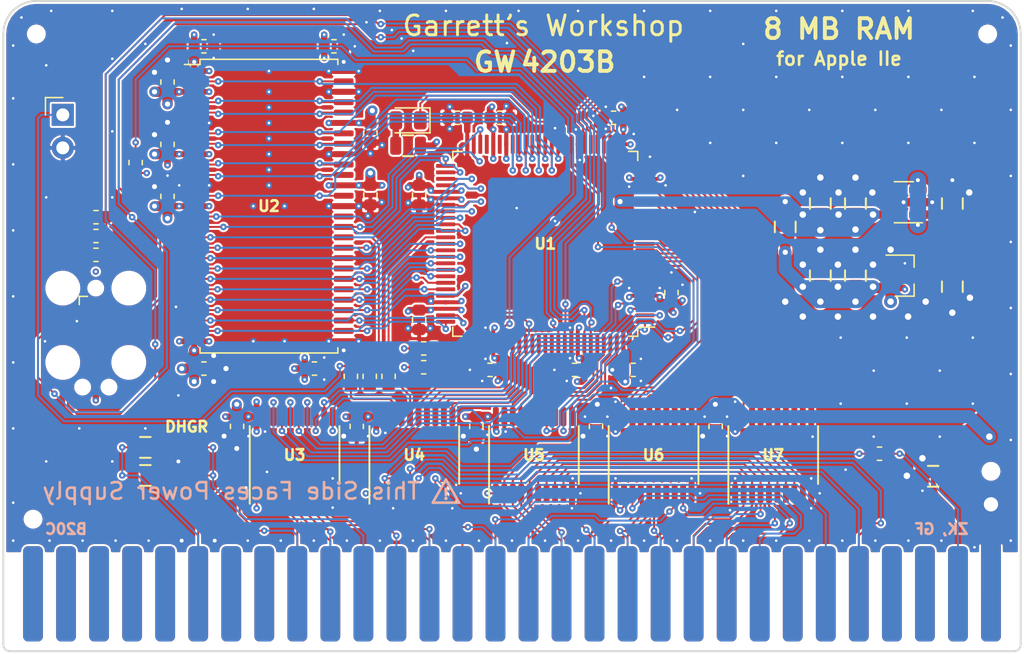
<source format=kicad_pcb>
(kicad_pcb (version 20171130) (host pcbnew "(5.1.10-1-10_14)")

  (general
    (thickness 1.6)
    (drawings 24)
    (tracks 2168)
    (zones 0)
    (modules 66)
    (nets 154)
  )

  (page A4)
  (title_block
    (title "GW4203B (RAM2E II) - LCMXO2-640 / LCMXO2-1200")
    (date 2021-05-30)
    (rev 2.0)
    (company "Garrett's Workshop")
  )

  (layers
    (0 F.Cu signal)
    (1 In1.Cu signal)
    (2 In2.Cu signal)
    (31 B.Cu signal)
    (32 B.Adhes user)
    (33 F.Adhes user)
    (34 B.Paste user)
    (35 F.Paste user)
    (36 B.SilkS user)
    (37 F.SilkS user)
    (38 B.Mask user)
    (39 F.Mask user)
    (40 Dwgs.User user)
    (41 Cmts.User user)
    (42 Eco1.User user)
    (43 Eco2.User user)
    (44 Edge.Cuts user)
    (45 Margin user)
    (46 B.CrtYd user)
    (47 F.CrtYd user)
    (48 B.Fab user)
    (49 F.Fab user)
  )

  (setup
    (last_trace_width 0.15)
    (user_trace_width 0.2)
    (user_trace_width 0.25)
    (user_trace_width 0.3)
    (user_trace_width 0.35)
    (user_trace_width 0.4)
    (user_trace_width 0.45)
    (user_trace_width 0.5)
    (user_trace_width 0.6)
    (user_trace_width 0.65)
    (user_trace_width 0.8)
    (user_trace_width 1)
    (user_trace_width 1.27)
    (user_trace_width 1.524)
    (trace_clearance 0.15)
    (zone_clearance 0.1524)
    (zone_45_only no)
    (trace_min 0.15)
    (via_size 0.5)
    (via_drill 0.2)
    (via_min_size 0.5)
    (via_min_drill 0.2)
    (user_via 0.6 0.3)
    (user_via 0.8 0.4)
    (user_via 1 0.5)
    (user_via 1.524 0.762)
    (uvia_size 0.3)
    (uvia_drill 0.1)
    (uvias_allowed no)
    (uvia_min_size 0.2)
    (uvia_min_drill 0.1)
    (edge_width 0.15)
    (segment_width 0.1524)
    (pcb_text_width 0.3)
    (pcb_text_size 1.5 1.5)
    (mod_edge_width 0.15)
    (mod_text_size 1 1)
    (mod_text_width 0.15)
    (pad_size 1.475 0.3)
    (pad_drill 0)
    (pad_to_mask_clearance 0.05)
    (solder_mask_min_width 0.1)
    (pad_to_paste_clearance -0.0381)
    (aux_axis_origin 0 0)
    (visible_elements FFFFFF7F)
    (pcbplotparams
      (layerselection 0x010f8_ffffffff)
      (usegerberextensions true)
      (usegerberattributes false)
      (usegerberadvancedattributes false)
      (creategerberjobfile false)
      (excludeedgelayer true)
      (linewidth 0.100000)
      (plotframeref false)
      (viasonmask false)
      (mode 1)
      (useauxorigin false)
      (hpglpennumber 1)
      (hpglpenspeed 20)
      (hpglpendiameter 15.000000)
      (psnegative false)
      (psa4output false)
      (plotreference true)
      (plotvalue true)
      (plotinvisibletext false)
      (padsonsilk false)
      (subtractmaskfromsilk true)
      (outputformat 1)
      (mirror false)
      (drillshape 0)
      (scaleselection 1)
      (outputdirectory "gerber/"))
  )

  (net 0 "")
  (net 1 +5V)
  (net 2 GND)
  (net 3 /Vid7M)
  (net 4 /~SYNC~)
  (net 5 /~PRAS~)
  (net 6 /VC)
  (net 7 /~C07X~)
  (net 8 /~WNDW~)
  (net 9 /SEGA)
  (net 10 /ROMEN1)
  (net 11 /ROMEN2)
  (net 12 /MD7)
  (net 13 /MD6)
  (net 14 /MD5)
  (net 15 /MD4)
  (net 16 /PHI0)
  (net 17 /~CLRGAT~)
  (net 18 /~80VID~)
  (net 19 /~PCAS~)
  (net 20 /~LDPS~)
  (net 21 /R~W~80)
  (net 22 /PHI1)
  (net 23 /~CASEN~)
  (net 24 /MD3)
  (net 25 /MD2)
  (net 26 /MD1)
  (net 27 /MD0)
  (net 28 /H0)
  (net 29 /AN3)
  (net 30 /~EN80~)
  (net 31 /~ALTVID~)
  (net 32 /~SEROUT~)
  (net 33 /~ENVID~)
  (net 34 /R~W~)
  (net 35 /Q3)
  (net 36 /SEGB)
  (net 37 /~RA9~)
  (net 38 /~RA10~)
  (net 39 /GR)
  (net 40 /~ENTMG~)
  (net 41 /MA6)
  (net 42 /MA5)
  (net 43 /MA4)
  (net 44 /MA3)
  (net 45 /MA2)
  (net 46 /MA1)
  (net 47 /MA0)
  (net 48 /MA7)
  (net 49 /C7M)
  (net 50 /C14M)
  (net 51 /C3M58)
  (net 52 /VD0)
  (net 53 /VD1)
  (net 54 /VD2)
  (net 55 /VD3)
  (net 56 /VD4)
  (net 57 /VD5)
  (net 58 /VD6)
  (net 59 /VD7)
  (net 60 +3V3)
  (net 61 /TDI)
  (net 62 "Net-(J2-Pad8)")
  (net 63 /TMS)
  (net 64 /TDO)
  (net 65 /TCK)
  (net 66 /RD5)
  (net 67 /RD4)
  (net 68 /RD3)
  (net 69 /RD2)
  (net 70 /RD7)
  (net 71 /RD6)
  (net 72 /RD0)
  (net 73 /RD1)
  (net 74 /DQMH)
  (net 75 /~WE~)
  (net 76 /~CAS~)
  (net 77 /CKE)
  (net 78 /~RAS~)
  (net 79 /BA0)
  (net 80 /RA11)
  (net 81 /~CS~)
  (net 82 /BA1)
  (net 83 /RA9)
  (net 84 /RA10)
  (net 85 /RA8)
  (net 86 /RA0)
  (net 87 /RA7)
  (net 88 /RA1)
  (net 89 /RA6)
  (net 90 /RA4)
  (net 91 /RA3)
  (net 92 /~EN80~in)
  (net 93 /RA5)
  (net 94 /RA2)
  (net 95 /R~W~80in)
  (net 96 /Ain5)
  (net 97 /PHI1in)
  (net 98 /Ain6)
  (net 99 /DQML)
  (net 100 /~C07X~in)
  (net 101 /R~W~in)
  (net 102 /Ain0)
  (net 103 /Ain1)
  (net 104 /Ain2)
  (net 105 /Ain3)
  (net 106 /Ain4)
  (net 107 /Ain7)
  (net 108 /Din0)
  (net 109 /Din1)
  (net 110 /Din2)
  (net 111 /Din3)
  (net 112 /Din4)
  (net 113 /Din5)
  (net 114 /Din6)
  (net 115 /Din7)
  (net 116 /V~OE~)
  (net 117 /Vout7)
  (net 118 /Vout6)
  (net 119 /Vout5)
  (net 120 /Vout4)
  (net 121 /Vout3)
  (net 122 /Vout2)
  (net 123 /Vout1)
  (net 124 /Vout0)
  (net 125 /D~OE~)
  (net 126 /Dout0)
  (net 127 /Dout1)
  (net 128 /Dout2)
  (net 129 /Dout3)
  (net 130 /Dout4)
  (net 131 /Dout5)
  (net 132 /Dout6)
  (net 133 /Dout7)
  (net 134 /RCLK)
  (net 135 /ACLK)
  (net 136 "Net-(U4-Pad17)")
  (net 137 /~FRCTXT~)
  (net 138 "Net-(U9-Pad4)")
  (net 139 /C14MB)
  (net 140 "Net-(R3-Pad2)")
  (net 141 /C14MR)
  (net 142 +1V2)
  (net 143 "Net-(U1-Pad47)")
  (net 144 "Net-(U1-Pad45)")
  (net 145 /DONE)
  (net 146 /~PROG~)
  (net 147 /~INIT~)
  (net 148 "Net-(J2-Pad9)")
  (net 149 "Net-(J2-Pad10)")
  (net 150 /TCKr)
  (net 151 "Net-(R12-Pad2)")
  (net 152 "Net-(D1-Pad2)")
  (net 153 /LED)

  (net_class Default "This is the default net class."
    (clearance 0.15)
    (trace_width 0.15)
    (via_dia 0.5)
    (via_drill 0.2)
    (uvia_dia 0.3)
    (uvia_drill 0.1)
    (add_net +1V2)
    (add_net +3V3)
    (add_net +5V)
    (add_net /ACLK)
    (add_net /AN3)
    (add_net /Ain0)
    (add_net /Ain1)
    (add_net /Ain2)
    (add_net /Ain3)
    (add_net /Ain4)
    (add_net /Ain5)
    (add_net /Ain6)
    (add_net /Ain7)
    (add_net /BA0)
    (add_net /BA1)
    (add_net /C14M)
    (add_net /C14MB)
    (add_net /C14MR)
    (add_net /C3M58)
    (add_net /C7M)
    (add_net /CKE)
    (add_net /DONE)
    (add_net /DQMH)
    (add_net /DQML)
    (add_net /Din0)
    (add_net /Din1)
    (add_net /Din2)
    (add_net /Din3)
    (add_net /Din4)
    (add_net /Din5)
    (add_net /Din6)
    (add_net /Din7)
    (add_net /Dout0)
    (add_net /Dout1)
    (add_net /Dout2)
    (add_net /Dout3)
    (add_net /Dout4)
    (add_net /Dout5)
    (add_net /Dout6)
    (add_net /Dout7)
    (add_net /D~OE~)
    (add_net /GR)
    (add_net /H0)
    (add_net /LED)
    (add_net /MA0)
    (add_net /MA1)
    (add_net /MA2)
    (add_net /MA3)
    (add_net /MA4)
    (add_net /MA5)
    (add_net /MA6)
    (add_net /MA7)
    (add_net /MD0)
    (add_net /MD1)
    (add_net /MD2)
    (add_net /MD3)
    (add_net /MD4)
    (add_net /MD5)
    (add_net /MD6)
    (add_net /MD7)
    (add_net /PHI0)
    (add_net /PHI1)
    (add_net /PHI1in)
    (add_net /Q3)
    (add_net /RA0)
    (add_net /RA1)
    (add_net /RA10)
    (add_net /RA11)
    (add_net /RA2)
    (add_net /RA3)
    (add_net /RA4)
    (add_net /RA5)
    (add_net /RA6)
    (add_net /RA7)
    (add_net /RA8)
    (add_net /RA9)
    (add_net /RCLK)
    (add_net /RD0)
    (add_net /RD1)
    (add_net /RD2)
    (add_net /RD3)
    (add_net /RD4)
    (add_net /RD5)
    (add_net /RD6)
    (add_net /RD7)
    (add_net /ROMEN1)
    (add_net /ROMEN2)
    (add_net /R~W~)
    (add_net /R~W~80)
    (add_net /R~W~80in)
    (add_net /R~W~in)
    (add_net /SEGA)
    (add_net /SEGB)
    (add_net /TCK)
    (add_net /TCKr)
    (add_net /TDI)
    (add_net /TDO)
    (add_net /TMS)
    (add_net /VC)
    (add_net /VD0)
    (add_net /VD1)
    (add_net /VD2)
    (add_net /VD3)
    (add_net /VD4)
    (add_net /VD5)
    (add_net /VD6)
    (add_net /VD7)
    (add_net /Vid7M)
    (add_net /Vout0)
    (add_net /Vout1)
    (add_net /Vout2)
    (add_net /Vout3)
    (add_net /Vout4)
    (add_net /Vout5)
    (add_net /Vout6)
    (add_net /Vout7)
    (add_net /V~OE~)
    (add_net /~80VID~)
    (add_net /~ALTVID~)
    (add_net /~C07X~)
    (add_net /~C07X~in)
    (add_net /~CASEN~)
    (add_net /~CAS~)
    (add_net /~CLRGAT~)
    (add_net /~CS~)
    (add_net /~EN80~)
    (add_net /~EN80~in)
    (add_net /~ENTMG~)
    (add_net /~ENVID~)
    (add_net /~FRCTXT~)
    (add_net /~INIT~)
    (add_net /~LDPS~)
    (add_net /~PCAS~)
    (add_net /~PRAS~)
    (add_net /~PROG~)
    (add_net /~RA10~)
    (add_net /~RA9~)
    (add_net /~RAS~)
    (add_net /~SEROUT~)
    (add_net /~SYNC~)
    (add_net /~WE~)
    (add_net /~WNDW~)
    (add_net GND)
    (add_net "Net-(D1-Pad2)")
    (add_net "Net-(J2-Pad10)")
    (add_net "Net-(J2-Pad8)")
    (add_net "Net-(J2-Pad9)")
    (add_net "Net-(R12-Pad2)")
    (add_net "Net-(R3-Pad2)")
    (add_net "Net-(U1-Pad45)")
    (add_net "Net-(U1-Pad47)")
    (add_net "Net-(U4-Pad17)")
    (add_net "Net-(U9-Pad4)")
  )

  (module stdpads:LED_0805 (layer F.Cu) (tedit 602BA8A8) (tstamp 60AB5AD1)
    (at 229.5 98.85 180)
    (descr "LED SMD 0805 (2012 Metric), square (rectangular) end terminal, IPC_7351 nominal, (Body size source: https://docs.google.com/spreadsheets/d/1BsfQQcO9C6DZCsRaXUlFlo91Tg2WpOkGARC1WS5S8t0/edit?usp=sharing), generated with kicad-footprint-generator")
    (tags diode)
    (path /60DF2A6C)
    (attr smd)
    (fp_text reference D1 (at 0 -0.2) (layer F.Fab)
      (effects (font (size 0.254 0.254) (thickness 0.0635)))
    )
    (fp_text value White (at 0 0.2) (layer F.Fab)
      (effects (font (size 0.254 0.254) (thickness 0.0635)))
    )
    (fp_line (start 1.68 0.95) (end -1.68 0.95) (layer F.CrtYd) (width 0.05))
    (fp_line (start 1.68 -0.95) (end 1.68 0.95) (layer F.CrtYd) (width 0.05))
    (fp_line (start -1.68 -0.95) (end 1.68 -0.95) (layer F.CrtYd) (width 0.05))
    (fp_line (start -1.68 0.95) (end -1.68 -0.95) (layer F.CrtYd) (width 0.05))
    (fp_line (start -1.685 0.96) (end 1 0.96) (layer F.SilkS) (width 0.12))
    (fp_line (start -1.685 -0.96) (end -1.685 0.96) (layer F.SilkS) (width 0.12))
    (fp_line (start 1 -0.96) (end -1.685 -0.96) (layer F.SilkS) (width 0.12))
    (fp_line (start 1 0.6) (end 1 -0.6) (layer F.Fab) (width 0.1))
    (fp_line (start -1 0.6) (end 1 0.6) (layer F.Fab) (width 0.1))
    (fp_line (start -1 -0.3) (end -1 0.6) (layer F.Fab) (width 0.1))
    (fp_line (start -0.7 -0.6) (end -1 -0.3) (layer F.Fab) (width 0.1))
    (fp_line (start 1 -0.6) (end -0.7 -0.6) (layer F.Fab) (width 0.1))
    (pad 2 smd roundrect (at 0.9375 0 180) (size 0.975 1.4) (layers F.Cu F.Paste F.Mask) (roundrect_rratio 0.25)
      (net 152 "Net-(D1-Pad2)"))
    (pad 1 smd roundrect (at -0.9375 0 180) (size 0.975 1.4) (layers F.Cu F.Paste F.Mask) (roundrect_rratio 0.25)
      (net 153 /LED))
    (model ${KISYS3DMOD}/LED_SMD.3dshapes/LED_0805_2012Metric.wrl
      (at (xyz 0 0 0))
      (scale (xyz 1 1 1))
      (rotate (xyz 0 0 0))
    )
  )

  (module stdpads:R_0805 (layer F.Cu) (tedit 5F027DD1) (tstamp 60AB5AC1)
    (at 229.5 100.8)
    (tags resistor)
    (path /60DF092B)
    (solder_mask_margin 0.05)
    (solder_paste_margin -0.025)
    (attr smd)
    (fp_text reference R10 (at 0 0) (layer F.Fab)
      (effects (font (size 0.254 0.254) (thickness 0.0635)))
    )
    (fp_text value 180 (at 0 0.35) (layer F.Fab)
      (effects (font (size 0.254 0.254) (thickness 0.0635)))
    )
    (fp_line (start 1.7 1) (end -1.7 1) (layer F.CrtYd) (width 0.05))
    (fp_line (start 1.7 -1) (end 1.7 1) (layer F.CrtYd) (width 0.05))
    (fp_line (start -1.7 -1) (end 1.7 -1) (layer F.CrtYd) (width 0.05))
    (fp_line (start -1.7 1) (end -1.7 -1) (layer F.CrtYd) (width 0.05))
    (fp_line (start -0.4064 0.8) (end 0.4064 0.8) (layer F.SilkS) (width 0.1524))
    (fp_line (start -0.4064 -0.8) (end 0.4064 -0.8) (layer F.SilkS) (width 0.1524))
    (fp_line (start 1 0.625) (end -1 0.625) (layer F.Fab) (width 0.1))
    (fp_line (start 1 -0.625) (end 1 0.625) (layer F.Fab) (width 0.1))
    (fp_line (start -1 -0.625) (end 1 -0.625) (layer F.Fab) (width 0.1))
    (fp_line (start -1 0.625) (end -1 -0.625) (layer F.Fab) (width 0.1))
    (fp_text user %R (at 0 0 180) (layer F.SilkS) hide
      (effects (font (size 0.254 0.254) (thickness 0.0635)))
    )
    (pad 2 smd roundrect (at 0.95 0) (size 0.85 1.4) (layers F.Cu F.Paste F.Mask) (roundrect_rratio 0.25)
      (net 60 +3V3))
    (pad 1 smd roundrect (at -0.95 0) (size 0.85 1.4) (layers F.Cu F.Paste F.Mask) (roundrect_rratio 0.25)
      (net 152 "Net-(D1-Pad2)"))
    (model ${KISYS3DMOD}/Resistor_SMD.3dshapes/R_0805_2012Metric.wrl
      (at (xyz 0 0 0))
      (scale (xyz 1 1 1))
      (rotate (xyz 0 0 0))
    )
  )

  (module stdpads:R_0603 (layer F.Cu) (tedit 5FDA5A0F) (tstamp 60AFBA01)
    (at 228 118.55 270)
    (tags resistor)
    (path /6122CC24)
    (solder_mask_margin 0.05)
    (solder_paste_margin -0.05)
    (attr smd)
    (fp_text reference R13 (at 0 0 90) (layer F.Fab)
      (effects (font (size 0.254 0.254) (thickness 0.0635)))
    )
    (fp_text value 47 (at 0 0.25 90) (layer F.Fab)
      (effects (font (size 0.127 0.127) (thickness 0.03175)))
    )
    (fp_line (start 1.4 0.7) (end -1.4 0.7) (layer F.CrtYd) (width 0.05))
    (fp_line (start 1.4 -0.7) (end 1.4 0.7) (layer F.CrtYd) (width 0.05))
    (fp_line (start -1.4 -0.7) (end 1.4 -0.7) (layer F.CrtYd) (width 0.05))
    (fp_line (start -1.4 0.7) (end -1.4 -0.7) (layer F.CrtYd) (width 0.05))
    (fp_line (start -0.162779 0.51) (end 0.162779 0.51) (layer F.SilkS) (width 0.12))
    (fp_line (start -0.162779 -0.51) (end 0.162779 -0.51) (layer F.SilkS) (width 0.12))
    (fp_line (start 0.8 0.4) (end -0.8 0.4) (layer F.Fab) (width 0.1))
    (fp_line (start 0.8 -0.4) (end 0.8 0.4) (layer F.Fab) (width 0.1))
    (fp_line (start -0.8 -0.4) (end 0.8 -0.4) (layer F.Fab) (width 0.1))
    (fp_line (start -0.8 0.4) (end -0.8 -0.4) (layer F.Fab) (width 0.1))
    (fp_text user %R (at 0 0 90) (layer F.SilkS) hide
      (effects (font (size 0.254 0.254) (thickness 0.0635)))
    )
    (pad 1 smd roundrect (at -0.8 0 270) (size 0.7 0.95) (layers F.Cu F.Paste F.Mask) (roundrect_rratio 0.25)
      (net 135 /ACLK))
    (pad 2 smd roundrect (at 0.8 0 270) (size 0.7 0.95) (layers F.Cu F.Paste F.Mask) (roundrect_rratio 0.25)
      (net 151 "Net-(R12-Pad2)"))
    (model ${KISYS3DMOD}/Resistor_SMD.3dshapes/R_0603_1608Metric.wrl
      (at (xyz 0 0 0))
      (scale (xyz 1 1 1))
      (rotate (xyz 0 0 0))
    )
  )

  (module stdpads:R_0603 (layer F.Cu) (tedit 5FDA5A0F) (tstamp 60AFB9D1)
    (at 226.55 118.55 270)
    (tags resistor)
    (path /6122D04D)
    (solder_mask_margin 0.05)
    (solder_paste_margin -0.05)
    (attr smd)
    (fp_text reference R12 (at 0 0 90) (layer F.Fab)
      (effects (font (size 0.254 0.254) (thickness 0.0635)))
    )
    (fp_text value 47 (at 0 0.25 90) (layer F.Fab)
      (effects (font (size 0.127 0.127) (thickness 0.03175)))
    )
    (fp_line (start -0.8 0.4) (end -0.8 -0.4) (layer F.Fab) (width 0.1))
    (fp_line (start -0.8 -0.4) (end 0.8 -0.4) (layer F.Fab) (width 0.1))
    (fp_line (start 0.8 -0.4) (end 0.8 0.4) (layer F.Fab) (width 0.1))
    (fp_line (start 0.8 0.4) (end -0.8 0.4) (layer F.Fab) (width 0.1))
    (fp_line (start -0.162779 -0.51) (end 0.162779 -0.51) (layer F.SilkS) (width 0.12))
    (fp_line (start -0.162779 0.51) (end 0.162779 0.51) (layer F.SilkS) (width 0.12))
    (fp_line (start -1.4 0.7) (end -1.4 -0.7) (layer F.CrtYd) (width 0.05))
    (fp_line (start -1.4 -0.7) (end 1.4 -0.7) (layer F.CrtYd) (width 0.05))
    (fp_line (start 1.4 -0.7) (end 1.4 0.7) (layer F.CrtYd) (width 0.05))
    (fp_line (start 1.4 0.7) (end -1.4 0.7) (layer F.CrtYd) (width 0.05))
    (fp_text user %R (at 0 0 90) (layer F.SilkS) hide
      (effects (font (size 0.254 0.254) (thickness 0.0635)))
    )
    (pad 2 smd roundrect (at 0.8 0 270) (size 0.7 0.95) (layers F.Cu F.Paste F.Mask) (roundrect_rratio 0.25)
      (net 151 "Net-(R12-Pad2)"))
    (pad 1 smd roundrect (at -0.8 0 270) (size 0.7 0.95) (layers F.Cu F.Paste F.Mask) (roundrect_rratio 0.25)
      (net 134 /RCLK))
    (model ${KISYS3DMOD}/Resistor_SMD.3dshapes/R_0603_1608Metric.wrl
      (at (xyz 0 0 0))
      (scale (xyz 1 1 1))
      (rotate (xyz 0 0 0))
    )
  )

  (module stdpads:R_0603 (layer F.Cu) (tedit 5EE29B72) (tstamp 60DD2F3B)
    (at 208.55 102.1 90)
    (tags resistor)
    (path /67F41A9C)
    (solder_mask_margin 0.05)
    (solder_paste_margin -0.05)
    (attr smd)
    (fp_text reference R11 (at 0 0 90) (layer F.Fab)
      (effects (font (size 0.254 0.254) (thickness 0.0635)))
    )
    (fp_text value 10k (at 0 0.25 90) (layer F.Fab)
      (effects (font (size 0.127 0.127) (thickness 0.03175)))
    )
    (fp_line (start -0.8 0.4) (end -0.8 -0.4) (layer F.Fab) (width 0.1))
    (fp_line (start -0.8 -0.4) (end 0.8 -0.4) (layer F.Fab) (width 0.1))
    (fp_line (start 0.8 -0.4) (end 0.8 0.4) (layer F.Fab) (width 0.1))
    (fp_line (start 0.8 0.4) (end -0.8 0.4) (layer F.Fab) (width 0.1))
    (fp_line (start -0.162779 -0.51) (end 0.162779 -0.51) (layer F.SilkS) (width 0.12))
    (fp_line (start -0.162779 0.51) (end 0.162779 0.51) (layer F.SilkS) (width 0.12))
    (fp_line (start -1.4 0.7) (end -1.4 -0.7) (layer F.CrtYd) (width 0.05))
    (fp_line (start -1.4 -0.7) (end 1.4 -0.7) (layer F.CrtYd) (width 0.05))
    (fp_line (start 1.4 -0.7) (end 1.4 0.7) (layer F.CrtYd) (width 0.05))
    (fp_line (start 1.4 0.7) (end -1.4 0.7) (layer F.CrtYd) (width 0.05))
    (fp_text user %R (at 0 0 90) (layer F.SilkS) hide
      (effects (font (size 0.254 0.254) (thickness 0.0635)))
    )
    (pad 2 smd roundrect (at 0.8 0 90) (size 0.7 0.95) (layers F.Cu F.Paste F.Mask) (roundrect_rratio 0.25)
      (net 146 /~PROG~))
    (pad 1 smd roundrect (at -0.8 0 90) (size 0.7 0.95) (layers F.Cu F.Paste F.Mask) (roundrect_rratio 0.25)
      (net 60 +3V3))
    (model ${KISYS3DMOD}/Resistor_SMD.3dshapes/R_0603_1608Metric.wrl
      (at (xyz 0 0 0))
      (scale (xyz 1 1 1))
      (rotate (xyz 0 0 0))
    )
  )

  (module stdpads:R_0603 (layer F.Cu) (tedit 5EE29B72) (tstamp 60DBCC25)
    (at 230.7 116.4)
    (tags resistor)
    (path /67F4194B)
    (solder_mask_margin 0.05)
    (solder_paste_margin -0.05)
    (attr smd)
    (fp_text reference R8 (at 0 0) (layer F.Fab)
      (effects (font (size 0.254 0.254) (thickness 0.0635)))
    )
    (fp_text value 10k (at 0 0.25) (layer F.Fab)
      (effects (font (size 0.127 0.127) (thickness 0.03175)))
    )
    (fp_line (start -0.8 0.4) (end -0.8 -0.4) (layer F.Fab) (width 0.1))
    (fp_line (start -0.8 -0.4) (end 0.8 -0.4) (layer F.Fab) (width 0.1))
    (fp_line (start 0.8 -0.4) (end 0.8 0.4) (layer F.Fab) (width 0.1))
    (fp_line (start 0.8 0.4) (end -0.8 0.4) (layer F.Fab) (width 0.1))
    (fp_line (start -0.162779 -0.51) (end 0.162779 -0.51) (layer F.SilkS) (width 0.12))
    (fp_line (start -0.162779 0.51) (end 0.162779 0.51) (layer F.SilkS) (width 0.12))
    (fp_line (start -1.4 0.7) (end -1.4 -0.7) (layer F.CrtYd) (width 0.05))
    (fp_line (start -1.4 -0.7) (end 1.4 -0.7) (layer F.CrtYd) (width 0.05))
    (fp_line (start 1.4 -0.7) (end 1.4 0.7) (layer F.CrtYd) (width 0.05))
    (fp_line (start 1.4 0.7) (end -1.4 0.7) (layer F.CrtYd) (width 0.05))
    (fp_text user %R (at 0 0) (layer F.SilkS) hide
      (effects (font (size 0.254 0.254) (thickness 0.0635)))
    )
    (pad 2 smd roundrect (at 0.8 0) (size 0.7 0.95) (layers F.Cu F.Paste F.Mask) (roundrect_rratio 0.25)
      (net 145 /DONE))
    (pad 1 smd roundrect (at -0.8 0) (size 0.7 0.95) (layers F.Cu F.Paste F.Mask) (roundrect_rratio 0.25)
      (net 60 +3V3))
    (model ${KISYS3DMOD}/Resistor_SMD.3dshapes/R_0603_1608Metric.wrl
      (at (xyz 0 0 0))
      (scale (xyz 1 1 1))
      (rotate (xyz 0 0 0))
    )
  )

  (module stdpads:R_0603 (layer F.Cu) (tedit 5EE29B72) (tstamp 60DBCBF5)
    (at 230.7 117.85)
    (tags resistor)
    (path /67E91A94)
    (solder_mask_margin 0.05)
    (solder_paste_margin -0.05)
    (attr smd)
    (fp_text reference R5 (at 0 0) (layer F.Fab)
      (effects (font (size 0.254 0.254) (thickness 0.0635)))
    )
    (fp_text value 10k (at 0 0.25) (layer F.Fab)
      (effects (font (size 0.127 0.127) (thickness 0.03175)))
    )
    (fp_line (start 1.4 0.7) (end -1.4 0.7) (layer F.CrtYd) (width 0.05))
    (fp_line (start 1.4 -0.7) (end 1.4 0.7) (layer F.CrtYd) (width 0.05))
    (fp_line (start -1.4 -0.7) (end 1.4 -0.7) (layer F.CrtYd) (width 0.05))
    (fp_line (start -1.4 0.7) (end -1.4 -0.7) (layer F.CrtYd) (width 0.05))
    (fp_line (start -0.162779 0.51) (end 0.162779 0.51) (layer F.SilkS) (width 0.12))
    (fp_line (start -0.162779 -0.51) (end 0.162779 -0.51) (layer F.SilkS) (width 0.12))
    (fp_line (start 0.8 0.4) (end -0.8 0.4) (layer F.Fab) (width 0.1))
    (fp_line (start 0.8 -0.4) (end 0.8 0.4) (layer F.Fab) (width 0.1))
    (fp_line (start -0.8 -0.4) (end 0.8 -0.4) (layer F.Fab) (width 0.1))
    (fp_line (start -0.8 0.4) (end -0.8 -0.4) (layer F.Fab) (width 0.1))
    (fp_text user %R (at 0 0) (layer F.SilkS) hide
      (effects (font (size 0.254 0.254) (thickness 0.0635)))
    )
    (pad 1 smd roundrect (at -0.8 0) (size 0.7 0.95) (layers F.Cu F.Paste F.Mask) (roundrect_rratio 0.25)
      (net 60 +3V3))
    (pad 2 smd roundrect (at 0.8 0) (size 0.7 0.95) (layers F.Cu F.Paste F.Mask) (roundrect_rratio 0.25)
      (net 147 /~INIT~))
    (model ${KISYS3DMOD}/Resistor_SMD.3dshapes/R_0603_1608Metric.wrl
      (at (xyz 0 0 0))
      (scale (xyz 1 1 1))
      (rotate (xyz 0 0 0))
    )
  )

  (module stdpads:R_0603 (layer F.Cu) (tedit 5FDA5A0F) (tstamp 60B63E1C)
    (at 205.5 109.2 180)
    (tags resistor)
    (path /6731616D)
    (solder_mask_margin 0.05)
    (solder_paste_margin -0.05)
    (attr smd)
    (fp_text reference R4 (at 0 0) (layer F.Fab)
      (effects (font (size 0.254 0.254) (thickness 0.0635)))
    )
    (fp_text value 47 (at 0 0.25) (layer F.Fab)
      (effects (font (size 0.127 0.127) (thickness 0.03175)))
    )
    (fp_line (start -0.8 0.4) (end -0.8 -0.4) (layer F.Fab) (width 0.1))
    (fp_line (start -0.8 -0.4) (end 0.8 -0.4) (layer F.Fab) (width 0.1))
    (fp_line (start 0.8 -0.4) (end 0.8 0.4) (layer F.Fab) (width 0.1))
    (fp_line (start 0.8 0.4) (end -0.8 0.4) (layer F.Fab) (width 0.1))
    (fp_line (start -0.162779 -0.51) (end 0.162779 -0.51) (layer F.SilkS) (width 0.12))
    (fp_line (start -0.162779 0.51) (end 0.162779 0.51) (layer F.SilkS) (width 0.12))
    (fp_line (start -1.4 0.7) (end -1.4 -0.7) (layer F.CrtYd) (width 0.05))
    (fp_line (start -1.4 -0.7) (end 1.4 -0.7) (layer F.CrtYd) (width 0.05))
    (fp_line (start 1.4 -0.7) (end 1.4 0.7) (layer F.CrtYd) (width 0.05))
    (fp_line (start 1.4 0.7) (end -1.4 0.7) (layer F.CrtYd) (width 0.05))
    (fp_text user %R (at 0 0) (layer F.SilkS) hide
      (effects (font (size 0.254 0.254) (thickness 0.0635)))
    )
    (pad 2 smd roundrect (at 0.8 0 180) (size 0.7 0.95) (layers F.Cu F.Paste F.Mask) (roundrect_rratio 0.25)
      (net 65 /TCK))
    (pad 1 smd roundrect (at -0.8 0 180) (size 0.7 0.95) (layers F.Cu F.Paste F.Mask) (roundrect_rratio 0.25)
      (net 150 /TCKr))
    (model ${KISYS3DMOD}/Resistor_SMD.3dshapes/R_0603_1608Metric.wrl
      (at (xyz 0 0 0))
      (scale (xyz 1 1 1))
      (rotate (xyz 0 0 0))
    )
  )

  (module stdpads:TQFP-100_14x14mm_P0.5mm (layer F.Cu) (tedit 608E5AA2) (tstamp 60B60A34)
    (at 240.05 108.35 90)
    (descr "TQFP, 100 Pin (http://www.microsemi.com/index.php?option=com_docman&task=doc_download&gid=131095), generated with kicad-footprint-generator ipc_gullwing_generator.py")
    (tags "TQFP QFP")
    (path /60992366)
    (solder_mask_margin 0.024)
    (solder_paste_margin -0.035)
    (attr smd)
    (fp_text reference U1 (at 0 0) (layer F.Fab)
      (effects (font (size 0.8128 0.8128) (thickness 0.2032)))
    )
    (fp_text value LCMXO2-TG100 (at 1.05 0) (layer F.Fab)
      (effects (font (size 0.508 0.508) (thickness 0.127)))
    )
    (fp_line (start 6.4 -8.65) (end 0 -8.65) (layer F.CrtYd) (width 0.05))
    (fp_line (start 6.4 -7.25) (end 6.4 -8.65) (layer F.CrtYd) (width 0.05))
    (fp_line (start 7.25 -7.25) (end 6.4 -7.25) (layer F.CrtYd) (width 0.05))
    (fp_line (start 7.25 -6.4) (end 7.25 -7.25) (layer F.CrtYd) (width 0.05))
    (fp_line (start 8.65 -6.4) (end 7.25 -6.4) (layer F.CrtYd) (width 0.05))
    (fp_line (start 8.65 0) (end 8.65 -6.4) (layer F.CrtYd) (width 0.05))
    (fp_line (start 6.4 8.65) (end 0 8.65) (layer F.CrtYd) (width 0.05))
    (fp_line (start 6.4 7.25) (end 6.4 8.65) (layer F.CrtYd) (width 0.05))
    (fp_line (start 7.25 7.25) (end 6.4 7.25) (layer F.CrtYd) (width 0.05))
    (fp_line (start 7.25 6.4) (end 7.25 7.25) (layer F.CrtYd) (width 0.05))
    (fp_line (start 8.65 6.4) (end 7.25 6.4) (layer F.CrtYd) (width 0.05))
    (fp_line (start 8.65 0) (end 8.65 6.4) (layer F.CrtYd) (width 0.05))
    (fp_line (start -6.4 -8.65) (end 0 -8.65) (layer F.CrtYd) (width 0.05))
    (fp_line (start -6.4 -7.25) (end -6.4 -8.65) (layer F.CrtYd) (width 0.05))
    (fp_line (start -7.25 -7.25) (end -6.4 -7.25) (layer F.CrtYd) (width 0.05))
    (fp_line (start -7.25 -6.4) (end -7.25 -7.25) (layer F.CrtYd) (width 0.05))
    (fp_line (start -8.65 -6.4) (end -7.25 -6.4) (layer F.CrtYd) (width 0.05))
    (fp_line (start -8.65 0) (end -8.65 -6.4) (layer F.CrtYd) (width 0.05))
    (fp_line (start -6.4 8.65) (end 0 8.65) (layer F.CrtYd) (width 0.05))
    (fp_line (start -6.4 7.25) (end -6.4 8.65) (layer F.CrtYd) (width 0.05))
    (fp_line (start -7.25 7.25) (end -6.4 7.25) (layer F.CrtYd) (width 0.05))
    (fp_line (start -7.25 6.4) (end -7.25 7.25) (layer F.CrtYd) (width 0.05))
    (fp_line (start -8.65 6.4) (end -7.25 6.4) (layer F.CrtYd) (width 0.05))
    (fp_line (start -8.65 0) (end -8.65 6.4) (layer F.CrtYd) (width 0.05))
    (fp_line (start -6 7) (end -7 6) (layer F.Fab) (width 0.1))
    (fp_line (start 7 7) (end -6 7) (layer F.Fab) (width 0.1))
    (fp_line (start 7 -7) (end 7 7) (layer F.Fab) (width 0.1))
    (fp_line (start -7 -7) (end 7 -7) (layer F.Fab) (width 0.1))
    (fp_line (start -7 6) (end -7 -7) (layer F.Fab) (width 0.1))
    (fp_line (start -6.41 7.11) (end -6.41 8.4) (layer F.SilkS) (width 0.12))
    (fp_line (start -7.11 7.11) (end -6.41 7.11) (layer F.SilkS) (width 0.12))
    (fp_line (start -7.11 6.41) (end -7.11 7.11) (layer F.SilkS) (width 0.12))
    (fp_line (start -7.11 -7.11) (end -6.41 -7.11) (layer F.SilkS) (width 0.12))
    (fp_line (start -7.11 -6.41) (end -7.11 -7.11) (layer F.SilkS) (width 0.12))
    (fp_line (start 7.11 7.11) (end 6.41 7.11) (layer F.SilkS) (width 0.12))
    (fp_line (start 7.11 6.41) (end 7.11 7.11) (layer F.SilkS) (width 0.12))
    (fp_line (start 7.11 -7.11) (end 6.41 -7.11) (layer F.SilkS) (width 0.12))
    (fp_line (start 7.11 -6.41) (end 7.11 -7.11) (layer F.SilkS) (width 0.12))
    (fp_text user %R (at 0 0) (layer F.SilkS)
      (effects (font (size 0.8128 0.8128) (thickness 0.2032)))
    )
    (pad 1 smd roundrect (at -6 7.6625 180) (size 1.475 0.3) (layers F.Cu F.Paste F.Mask) (roundrect_rratio 0.25)
      (net 112 /Din4))
    (pad 2 smd roundrect (at -5.5 7.6625 180) (size 1.475 0.3) (layers F.Cu F.Paste F.Mask) (roundrect_rratio 0.25)
      (net 103 /Ain1))
    (pad 3 smd roundrect (at -5 7.6625 180) (size 1.475 0.3) (layers F.Cu F.Paste F.Mask) (roundrect_rratio 0.25)
      (net 102 /Ain0))
    (pad 4 smd roundrect (at -4.5 7.6625 180) (size 1.475 0.3) (layers F.Cu F.Paste F.Mask) (roundrect_rratio 0.25)
      (net 105 /Ain3))
    (pad 5 smd roundrect (at -4 7.6625 180) (size 1.475 0.3) (layers F.Cu F.Paste F.Mask) (roundrect_rratio 0.25)
      (net 60 +3V3))
    (pad 6 smd roundrect (at -3.5 7.6625 180) (size 1.475 0.3) (layers F.Cu F.Paste F.Mask) (roundrect_rratio 0.25)
      (net 2 GND))
    (pad 7 smd roundrect (at -3 7.6625 180) (size 1.475 0.3) (layers F.Cu F.Paste F.Mask) (roundrect_rratio 0.25)
      (net 104 /Ain2))
    (pad 8 smd roundrect (at -2.5 7.6625 180) (size 1.475 0.3) (layers F.Cu F.Paste F.Mask) (roundrect_rratio 0.25)
      (net 107 /Ain7))
    (pad 9 smd roundrect (at -2 7.6625 180) (size 1.475 0.3) (layers F.Cu F.Paste F.Mask) (roundrect_rratio 0.25)
      (net 111 /Din3))
    (pad 10 smd roundrect (at -1.5 7.6625 180) (size 1.475 0.3) (layers F.Cu F.Paste F.Mask) (roundrect_rratio 0.25)
      (net 116 /V~OE~))
    (pad 11 smd roundrect (at -1 7.6625 180) (size 1.475 0.3) (layers F.Cu F.Paste F.Mask) (roundrect_rratio 0.25))
    (pad 12 smd roundrect (at -0.5 7.6625 180) (size 1.475 0.3) (layers F.Cu F.Paste F.Mask) (roundrect_rratio 0.25)
      (net 117 /Vout7))
    (pad 13 smd roundrect (at 0 7.6625 180) (size 1.475 0.3) (layers F.Cu F.Paste F.Mask) (roundrect_rratio 0.25)
      (net 121 /Vout3))
    (pad 14 smd roundrect (at 0.5 7.6625 180) (size 1.475 0.3) (layers F.Cu F.Paste F.Mask) (roundrect_rratio 0.25)
      (net 118 /Vout6))
    (pad 15 smd roundrect (at 1 7.6625 180) (size 1.475 0.3) (layers F.Cu F.Paste F.Mask) (roundrect_rratio 0.25)
      (net 123 /Vout1))
    (pad 16 smd roundrect (at 1.5 7.6625 180) (size 1.475 0.3) (layers F.Cu F.Paste F.Mask) (roundrect_rratio 0.25)
      (net 119 /Vout5))
    (pad 17 smd roundrect (at 2 7.6625 180) (size 1.475 0.3) (layers F.Cu F.Paste F.Mask) (roundrect_rratio 0.25)
      (net 122 /Vout2))
    (pad 18 smd roundrect (at 2.5 7.6625 180) (size 1.475 0.3) (layers F.Cu F.Paste F.Mask) (roundrect_rratio 0.25)
      (net 124 /Vout0))
    (pad 19 smd roundrect (at 3 7.6625 180) (size 1.475 0.3) (layers F.Cu F.Paste F.Mask) (roundrect_rratio 0.25)
      (net 120 /Vout4))
    (pad 20 smd roundrect (at 3.5 7.6625 180) (size 1.475 0.3) (layers F.Cu F.Paste F.Mask) (roundrect_rratio 0.25)
      (net 125 /D~OE~))
    (pad 21 smd roundrect (at 4 7.6625 180) (size 1.475 0.3) (layers F.Cu F.Paste F.Mask) (roundrect_rratio 0.25)
      (net 131 /Dout5))
    (pad 22 smd roundrect (at 4.5 7.6625 180) (size 1.475 0.3) (layers F.Cu F.Paste F.Mask) (roundrect_rratio 0.25)
      (net 2 GND))
    (pad 23 smd roundrect (at 5 7.6625 180) (size 1.475 0.3) (layers F.Cu F.Paste F.Mask) (roundrect_rratio 0.25)
      (net 60 +3V3))
    (pad 24 smd roundrect (at 5.5 7.6625 180) (size 1.475 0.3) (layers F.Cu F.Paste F.Mask) (roundrect_rratio 0.25)
      (net 130 /Dout4))
    (pad 25 smd roundrect (at 6 7.6625 180) (size 1.475 0.3) (layers F.Cu F.Paste F.Mask) (roundrect_rratio 0.25)
      (net 128 /Dout2))
    (pad 26 smd roundrect (at 7.6625 6 180) (size 0.3 1.475) (layers F.Cu F.Paste F.Mask) (roundrect_rratio 0.25)
      (net 60 +3V3))
    (pad 27 smd roundrect (at 7.6625 5.5 180) (size 0.3 1.475) (layers F.Cu F.Paste F.Mask) (roundrect_rratio 0.25)
      (net 127 /Dout1))
    (pad 28 smd roundrect (at 7.6625 5 180) (size 0.3 1.475) (layers F.Cu F.Paste F.Mask) (roundrect_rratio 0.25)
      (net 129 /Dout3))
    (pad 29 smd roundrect (at 7.6625 4.5 180) (size 0.3 1.475) (layers F.Cu F.Paste F.Mask) (roundrect_rratio 0.25)
      (net 101 /R~W~in))
    (pad 30 smd roundrect (at 7.6625 4 180) (size 0.3 1.475) (layers F.Cu F.Paste F.Mask) (roundrect_rratio 0.25)
      (net 126 /Dout0))
    (pad 31 smd roundrect (at 7.6625 3.5 180) (size 0.3 1.475) (layers F.Cu F.Paste F.Mask) (roundrect_rratio 0.25)
      (net 132 /Dout6))
    (pad 32 smd roundrect (at 7.6625 3 180) (size 0.3 1.475) (layers F.Cu F.Paste F.Mask) (roundrect_rratio 0.25)
      (net 133 /Dout7))
    (pad 33 smd roundrect (at 7.6625 2.5 180) (size 0.3 1.475) (layers F.Cu F.Paste F.Mask) (roundrect_rratio 0.25)
      (net 2 GND))
    (pad 34 smd roundrect (at 7.6625 2 180) (size 0.3 1.475) (layers F.Cu F.Paste F.Mask) (roundrect_rratio 0.25)
      (net 100 /~C07X~in))
    (pad 35 smd roundrect (at 7.6625 1.5 180) (size 0.3 1.475) (layers F.Cu F.Paste F.Mask) (roundrect_rratio 0.25)
      (net 153 /LED))
    (pad 36 smd roundrect (at 7.6625 1 180) (size 0.3 1.475) (layers F.Cu F.Paste F.Mask) (roundrect_rratio 0.25)
      (net 72 /RD0))
    (pad 37 smd roundrect (at 7.6625 0.5 180) (size 0.3 1.475) (layers F.Cu F.Paste F.Mask) (roundrect_rratio 0.25)
      (net 73 /RD1))
    (pad 38 smd roundrect (at 7.6625 0 180) (size 0.3 1.475) (layers F.Cu F.Paste F.Mask) (roundrect_rratio 0.25)
      (net 69 /RD2))
    (pad 39 smd roundrect (at 7.6625 -0.5 180) (size 0.3 1.475) (layers F.Cu F.Paste F.Mask) (roundrect_rratio 0.25)
      (net 68 /RD3))
    (pad 40 smd roundrect (at 7.6625 -1 180) (size 0.3 1.475) (layers F.Cu F.Paste F.Mask) (roundrect_rratio 0.25)
      (net 67 /RD4))
    (pad 41 smd roundrect (at 7.6625 -1.5 180) (size 0.3 1.475) (layers F.Cu F.Paste F.Mask) (roundrect_rratio 0.25)
      (net 66 /RD5))
    (pad 42 smd roundrect (at 7.6625 -2 180) (size 0.3 1.475) (layers F.Cu F.Paste F.Mask) (roundrect_rratio 0.25)
      (net 71 /RD6))
    (pad 43 smd roundrect (at 7.6625 -2.5 180) (size 0.3 1.475) (layers F.Cu F.Paste F.Mask) (roundrect_rratio 0.25)
      (net 70 /RD7))
    (pad 44 smd roundrect (at 7.6625 -3 180) (size 0.3 1.475) (layers F.Cu F.Paste F.Mask) (roundrect_rratio 0.25)
      (net 2 GND))
    (pad 45 smd roundrect (at 7.6625 -3.5 180) (size 0.3 1.475) (layers F.Cu F.Paste F.Mask) (roundrect_rratio 0.25)
      (net 144 "Net-(U1-Pad45)"))
    (pad 46 smd roundrect (at 7.6625 -4 180) (size 0.3 1.475) (layers F.Cu F.Paste F.Mask) (roundrect_rratio 0.25)
      (net 60 +3V3))
    (pad 47 smd roundrect (at 7.6625 -4.5 180) (size 0.3 1.475) (layers F.Cu F.Paste F.Mask) (roundrect_rratio 0.25)
      (net 143 "Net-(U1-Pad47)"))
    (pad 48 smd roundrect (at 7.6625 -5 180) (size 0.3 1.475) (layers F.Cu F.Paste F.Mask) (roundrect_rratio 0.25)
      (net 99 /DQML))
    (pad 49 smd roundrect (at 7.6625 -5.5 180) (size 0.3 1.475) (layers F.Cu F.Paste F.Mask) (roundrect_rratio 0.25)
      (net 74 /DQMH))
    (pad 50 smd roundrect (at 7.6625 -6 180) (size 0.3 1.475) (layers F.Cu F.Paste F.Mask) (roundrect_rratio 0.25)
      (net 142 +1V2))
    (pad 51 smd roundrect (at 6 -7.6625 180) (size 1.475 0.3) (layers F.Cu F.Paste F.Mask) (roundrect_rratio 0.25)
      (net 75 /~WE~))
    (pad 52 smd roundrect (at 5.5 -7.6625 180) (size 1.475 0.3) (layers F.Cu F.Paste F.Mask) (roundrect_rratio 0.25)
      (net 76 /~CAS~))
    (pad 53 smd roundrect (at 5 -7.6625 180) (size 1.475 0.3) (layers F.Cu F.Paste F.Mask) (roundrect_rratio 0.25)
      (net 77 /CKE))
    (pad 54 smd roundrect (at 4.5 -7.6625 180) (size 1.475 0.3) (layers F.Cu F.Paste F.Mask) (roundrect_rratio 0.25)
      (net 78 /~RAS~))
    (pad 55 smd roundrect (at 4 -7.6625 180) (size 1.475 0.3) (layers F.Cu F.Paste F.Mask) (roundrect_rratio 0.25)
      (net 60 +3V3))
    (pad 56 smd roundrect (at 3.5 -7.6625 180) (size 1.475 0.3) (layers F.Cu F.Paste F.Mask) (roundrect_rratio 0.25)
      (net 2 GND))
    (pad 57 smd roundrect (at 3 -7.6625 180) (size 1.475 0.3) (layers F.Cu F.Paste F.Mask) (roundrect_rratio 0.25)
      (net 81 /~CS~))
    (pad 58 smd roundrect (at 2.5 -7.6625 180) (size 1.475 0.3) (layers F.Cu F.Paste F.Mask) (roundrect_rratio 0.25)
      (net 79 /BA0))
    (pad 59 smd roundrect (at 2 -7.6625 180) (size 1.475 0.3) (layers F.Cu F.Paste F.Mask) (roundrect_rratio 0.25)
      (net 80 /RA11))
    (pad 60 smd roundrect (at 1.5 -7.6625 180) (size 1.475 0.3) (layers F.Cu F.Paste F.Mask) (roundrect_rratio 0.25)
      (net 82 /BA1))
    (pad 61 smd roundrect (at 1 -7.6625 180) (size 1.475 0.3) (layers F.Cu F.Paste F.Mask) (roundrect_rratio 0.25))
    (pad 62 smd roundrect (at 0.5 -7.6625 180) (size 1.475 0.3) (layers F.Cu F.Paste F.Mask) (roundrect_rratio 0.25)
      (net 135 /ACLK))
    (pad 63 smd roundrect (at 0 -7.6625 180) (size 1.475 0.3) (layers F.Cu F.Paste F.Mask) (roundrect_rratio 0.25)
      (net 83 /RA9))
    (pad 64 smd roundrect (at -0.5 -7.6625 180) (size 1.475 0.3) (layers F.Cu F.Paste F.Mask) (roundrect_rratio 0.25)
      (net 84 /RA10))
    (pad 65 smd roundrect (at -1 -7.6625 180) (size 1.475 0.3) (layers F.Cu F.Paste F.Mask) (roundrect_rratio 0.25)
      (net 85 /RA8))
    (pad 66 smd roundrect (at -1.5 -7.6625 180) (size 1.475 0.3) (layers F.Cu F.Paste F.Mask) (roundrect_rratio 0.25)
      (net 86 /RA0))
    (pad 67 smd roundrect (at -2 -7.6625 180) (size 1.475 0.3) (layers F.Cu F.Paste F.Mask) (roundrect_rratio 0.25)
      (net 87 /RA7))
    (pad 68 smd roundrect (at -2.5 -7.6625 180) (size 1.475 0.3) (layers F.Cu F.Paste F.Mask) (roundrect_rratio 0.25)
      (net 88 /RA1))
    (pad 69 smd roundrect (at -3 -7.6625 180) (size 1.475 0.3) (layers F.Cu F.Paste F.Mask) (roundrect_rratio 0.25)
      (net 89 /RA6))
    (pad 70 smd roundrect (at -3.5 -7.6625 180) (size 1.475 0.3) (layers F.Cu F.Paste F.Mask) (roundrect_rratio 0.25)
      (net 94 /RA2))
    (pad 71 smd roundrect (at -4 -7.6625 180) (size 1.475 0.3) (layers F.Cu F.Paste F.Mask) (roundrect_rratio 0.25)
      (net 93 /RA5))
    (pad 72 smd roundrect (at -4.5 -7.6625 180) (size 1.475 0.3) (layers F.Cu F.Paste F.Mask) (roundrect_rratio 0.25)
      (net 2 GND))
    (pad 73 smd roundrect (at -5 -7.6625 180) (size 1.475 0.3) (layers F.Cu F.Paste F.Mask) (roundrect_rratio 0.25)
      (net 60 +3V3))
    (pad 74 smd roundrect (at -5.5 -7.6625 180) (size 1.475 0.3) (layers F.Cu F.Paste F.Mask) (roundrect_rratio 0.25)
      (net 91 /RA3))
    (pad 75 smd roundrect (at -6 -7.6625 180) (size 1.475 0.3) (layers F.Cu F.Paste F.Mask) (roundrect_rratio 0.25)
      (net 90 /RA4))
    (pad 76 smd roundrect (at -7.6625 -6 180) (size 0.3 1.475) (layers F.Cu F.Paste F.Mask) (roundrect_rratio 0.25)
      (net 145 /DONE))
    (pad 77 smd roundrect (at -7.6625 -5.5 180) (size 0.3 1.475) (layers F.Cu F.Paste F.Mask) (roundrect_rratio 0.25)
      (net 147 /~INIT~))
    (pad 78 smd roundrect (at -7.6625 -5 180) (size 0.3 1.475) (layers F.Cu F.Paste F.Mask) (roundrect_rratio 0.25)
      (net 106 /Ain4))
    (pad 79 smd roundrect (at -7.6625 -4.5 180) (size 0.3 1.475) (layers F.Cu F.Paste F.Mask) (roundrect_rratio 0.25)
      (net 2 GND))
    (pad 80 smd roundrect (at -7.6625 -4 180) (size 0.3 1.475) (layers F.Cu F.Paste F.Mask) (roundrect_rratio 0.25)
      (net 60 +3V3))
    (pad 81 smd roundrect (at -7.6625 -3.5 180) (size 0.3 1.475) (layers F.Cu F.Paste F.Mask) (roundrect_rratio 0.25)
      (net 146 /~PROG~))
    (pad 82 smd roundrect (at -7.6625 -3 180) (size 0.3 1.475) (layers F.Cu F.Paste F.Mask) (roundrect_rratio 0.25)
      (net 92 /~EN80~in))
    (pad 83 smd roundrect (at -7.6625 -2.5 180) (size 0.3 1.475) (layers F.Cu F.Paste F.Mask) (roundrect_rratio 0.25)
      (net 95 /R~W~80in))
    (pad 84 smd roundrect (at -7.6625 -2 180) (size 0.3 1.475) (layers F.Cu F.Paste F.Mask) (roundrect_rratio 0.25)
      (net 96 /Ain5))
    (pad 85 smd roundrect (at -7.6625 -1.5 180) (size 0.3 1.475) (layers F.Cu F.Paste F.Mask) (roundrect_rratio 0.25)
      (net 97 /PHI1in))
    (pad 86 smd roundrect (at -7.6625 -1 180) (size 0.3 1.475) (layers F.Cu F.Paste F.Mask) (roundrect_rratio 0.25)
      (net 98 /Ain6))
    (pad 87 smd roundrect (at -7.6625 -0.5 180) (size 0.3 1.475) (layers F.Cu F.Paste F.Mask) (roundrect_rratio 0.25)
      (net 115 /Din7))
    (pad 88 smd roundrect (at -7.6625 0 180) (size 0.3 1.475) (layers F.Cu F.Paste F.Mask) (roundrect_rratio 0.25)
      (net 114 /Din6))
    (pad 89 smd roundrect (at -7.6625 0.5 180) (size 0.3 1.475) (layers F.Cu F.Paste F.Mask) (roundrect_rratio 0.25))
    (pad 90 smd roundrect (at -7.6625 1 180) (size 0.3 1.475) (layers F.Cu F.Paste F.Mask) (roundrect_rratio 0.25)
      (net 63 /TMS))
    (pad 91 smd roundrect (at -7.6625 1.5 180) (size 0.3 1.475) (layers F.Cu F.Paste F.Mask) (roundrect_rratio 0.25)
      (net 150 /TCKr))
    (pad 92 smd roundrect (at -7.6625 2 180) (size 0.3 1.475) (layers F.Cu F.Paste F.Mask) (roundrect_rratio 0.25)
      (net 2 GND))
    (pad 93 smd roundrect (at -7.6625 2.5 180) (size 0.3 1.475) (layers F.Cu F.Paste F.Mask) (roundrect_rratio 0.25)
      (net 60 +3V3))
    (pad 94 smd roundrect (at -7.6625 3 180) (size 0.3 1.475) (layers F.Cu F.Paste F.Mask) (roundrect_rratio 0.25)
      (net 61 /TDI))
    (pad 95 smd roundrect (at -7.6625 3.5 180) (size 0.3 1.475) (layers F.Cu F.Paste F.Mask) (roundrect_rratio 0.25)
      (net 64 /TDO))
    (pad 96 smd roundrect (at -7.6625 4 180) (size 0.3 1.475) (layers F.Cu F.Paste F.Mask) (roundrect_rratio 0.25)
      (net 108 /Din0))
    (pad 97 smd roundrect (at -7.6625 4.5 180) (size 0.3 1.475) (layers F.Cu F.Paste F.Mask) (roundrect_rratio 0.25)
      (net 109 /Din1))
    (pad 98 smd roundrect (at -7.6625 5 180) (size 0.3 1.475) (layers F.Cu F.Paste F.Mask) (roundrect_rratio 0.25)
      (net 110 /Din2))
    (pad 99 smd roundrect (at -7.6625 5.5 180) (size 0.3 1.475) (layers F.Cu F.Paste F.Mask) (roundrect_rratio 0.25)
      (net 113 /Din5))
    (pad 100 smd roundrect (at -7.6625 6 180) (size 0.3 1.475) (layers F.Cu F.Paste F.Mask) (roundrect_rratio 0.25)
      (net 142 +1V2))
    (model ${KISYS3DMOD}/Package_QFP.3dshapes/TQFP-100_14x14mm_P0.5mm.wrl
      (at (xyz 0 0 0))
      (scale (xyz 1 1 1))
      (rotate (xyz 0 0 -90))
    )
  )

  (module stdpads:TC2050 (layer F.Cu) (tedit 5F1BC96E) (tstamp 60A49811)
    (at 205.486 115.57 270)
    (descr "Tag-Connect programming header; http://www.tag-connect.com/Materials/TC2050-IDC-430%20Datasheet.pdf")
    (tags "tag connect programming header pogo pins")
    (path /5EC5BECD)
    (attr virtual)
    (fp_text reference J2 (at 0 0 90) (layer F.Fab)
      (effects (font (size 0.508 0.508) (thickness 0.127)))
    )
    (fp_text value JTAG (at 0 0.635 90) (layer F.Fab)
      (effects (font (size 0.381 0.381) (thickness 0.09525)))
    )
    (fp_line (start -2.921 1.016) (end -2.921 -1.016) (layer F.Fab) (width 0.12))
    (fp_line (start 2.921 1.016) (end -2.921 1.016) (layer F.Fab) (width 0.12))
    (fp_line (start 2.921 -1.016) (end 2.921 1.016) (layer F.Fab) (width 0.12))
    (fp_line (start -2.921 -1.016) (end 2.921 -1.016) (layer F.Fab) (width 0.12))
    (fp_line (start 1.27 0.635) (end 2.54 -0.635) (layer Dwgs.User) (width 0.1))
    (fp_line (start 0.635 0.635) (end 1.905 -0.635) (layer Dwgs.User) (width 0.1))
    (fp_line (start 0 0.635) (end 1.27 -0.635) (layer Dwgs.User) (width 0.1))
    (fp_line (start -0.635 0.635) (end 0.635 -0.635) (layer Dwgs.User) (width 0.1))
    (fp_line (start 1.905 0.635) (end 2.54 0) (layer Dwgs.User) (width 0.1))
    (fp_line (start -1.27 0.635) (end 0 -0.635) (layer Dwgs.User) (width 0.1))
    (fp_line (start -1.905 0.635) (end -0.635 -0.635) (layer Dwgs.User) (width 0.1))
    (fp_line (start -2.54 0) (end -1.905 -0.635) (layer Dwgs.User) (width 0.1))
    (fp_line (start -2.54 0.635) (end -1.27 -0.635) (layer Dwgs.User) (width 0.1))
    (fp_line (start -2.54 -0.635) (end 2.54 -0.635) (layer Dwgs.User) (width 0.1))
    (fp_line (start 2.54 -0.635) (end 2.54 0.635) (layer Dwgs.User) (width 0.1))
    (fp_line (start 2.54 0.635) (end -2.54 0.635) (layer Dwgs.User) (width 0.1))
    (fp_line (start -2.54 0.635) (end -2.54 -0.635) (layer Dwgs.User) (width 0.1))
    (fp_line (start -5.5 -4.25) (end 4.75 -4.25) (layer F.CrtYd) (width 0.05))
    (fp_line (start 4.75 -4.25) (end 4.75 4.25) (layer F.CrtYd) (width 0.05))
    (fp_line (start 4.75 4.25) (end -5.5 4.25) (layer F.CrtYd) (width 0.05))
    (fp_line (start -5.5 4.25) (end -5.5 -4.25) (layer F.CrtYd) (width 0.05))
    (fp_line (start -2.54 1.27) (end -3.175 1.27) (layer F.SilkS) (width 0.12))
    (fp_line (start -3.175 1.27) (end -3.175 0.635) (layer F.SilkS) (width 0.12))
    (fp_text user KEEPOUT (at 0 0 90) (layer Cmts.User)
      (effects (font (size 0.4 0.4) (thickness 0.07)))
    )
    (pad "" np_thru_hole circle (at 3.81 -1.016 270) (size 0.9906 0.9906) (drill 0.9906) (layers *.Cu *.Mask))
    (pad "" np_thru_hole circle (at 3.81 1.016 270) (size 0.9906 0.9906) (drill 0.9906) (layers *.Cu *.Mask))
    (pad "" np_thru_hole circle (at -3.81 0 270) (size 0.9906 0.9906) (drill 0.9906) (layers *.Cu *.Mask))
    (pad 1 connect circle (at -2.54 0.635 270) (size 0.7874 0.7874) (layers F.Cu F.Mask)
      (net 65 /TCK))
    (pad 2 connect circle (at -1.27 0.635 270) (size 0.7874 0.7874) (layers F.Cu F.Mask)
      (net 2 GND))
    (pad 3 connect circle (at 0 0.635 270) (size 0.7874 0.7874) (layers F.Cu F.Mask)
      (net 63 /TMS))
    (pad 4 connect circle (at 1.27 0.635 270) (size 0.7874 0.7874) (layers F.Cu F.Mask)
      (net 2 GND))
    (pad 5 connect circle (at 2.54 0.635 270) (size 0.7874 0.7874) (layers F.Cu F.Mask)
      (net 61 /TDI))
    (pad 6 connect circle (at 2.54 -0.635 270) (size 0.7874 0.7874) (layers F.Cu F.Mask)
      (net 60 +3V3))
    (pad 7 connect circle (at 1.27 -0.635 270) (size 0.7874 0.7874) (layers F.Cu F.Mask)
      (net 64 /TDO))
    (pad 8 connect circle (at 0 -0.635 270) (size 0.7874 0.7874) (layers F.Cu F.Mask)
      (net 62 "Net-(J2-Pad8)"))
    (pad 9 connect circle (at -1.27 -0.635 270) (size 0.7874 0.7874) (layers F.Cu F.Mask)
      (net 148 "Net-(J2-Pad9)"))
    (pad 10 connect circle (at -2.54 -0.635 270) (size 0.7874 0.7874) (layers F.Cu F.Mask)
      (net 149 "Net-(J2-Pad10)"))
    (pad "" np_thru_hole circle (at -3.81 -2.54 270) (size 2.3749 2.3749) (drill 2.3749) (layers *.Cu *.Mask))
    (pad "" np_thru_hole circle (at -3.81 2.54 270) (size 2.3749 2.3749) (drill 2.3749) (layers *.Cu *.Mask))
    (pad "" np_thru_hole circle (at 1.905 2.54 270) (size 2.3749 2.3749) (drill 2.3749) (layers *.Cu *.Mask))
    (pad "" np_thru_hole circle (at 1.905 -2.54 270) (size 2.3749 2.3749) (drill 2.3749) (layers *.Cu *.Mask))
  )

  (module stdpads:C_0603 (layer F.Cu) (tedit 5EE29C36) (tstamp 60A26DA4)
    (at 233.3 98.65 180)
    (tags capacitor)
    (path /5FB36CFE)
    (solder_mask_margin 0.05)
    (solder_paste_margin -0.04)
    (attr smd)
    (fp_text reference C19 (at 0 0) (layer F.Fab)
      (effects (font (size 0.254 0.254) (thickness 0.0635)))
    )
    (fp_text value 2u2 (at 0 0.25) (layer F.Fab)
      (effects (font (size 0.127 0.127) (thickness 0.03175)))
    )
    (fp_line (start -0.8 0.4) (end -0.8 -0.4) (layer F.Fab) (width 0.1))
    (fp_line (start -0.8 -0.4) (end 0.8 -0.4) (layer F.Fab) (width 0.1))
    (fp_line (start 0.8 -0.4) (end 0.8 0.4) (layer F.Fab) (width 0.1))
    (fp_line (start 0.8 0.4) (end -0.8 0.4) (layer F.Fab) (width 0.1))
    (fp_line (start -0.162779 -0.51) (end 0.162779 -0.51) (layer F.SilkS) (width 0.12))
    (fp_line (start -0.162779 0.51) (end 0.162779 0.51) (layer F.SilkS) (width 0.12))
    (fp_line (start -1.4 0.7) (end -1.4 -0.7) (layer F.CrtYd) (width 0.05))
    (fp_line (start -1.4 -0.7) (end 1.4 -0.7) (layer F.CrtYd) (width 0.05))
    (fp_line (start 1.4 -0.7) (end 1.4 0.7) (layer F.CrtYd) (width 0.05))
    (fp_line (start 1.4 0.7) (end -1.4 0.7) (layer F.CrtYd) (width 0.05))
    (fp_text user %R (at 0 0) (layer F.SilkS) hide
      (effects (font (size 0.254 0.254) (thickness 0.0635)))
    )
    (pad 2 smd roundrect (at 0.75 0 180) (size 0.85 0.95) (layers F.Cu F.Paste F.Mask) (roundrect_rratio 0.25)
      (net 2 GND))
    (pad 1 smd roundrect (at -0.75 0 180) (size 0.85 0.95) (layers F.Cu F.Paste F.Mask) (roundrect_rratio 0.25)
      (net 142 +1V2))
    (model ${KISYS3DMOD}/Capacitor_SMD.3dshapes/C_0603_1608Metric.wrl
      (at (xyz 0 0 0))
      (scale (xyz 1 1 1))
      (rotate (xyz 0 0 0))
    )
  )

  (module stdpads:C_0603 (layer F.Cu) (tedit 5EE29C36) (tstamp 60A26D74)
    (at 246.8 118.05)
    (tags capacitor)
    (path /5FAE0531)
    (solder_mask_margin 0.05)
    (solder_paste_margin -0.04)
    (attr smd)
    (fp_text reference C16 (at 0 0) (layer F.Fab)
      (effects (font (size 0.254 0.254) (thickness 0.0635)))
    )
    (fp_text value 2u2 (at 0 0.25) (layer F.Fab)
      (effects (font (size 0.127 0.127) (thickness 0.03175)))
    )
    (fp_line (start -0.8 0.4) (end -0.8 -0.4) (layer F.Fab) (width 0.1))
    (fp_line (start -0.8 -0.4) (end 0.8 -0.4) (layer F.Fab) (width 0.1))
    (fp_line (start 0.8 -0.4) (end 0.8 0.4) (layer F.Fab) (width 0.1))
    (fp_line (start 0.8 0.4) (end -0.8 0.4) (layer F.Fab) (width 0.1))
    (fp_line (start -0.162779 -0.51) (end 0.162779 -0.51) (layer F.SilkS) (width 0.12))
    (fp_line (start -0.162779 0.51) (end 0.162779 0.51) (layer F.SilkS) (width 0.12))
    (fp_line (start -1.4 0.7) (end -1.4 -0.7) (layer F.CrtYd) (width 0.05))
    (fp_line (start -1.4 -0.7) (end 1.4 -0.7) (layer F.CrtYd) (width 0.05))
    (fp_line (start 1.4 -0.7) (end 1.4 0.7) (layer F.CrtYd) (width 0.05))
    (fp_line (start 1.4 0.7) (end -1.4 0.7) (layer F.CrtYd) (width 0.05))
    (fp_text user %R (at 0 0) (layer F.SilkS) hide
      (effects (font (size 0.254 0.254) (thickness 0.0635)))
    )
    (pad 2 smd roundrect (at 0.75 0) (size 0.85 0.95) (layers F.Cu F.Paste F.Mask) (roundrect_rratio 0.25)
      (net 2 GND))
    (pad 1 smd roundrect (at -0.75 0) (size 0.85 0.95) (layers F.Cu F.Paste F.Mask) (roundrect_rratio 0.25)
      (net 142 +1V2))
    (model ${KISYS3DMOD}/Capacitor_SMD.3dshapes/C_0603_1608Metric.wrl
      (at (xyz 0 0 0))
      (scale (xyz 1 1 1))
      (rotate (xyz 0 0 0))
    )
  )

  (module stdpads:C_0603 (layer F.Cu) (tedit 5EE29C36) (tstamp 5E7137A0)
    (at 234.75 122.4 270)
    (tags capacitor)
    (path /5FDCD964)
    (solder_mask_margin 0.05)
    (solder_paste_margin -0.04)
    (attr smd)
    (fp_text reference C9 (at 0 0 90) (layer F.Fab)
      (effects (font (size 0.254 0.254) (thickness 0.0635)))
    )
    (fp_text value 2u2 (at 0 0.25 90) (layer F.Fab)
      (effects (font (size 0.127 0.127) (thickness 0.03175)))
    )
    (fp_line (start -0.8 0.4) (end -0.8 -0.4) (layer F.Fab) (width 0.1))
    (fp_line (start -0.8 -0.4) (end 0.8 -0.4) (layer F.Fab) (width 0.1))
    (fp_line (start 0.8 -0.4) (end 0.8 0.4) (layer F.Fab) (width 0.1))
    (fp_line (start 0.8 0.4) (end -0.8 0.4) (layer F.Fab) (width 0.1))
    (fp_line (start -0.162779 -0.51) (end 0.162779 -0.51) (layer F.SilkS) (width 0.12))
    (fp_line (start -0.162779 0.51) (end 0.162779 0.51) (layer F.SilkS) (width 0.12))
    (fp_line (start -1.4 0.7) (end -1.4 -0.7) (layer F.CrtYd) (width 0.05))
    (fp_line (start -1.4 -0.7) (end 1.4 -0.7) (layer F.CrtYd) (width 0.05))
    (fp_line (start 1.4 -0.7) (end 1.4 0.7) (layer F.CrtYd) (width 0.05))
    (fp_line (start 1.4 0.7) (end -1.4 0.7) (layer F.CrtYd) (width 0.05))
    (fp_text user %R (at 0 0 90) (layer F.SilkS) hide
      (effects (font (size 0.254 0.254) (thickness 0.0635)))
    )
    (pad 2 smd roundrect (at 0.75 0 270) (size 0.85 0.95) (layers F.Cu F.Paste F.Mask) (roundrect_rratio 0.25)
      (net 2 GND))
    (pad 1 smd roundrect (at -0.75 0 270) (size 0.85 0.95) (layers F.Cu F.Paste F.Mask) (roundrect_rratio 0.25)
      (net 60 +3V3))
    (model ${KISYS3DMOD}/Capacitor_SMD.3dshapes/C_0603_1608Metric.wrl
      (at (xyz 0 0 0))
      (scale (xyz 1 1 1))
      (rotate (xyz 0 0 0))
    )
  )

  (module stdpads:SOT-23-5 (layer F.Cu) (tedit 5F627B8F) (tstamp 5F5BBF24)
    (at 267.65 105.15)
    (tags SOT-23-5)
    (path /5F6DD402)
    (solder_mask_margin 0.05)
    (solder_paste_margin -0.05)
    (attr smd)
    (fp_text reference U9 (at 0 0 270) (layer F.Fab)
      (effects (font (size 0.381 0.381) (thickness 0.09525)))
    )
    (fp_text value AP2127K-1.2TRG1 (at -0.4 0 270) (layer F.Fab)
      (effects (font (size 0.127 0.127) (thickness 0.03175)))
    )
    (fp_line (start -0.76 -1.58) (end 0.7 -1.58) (layer F.SilkS) (width 0.12))
    (fp_line (start -0.76 1.58) (end 1.4 1.58) (layer F.SilkS) (width 0.12))
    (fp_line (start 2 -1.8) (end 2 1.8) (layer F.CrtYd) (width 0.05))
    (fp_line (start -2 -1.8) (end 2 -1.8) (layer F.CrtYd) (width 0.05))
    (fp_line (start -2 1.8) (end -2 -1.8) (layer F.CrtYd) (width 0.05))
    (fp_line (start 2 1.8) (end -2 1.8) (layer F.CrtYd) (width 0.05))
    (fp_line (start 0.7 -1.52) (end -0.7 -1.52) (layer F.Fab) (width 0.1))
    (fp_line (start -0.7 1.52) (end -0.7 -1.52) (layer F.Fab) (width 0.1))
    (fp_line (start 0.7 0.95) (end 0.15 1.52) (layer F.Fab) (width 0.1))
    (fp_line (start 0.15 1.52) (end -0.7 1.52) (layer F.Fab) (width 0.1))
    (fp_line (start 0.7 0.95) (end 0.7 -1.5) (layer F.Fab) (width 0.1))
    (pad 1 smd roundrect (at 1.05 0.95 180) (size 1.35 0.65) (layers F.Cu F.Paste F.Mask) (roundrect_rratio 0.25)
      (net 1 +5V))
    (pad 3 smd roundrect (at 1.05 -0.95 180) (size 1.35 0.65) (layers F.Cu F.Paste F.Mask) (roundrect_rratio 0.25)
      (net 1 +5V))
    (pad 2 smd roundrect (at 1.05 0 180) (size 1.35 0.65) (layers F.Cu F.Paste F.Mask) (roundrect_rratio 0.25)
      (net 2 GND))
    (pad 5 smd roundrect (at -1.05 0.95 180) (size 1.35 0.65) (layers F.Cu F.Paste F.Mask) (roundrect_rratio 0.25)
      (net 142 +1V2))
    (pad 4 smd roundrect (at -1.05 -0.95 180) (size 1.35 0.65) (layers F.Cu F.Paste F.Mask) (roundrect_rratio 0.25)
      (net 138 "Net-(U9-Pad4)"))
    (model ${KISYS3DMOD}/Package_TO_SOT_SMD.3dshapes/SOT-23-5.wrl
      (at (xyz 0 0 0))
      (scale (xyz 1 1 1))
      (rotate (xyz 0 0 180))
    )
  )

  (module stdpads:R_0805 (layer F.Cu) (tedit 5F027DD1) (tstamp 5F5D9271)
    (at 258.5 107.05 90)
    (tags resistor)
    (path /5FA85B84)
    (solder_mask_margin 0.05)
    (solder_paste_margin -0.025)
    (attr smd)
    (fp_text reference R1 (at 0 0 90) (layer F.Fab)
      (effects (font (size 0.254 0.254) (thickness 0.0635)))
    )
    (fp_text value "0 " (at 0 0.35 90) (layer F.Fab)
      (effects (font (size 0.254 0.254) (thickness 0.0635)))
    )
    (fp_line (start -1 0.625) (end -1 -0.625) (layer F.Fab) (width 0.1))
    (fp_line (start -1 -0.625) (end 1 -0.625) (layer F.Fab) (width 0.1))
    (fp_line (start 1 -0.625) (end 1 0.625) (layer F.Fab) (width 0.1))
    (fp_line (start 1 0.625) (end -1 0.625) (layer F.Fab) (width 0.1))
    (fp_line (start -0.4064 -0.8) (end 0.4064 -0.8) (layer F.SilkS) (width 0.1524))
    (fp_line (start -0.4064 0.8) (end 0.4064 0.8) (layer F.SilkS) (width 0.1524))
    (fp_line (start -1.7 1) (end -1.7 -1) (layer F.CrtYd) (width 0.05))
    (fp_line (start -1.7 -1) (end 1.7 -1) (layer F.CrtYd) (width 0.05))
    (fp_line (start 1.7 -1) (end 1.7 1) (layer F.CrtYd) (width 0.05))
    (fp_line (start 1.7 1) (end -1.7 1) (layer F.CrtYd) (width 0.05))
    (fp_text user %R (at 0 0 270) (layer F.SilkS) hide
      (effects (font (size 0.254 0.254) (thickness 0.0635)))
    )
    (pad 2 smd roundrect (at 0.95 0 90) (size 0.85 1.4) (layers F.Cu F.Paste F.Mask) (roundrect_rratio 0.25)
      (net 142 +1V2))
    (pad 1 smd roundrect (at -0.95 0 90) (size 0.85 1.4) (layers F.Cu F.Paste F.Mask) (roundrect_rratio 0.25)
      (net 60 +3V3))
    (model ${KISYS3DMOD}/Resistor_SMD.3dshapes/R_0805_2012Metric.wrl
      (at (xyz 0 0 0))
      (scale (xyz 1 1 1))
      (rotate (xyz 0 0 0))
    )
  )

  (module Connector_PinHeader_2.54mm:PinHeader_1x02_P2.54mm_Vertical (layer F.Cu) (tedit 5FDA6163) (tstamp 5FE16B9E)
    (at 202.946 98.425)
    (descr "Through hole straight pin header, 1x02, 2.54mm pitch, single row")
    (tags "Through hole pin header THT 1x02 2.54mm single row")
    (path /608879CA)
    (fp_text reference J3 (at 0 -2.33) (layer F.SilkS) hide
      (effects (font (size 1 1) (thickness 0.15)))
    )
    (fp_text value C14M (at 0 5.08) (layer F.Fab)
      (effects (font (size 0.8128 0.8128) (thickness 0.2032)))
    )
    (fp_line (start -0.635 -1.27) (end 1.27 -1.27) (layer F.Fab) (width 0.1))
    (fp_line (start 1.27 -1.27) (end 1.27 3.81) (layer F.Fab) (width 0.1))
    (fp_line (start 1.27 3.81) (end -1.27 3.81) (layer F.Fab) (width 0.1))
    (fp_line (start -1.27 3.81) (end -1.27 -0.635) (layer F.Fab) (width 0.1))
    (fp_line (start -1.27 -0.635) (end -0.635 -1.27) (layer F.Fab) (width 0.1))
    (fp_line (start -1.33 0) (end -1.33 -1.33) (layer F.SilkS) (width 0.12))
    (fp_line (start -1.33 -1.33) (end 0 -1.33) (layer F.SilkS) (width 0.12))
    (fp_line (start -1.8 -1.8) (end -1.8 4.35) (layer F.CrtYd) (width 0.05))
    (fp_line (start -1.8 4.35) (end 1.8 4.35) (layer F.CrtYd) (width 0.05))
    (fp_line (start 1.8 4.35) (end 1.8 -1.8) (layer F.CrtYd) (width 0.05))
    (fp_line (start 1.8 -1.8) (end -1.8 -1.8) (layer F.CrtYd) (width 0.05))
    (fp_text user %R (at 0 1.27 90) (layer F.Fab)
      (effects (font (size 1 1) (thickness 0.15)))
    )
    (pad 2 thru_hole oval (at 0 2.54) (size 1.7 1.7) (drill 1) (layers *.Cu *.Mask)
      (net 2 GND))
    (pad 1 thru_hole rect (at 0 0) (size 1.7 1.7) (drill 1) (layers *.Cu *.Mask)
      (net 139 /C14MB))
  )

  (module stdpads:R_0603 (layer F.Cu) (tedit 5FDA5E59) (tstamp 5FE1FC62)
    (at 265.75 124.5)
    (tags resistor)
    (path /6088A353)
    (solder_mask_margin 0.05)
    (solder_paste_margin -0.05)
    (attr smd)
    (fp_text reference R2 (at 0 0) (layer F.Fab)
      (effects (font (size 0.254 0.254) (thickness 0.0635)))
    )
    (fp_text value 47 (at 0 0.25) (layer F.Fab)
      (effects (font (size 0.127 0.127) (thickness 0.03175)))
    )
    (fp_line (start -0.8 0.4) (end -0.8 -0.4) (layer F.Fab) (width 0.1))
    (fp_line (start -0.8 -0.4) (end 0.8 -0.4) (layer F.Fab) (width 0.1))
    (fp_line (start 0.8 -0.4) (end 0.8 0.4) (layer F.Fab) (width 0.1))
    (fp_line (start 0.8 0.4) (end -0.8 0.4) (layer F.Fab) (width 0.1))
    (fp_line (start -0.162779 -0.51) (end 0.162779 -0.51) (layer F.SilkS) (width 0.12))
    (fp_line (start -0.162779 0.51) (end 0.162779 0.51) (layer F.SilkS) (width 0.12))
    (fp_line (start -1.4 0.7) (end -1.4 -0.7) (layer F.CrtYd) (width 0.05))
    (fp_line (start -1.4 -0.7) (end 1.4 -0.7) (layer F.CrtYd) (width 0.05))
    (fp_line (start 1.4 -0.7) (end 1.4 0.7) (layer F.CrtYd) (width 0.05))
    (fp_line (start 1.4 0.7) (end -1.4 0.7) (layer F.CrtYd) (width 0.05))
    (fp_text user %R (at 0 0) (layer F.SilkS) hide
      (effects (font (size 0.254 0.254) (thickness 0.0635)))
    )
    (pad 2 smd roundrect (at 0.8 0) (size 0.7 0.95) (layers F.Cu F.Paste F.Mask) (roundrect_rratio 0.25)
      (net 50 /C14M))
    (pad 1 smd roundrect (at -0.8 0) (size 0.7 0.95) (layers F.Cu F.Paste F.Mask) (roundrect_rratio 0.25)
      (net 141 /C14MR))
    (model ${KISYS3DMOD}/Resistor_SMD.3dshapes/R_0603_1608Metric.wrl
      (at (xyz 0 0 0))
      (scale (xyz 1 1 1))
      (rotate (xyz 0 0 0))
    )
  )

  (module stdpads:R_0603 (layer F.Cu) (tedit 5FDA5A0F) (tstamp 60AFBA31)
    (at 225.1 118.55 270)
    (tags resistor)
    (path /6081D682)
    (solder_mask_margin 0.05)
    (solder_paste_margin -0.05)
    (attr smd)
    (fp_text reference R3 (at 0 0 90) (layer F.Fab)
      (effects (font (size 0.254 0.254) (thickness 0.0635)))
    )
    (fp_text value 47 (at 0 0.25 90) (layer F.Fab)
      (effects (font (size 0.127 0.127) (thickness 0.03175)))
    )
    (fp_line (start 1.4 0.7) (end -1.4 0.7) (layer F.CrtYd) (width 0.05))
    (fp_line (start 1.4 -0.7) (end 1.4 0.7) (layer F.CrtYd) (width 0.05))
    (fp_line (start -1.4 -0.7) (end 1.4 -0.7) (layer F.CrtYd) (width 0.05))
    (fp_line (start -1.4 0.7) (end -1.4 -0.7) (layer F.CrtYd) (width 0.05))
    (fp_line (start -0.162779 0.51) (end 0.162779 0.51) (layer F.SilkS) (width 0.12))
    (fp_line (start -0.162779 -0.51) (end 0.162779 -0.51) (layer F.SilkS) (width 0.12))
    (fp_line (start 0.8 0.4) (end -0.8 0.4) (layer F.Fab) (width 0.1))
    (fp_line (start 0.8 -0.4) (end 0.8 0.4) (layer F.Fab) (width 0.1))
    (fp_line (start -0.8 -0.4) (end 0.8 -0.4) (layer F.Fab) (width 0.1))
    (fp_line (start -0.8 0.4) (end -0.8 -0.4) (layer F.Fab) (width 0.1))
    (fp_text user %R (at 0 0 90) (layer F.SilkS) hide
      (effects (font (size 0.254 0.254) (thickness 0.0635)))
    )
    (pad 1 smd roundrect (at -0.8 0 270) (size 0.7 0.95) (layers F.Cu F.Paste F.Mask) (roundrect_rratio 0.25)
      (net 139 /C14MB))
    (pad 2 smd roundrect (at 0.8 0 270) (size 0.7 0.95) (layers F.Cu F.Paste F.Mask) (roundrect_rratio 0.25)
      (net 140 "Net-(R3-Pad2)"))
    (model ${KISYS3DMOD}/Resistor_SMD.3dshapes/R_0603_1608Metric.wrl
      (at (xyz 0 0 0))
      (scale (xyz 1 1 1))
      (rotate (xyz 0 0 0))
    )
  )

  (module stdpads:C_0603 (layer F.Cu) (tedit 5E890746) (tstamp 5F653D31)
    (at 222.3 117.95)
    (tags capacitor)
    (path /5FB22AB9)
    (attr smd)
    (fp_text reference C25 (at 0 0) (layer F.Fab)
      (effects (font (size 0.254 0.254) (thickness 0.0635)))
    )
    (fp_text value 2u2 (at 0 0.25) (layer F.Fab)
      (effects (font (size 0.127 0.127) (thickness 0.03175)))
    )
    (fp_line (start 1.4 0.7) (end -1.4 0.7) (layer F.CrtYd) (width 0.05))
    (fp_line (start 1.4 -0.7) (end 1.4 0.7) (layer F.CrtYd) (width 0.05))
    (fp_line (start -1.4 -0.7) (end 1.4 -0.7) (layer F.CrtYd) (width 0.05))
    (fp_line (start -1.4 0.7) (end -1.4 -0.7) (layer F.CrtYd) (width 0.05))
    (fp_line (start -0.162779 0.51) (end 0.162779 0.51) (layer F.SilkS) (width 0.12))
    (fp_line (start -0.162779 -0.51) (end 0.162779 -0.51) (layer F.SilkS) (width 0.12))
    (fp_line (start 0.8 0.4) (end -0.8 0.4) (layer F.Fab) (width 0.1))
    (fp_line (start 0.8 -0.4) (end 0.8 0.4) (layer F.Fab) (width 0.1))
    (fp_line (start -0.8 -0.4) (end 0.8 -0.4) (layer F.Fab) (width 0.1))
    (fp_line (start -0.8 0.4) (end -0.8 -0.4) (layer F.Fab) (width 0.1))
    (fp_text user %R (at 0 0) (layer F.SilkS) hide
      (effects (font (size 0.254 0.254) (thickness 0.0635)))
    )
    (pad 1 smd roundrect (at -0.75 0) (size 0.85 0.95) (layers F.Cu F.Paste F.Mask) (roundrect_rratio 0.25)
      (net 60 +3V3))
    (pad 2 smd roundrect (at 0.75 0) (size 0.85 0.95) (layers F.Cu F.Paste F.Mask) (roundrect_rratio 0.25)
      (net 2 GND))
    (model ${KISYS3DMOD}/Capacitor_SMD.3dshapes/C_0603_1608Metric.wrl
      (at (xyz 0 0 0))
      (scale (xyz 1 1 1))
      (rotate (xyz 0 0 0))
    )
  )

  (module stdpads:C_0603 (layer F.Cu) (tedit 5E890746) (tstamp 5F2C3B04)
    (at 213.8 93.15)
    (tags capacitor)
    (path /5FAE052B)
    (attr smd)
    (fp_text reference C20 (at 0 0) (layer F.Fab)
      (effects (font (size 0.254 0.254) (thickness 0.0635)))
    )
    (fp_text value 2u2 (at 0 0.25) (layer F.Fab)
      (effects (font (size 0.127 0.127) (thickness 0.03175)))
    )
    (fp_line (start -0.8 0.4) (end -0.8 -0.4) (layer F.Fab) (width 0.1))
    (fp_line (start -0.8 -0.4) (end 0.8 -0.4) (layer F.Fab) (width 0.1))
    (fp_line (start 0.8 -0.4) (end 0.8 0.4) (layer F.Fab) (width 0.1))
    (fp_line (start 0.8 0.4) (end -0.8 0.4) (layer F.Fab) (width 0.1))
    (fp_line (start -0.162779 -0.51) (end 0.162779 -0.51) (layer F.SilkS) (width 0.12))
    (fp_line (start -0.162779 0.51) (end 0.162779 0.51) (layer F.SilkS) (width 0.12))
    (fp_line (start -1.4 0.7) (end -1.4 -0.7) (layer F.CrtYd) (width 0.05))
    (fp_line (start -1.4 -0.7) (end 1.4 -0.7) (layer F.CrtYd) (width 0.05))
    (fp_line (start 1.4 -0.7) (end 1.4 0.7) (layer F.CrtYd) (width 0.05))
    (fp_line (start 1.4 0.7) (end -1.4 0.7) (layer F.CrtYd) (width 0.05))
    (fp_text user %R (at 0 0) (layer F.SilkS) hide
      (effects (font (size 0.254 0.254) (thickness 0.0635)))
    )
    (pad 2 smd roundrect (at 0.75 0) (size 0.85 0.95) (layers F.Cu F.Paste F.Mask) (roundrect_rratio 0.25)
      (net 2 GND))
    (pad 1 smd roundrect (at -0.75 0) (size 0.85 0.95) (layers F.Cu F.Paste F.Mask) (roundrect_rratio 0.25)
      (net 60 +3V3))
    (model ${KISYS3DMOD}/Capacitor_SMD.3dshapes/C_0603_1608Metric.wrl
      (at (xyz 0 0 0))
      (scale (xyz 1 1 1))
      (rotate (xyz 0 0 0))
    )
  )

  (module stdpads:SOT-23 (layer F.Cu) (tedit 5F29B98F) (tstamp 5F289F4D)
    (at 267.65 110.8 180)
    (tags SOT-23)
    (path /5F5E8C45)
    (solder_mask_margin 0.05)
    (solder_paste_margin -0.05)
    (attr smd)
    (fp_text reference U8 (at 0 0 270) (layer F.Fab)
      (effects (font (size 0.381 0.381) (thickness 0.09525)))
    )
    (fp_text value XC6206P332MR (at 0.45 0 270) (layer F.Fab)
      (effects (font (size 0.127 0.127) (thickness 0.03175)))
    )
    (fp_line (start -0.76 -1.58) (end 0.7 -1.58) (layer F.SilkS) (width 0.12))
    (fp_line (start -0.76 1.58) (end 1.4 1.58) (layer F.SilkS) (width 0.12))
    (fp_line (start 2 -1.8) (end 2 1.8) (layer F.CrtYd) (width 0.05))
    (fp_line (start -2 -1.8) (end 2 -1.8) (layer F.CrtYd) (width 0.05))
    (fp_line (start -2 1.8) (end -2 -1.8) (layer F.CrtYd) (width 0.05))
    (fp_line (start 2 1.8) (end -2 1.8) (layer F.CrtYd) (width 0.05))
    (fp_line (start -0.76 1.58) (end -0.76 0.65) (layer F.SilkS) (width 0.12))
    (fp_line (start -0.76 -1.58) (end -0.76 -0.65) (layer F.SilkS) (width 0.12))
    (fp_line (start 0.7 -1.52) (end -0.7 -1.52) (layer F.Fab) (width 0.1))
    (fp_line (start -0.7 1.52) (end -0.7 -1.52) (layer F.Fab) (width 0.1))
    (fp_line (start 0.7 0.95) (end 0.15 1.52) (layer F.Fab) (width 0.1))
    (fp_line (start 0.15 1.52) (end -0.7 1.52) (layer F.Fab) (width 0.1))
    (fp_line (start 0.7 0.95) (end 0.7 -1.5) (layer F.Fab) (width 0.1))
    (pad 1 smd roundrect (at 1.05 0.95) (size 1.35 0.8) (layers F.Cu F.Paste F.Mask) (roundrect_rratio 0.25)
      (net 2 GND))
    (pad 2 smd roundrect (at 1.05 -0.95) (size 1.35 0.8) (layers F.Cu F.Paste F.Mask) (roundrect_rratio 0.25)
      (net 60 +3V3))
    (pad 3 smd roundrect (at -1.05 0) (size 1.35 0.8) (layers F.Cu F.Paste F.Mask) (roundrect_rratio 0.25)
      (net 1 +5V))
    (model ${KISYS3DMOD}/Package_TO_SOT_SMD.3dshapes/SOT-23.wrl
      (at (xyz 0 0 0))
      (scale (xyz 1 1 1))
      (rotate (xyz 0 0 180))
    )
  )

  (module stdpads:TSSOP-20_4.4x6.5mm_P0.65mm (layer F.Cu) (tedit 5F27C9F6) (tstamp 5E74A123)
    (at 229.975 124.6)
    (descr "20-Lead Plastic Thin Shrink Small Outline (ST)-4.4 mm Body [TSSOP] (see Microchip Packaging Specification 00000049BS.pdf)")
    (tags "SSOP 0.65")
    (path /5F3A2248)
    (solder_mask_margin 0.024)
    (solder_paste_margin -0.04)
    (attr smd)
    (fp_text reference U4 (at 0 0 180) (layer F.Fab)
      (effects (font (size 0.8128 0.8128) (thickness 0.2032)))
    )
    (fp_text value 74LVC245APW (at 0 1.016 180) (layer F.Fab)
      (effects (font (size 0.508 0.508) (thickness 0.127)))
    )
    (fp_line (start -3.25 1.2) (end -3.25 -2.2) (layer F.Fab) (width 0.15))
    (fp_line (start -3.25 -2.2) (end 3.25 -2.2) (layer F.Fab) (width 0.15))
    (fp_line (start 3.25 -2.2) (end 3.25 2.2) (layer F.Fab) (width 0.15))
    (fp_line (start 3.25 2.2) (end -2.25 2.2) (layer F.Fab) (width 0.15))
    (fp_line (start -2.25 2.2) (end -3.25 1.2) (layer F.Fab) (width 0.15))
    (fp_line (start -3.55 3.95) (end 3.55 3.95) (layer F.CrtYd) (width 0.05))
    (fp_line (start -3.55 -3.95) (end 3.55 -3.95) (layer F.CrtYd) (width 0.05))
    (fp_line (start -3.55 3.95) (end -3.55 -3.95) (layer F.CrtYd) (width 0.05))
    (fp_line (start 3.55 3.95) (end 3.55 -3.95) (layer F.CrtYd) (width 0.05))
    (fp_line (start 3.45 2.225) (end 3.45 -2.225) (layer F.SilkS) (width 0.15))
    (fp_line (start -3.45 3.75) (end -3.45 -2.225) (layer F.SilkS) (width 0.15))
    (fp_text user %R (at 0 0) (layer F.SilkS)
      (effects (font (size 0.8128 0.8128) (thickness 0.2032)))
    )
    (pad 20 smd roundrect (at -2.925 -2.95 90) (size 1.45 0.45) (layers F.Cu F.Paste F.Mask) (roundrect_rratio 0.25)
      (net 60 +3V3))
    (pad 19 smd roundrect (at -2.275 -2.95 90) (size 1.45 0.45) (layers F.Cu F.Paste F.Mask) (roundrect_rratio 0.25)
      (net 2 GND))
    (pad 18 smd roundrect (at -1.625 -2.95 90) (size 1.45 0.45) (layers F.Cu F.Paste F.Mask) (roundrect_rratio 0.25)
      (net 140 "Net-(R3-Pad2)"))
    (pad 17 smd roundrect (at -0.975 -2.95 90) (size 1.45 0.45) (layers F.Cu F.Paste F.Mask) (roundrect_rratio 0.25)
      (net 136 "Net-(U4-Pad17)"))
    (pad 16 smd roundrect (at -0.325 -2.95 90) (size 1.45 0.45) (layers F.Cu F.Paste F.Mask) (roundrect_rratio 0.25)
      (net 151 "Net-(R12-Pad2)"))
    (pad 15 smd roundrect (at 0.325 -2.95 90) (size 1.45 0.45) (layers F.Cu F.Paste F.Mask) (roundrect_rratio 0.25)
      (net 92 /~EN80~in))
    (pad 14 smd roundrect (at 0.975 -2.95 90) (size 1.45 0.45) (layers F.Cu F.Paste F.Mask) (roundrect_rratio 0.25)
      (net 95 /R~W~80in))
    (pad 13 smd roundrect (at 1.625 -2.95 90) (size 1.45 0.45) (layers F.Cu F.Paste F.Mask) (roundrect_rratio 0.25)
      (net 96 /Ain5))
    (pad 12 smd roundrect (at 2.275 -2.95 90) (size 1.45 0.45) (layers F.Cu F.Paste F.Mask) (roundrect_rratio 0.25)
      (net 97 /PHI1in))
    (pad 11 smd roundrect (at 2.925 -2.95 90) (size 1.45 0.45) (layers F.Cu F.Paste F.Mask) (roundrect_rratio 0.25)
      (net 98 /Ain6))
    (pad 10 smd roundrect (at 2.925 2.95 90) (size 1.45 0.45) (layers F.Cu F.Paste F.Mask) (roundrect_rratio 0.25)
      (net 2 GND))
    (pad 9 smd roundrect (at 2.275 2.95 90) (size 1.45 0.45) (layers F.Cu F.Paste F.Mask) (roundrect_rratio 0.25)
      (net 41 /MA6))
    (pad 8 smd roundrect (at 1.625 2.95 90) (size 1.45 0.45) (layers F.Cu F.Paste F.Mask) (roundrect_rratio 0.25)
      (net 22 /PHI1))
    (pad 7 smd roundrect (at 0.975 2.95 90) (size 1.45 0.45) (layers F.Cu F.Paste F.Mask) (roundrect_rratio 0.25)
      (net 42 /MA5))
    (pad 6 smd roundrect (at 0.325 2.95 90) (size 1.45 0.45) (layers F.Cu F.Paste F.Mask) (roundrect_rratio 0.25)
      (net 21 /R~W~80))
    (pad 5 smd roundrect (at -0.325 2.95 90) (size 1.45 0.45) (layers F.Cu F.Paste F.Mask) (roundrect_rratio 0.25)
      (net 30 /~EN80~))
    (pad 4 smd roundrect (at -0.975 2.95 90) (size 1.45 0.45) (layers F.Cu F.Paste F.Mask) (roundrect_rratio 0.25)
      (net 141 /C14MR))
    (pad 3 smd roundrect (at -1.625 2.95 90) (size 1.45 0.45) (layers F.Cu F.Paste F.Mask) (roundrect_rratio 0.25)
      (net 2 GND))
    (pad 2 smd roundrect (at -2.275 2.95 90) (size 1.45 0.45) (layers F.Cu F.Paste F.Mask) (roundrect_rratio 0.25)
      (net 141 /C14MR))
    (pad 1 smd roundrect (at -2.925 2.95 90) (size 1.45 0.45) (layers F.Cu F.Paste F.Mask) (roundrect_rratio 0.25)
      (net 60 +3V3))
    (model ${KISYS3DMOD}/Package_SO.3dshapes/TSSOP-20_4.4x6.5mm_P0.65mm.wrl
      (at (xyz 0 0 0))
      (scale (xyz 1 1 1))
      (rotate (xyz 0 0 -90))
    )
  )

  (module stdpads:TSSOP-20_4.4x6.5mm_P0.65mm (layer F.Cu) (tedit 5F27C9F6) (tstamp 5E713ABA)
    (at 220.775 124.6)
    (descr "20-Lead Plastic Thin Shrink Small Outline (ST)-4.4 mm Body [TSSOP] (see Microchip Packaging Specification 00000049BS.pdf)")
    (tags "SSOP 0.65")
    (path /5E8972EF)
    (solder_mask_margin 0.024)
    (solder_paste_margin -0.04)
    (attr smd)
    (fp_text reference U3 (at 0 0 180) (layer F.Fab)
      (effects (font (size 0.8128 0.8128) (thickness 0.2032)))
    )
    (fp_text value 74LVC245APW (at 0 1.016 180) (layer F.Fab)
      (effects (font (size 0.508 0.508) (thickness 0.127)))
    )
    (fp_line (start -3.25 1.2) (end -3.25 -2.2) (layer F.Fab) (width 0.15))
    (fp_line (start -3.25 -2.2) (end 3.25 -2.2) (layer F.Fab) (width 0.15))
    (fp_line (start 3.25 -2.2) (end 3.25 2.2) (layer F.Fab) (width 0.15))
    (fp_line (start 3.25 2.2) (end -2.25 2.2) (layer F.Fab) (width 0.15))
    (fp_line (start -2.25 2.2) (end -3.25 1.2) (layer F.Fab) (width 0.15))
    (fp_line (start -3.55 3.95) (end 3.55 3.95) (layer F.CrtYd) (width 0.05))
    (fp_line (start -3.55 -3.95) (end 3.55 -3.95) (layer F.CrtYd) (width 0.05))
    (fp_line (start -3.55 3.95) (end -3.55 -3.95) (layer F.CrtYd) (width 0.05))
    (fp_line (start 3.55 3.95) (end 3.55 -3.95) (layer F.CrtYd) (width 0.05))
    (fp_line (start 3.45 2.225) (end 3.45 -2.225) (layer F.SilkS) (width 0.15))
    (fp_line (start -3.45 3.75) (end -3.45 -2.225) (layer F.SilkS) (width 0.15))
    (fp_text user %R (at 0 0) (layer F.SilkS)
      (effects (font (size 0.8128 0.8128) (thickness 0.2032)))
    )
    (pad 20 smd roundrect (at -2.925 -2.95 90) (size 1.45 0.45) (layers F.Cu F.Paste F.Mask) (roundrect_rratio 0.25)
      (net 60 +3V3))
    (pad 19 smd roundrect (at -2.275 -2.95 90) (size 1.45 0.45) (layers F.Cu F.Paste F.Mask) (roundrect_rratio 0.25)
      (net 2 GND))
    (pad 18 smd roundrect (at -1.625 -2.95 90) (size 1.45 0.45) (layers F.Cu F.Paste F.Mask) (roundrect_rratio 0.25)
      (net 101 /R~W~in))
    (pad 17 smd roundrect (at -0.975 -2.95 90) (size 1.45 0.45) (layers F.Cu F.Paste F.Mask) (roundrect_rratio 0.25)
      (net 100 /~C07X~in))
    (pad 16 smd roundrect (at -0.325 -2.95 90) (size 1.45 0.45) (layers F.Cu F.Paste F.Mask) (roundrect_rratio 0.25)
      (net 107 /Ain7))
    (pad 15 smd roundrect (at 0.325 -2.95 90) (size 1.45 0.45) (layers F.Cu F.Paste F.Mask) (roundrect_rratio 0.25)
      (net 103 /Ain1))
    (pad 14 smd roundrect (at 0.975 -2.95 90) (size 1.45 0.45) (layers F.Cu F.Paste F.Mask) (roundrect_rratio 0.25)
      (net 102 /Ain0))
    (pad 13 smd roundrect (at 1.625 -2.95 90) (size 1.45 0.45) (layers F.Cu F.Paste F.Mask) (roundrect_rratio 0.25)
      (net 104 /Ain2))
    (pad 12 smd roundrect (at 2.275 -2.95 90) (size 1.45 0.45) (layers F.Cu F.Paste F.Mask) (roundrect_rratio 0.25)
      (net 106 /Ain4))
    (pad 11 smd roundrect (at 2.925 -2.95 90) (size 1.45 0.45) (layers F.Cu F.Paste F.Mask) (roundrect_rratio 0.25)
      (net 105 /Ain3))
    (pad 10 smd roundrect (at 2.925 2.95 90) (size 1.45 0.45) (layers F.Cu F.Paste F.Mask) (roundrect_rratio 0.25)
      (net 2 GND))
    (pad 9 smd roundrect (at 2.275 2.95 90) (size 1.45 0.45) (layers F.Cu F.Paste F.Mask) (roundrect_rratio 0.25)
      (net 44 /MA3))
    (pad 8 smd roundrect (at 1.625 2.95 90) (size 1.45 0.45) (layers F.Cu F.Paste F.Mask) (roundrect_rratio 0.25)
      (net 43 /MA4))
    (pad 7 smd roundrect (at 0.975 2.95 90) (size 1.45 0.45) (layers F.Cu F.Paste F.Mask) (roundrect_rratio 0.25)
      (net 45 /MA2))
    (pad 6 smd roundrect (at 0.325 2.95 90) (size 1.45 0.45) (layers F.Cu F.Paste F.Mask) (roundrect_rratio 0.25)
      (net 47 /MA0))
    (pad 5 smd roundrect (at -0.325 2.95 90) (size 1.45 0.45) (layers F.Cu F.Paste F.Mask) (roundrect_rratio 0.25)
      (net 46 /MA1))
    (pad 4 smd roundrect (at -0.975 2.95 90) (size 1.45 0.45) (layers F.Cu F.Paste F.Mask) (roundrect_rratio 0.25)
      (net 48 /MA7))
    (pad 3 smd roundrect (at -1.625 2.95 90) (size 1.45 0.45) (layers F.Cu F.Paste F.Mask) (roundrect_rratio 0.25)
      (net 7 /~C07X~))
    (pad 2 smd roundrect (at -2.275 2.95 90) (size 1.45 0.45) (layers F.Cu F.Paste F.Mask) (roundrect_rratio 0.25)
      (net 34 /R~W~))
    (pad 1 smd roundrect (at -2.925 2.95 90) (size 1.45 0.45) (layers F.Cu F.Paste F.Mask) (roundrect_rratio 0.25)
      (net 60 +3V3))
    (model ${KISYS3DMOD}/Package_SO.3dshapes/TSSOP-20_4.4x6.5mm_P0.65mm.wrl
      (at (xyz 0 0 0))
      (scale (xyz 1 1 1))
      (rotate (xyz 0 0 -90))
    )
  )

  (module stdpads:TSSOP-20_4.4x6.5mm_P0.65mm (layer F.Cu) (tedit 5F27C9F6) (tstamp 5E713813)
    (at 257.575 124.6)
    (descr "20-Lead Plastic Thin Shrink Small Outline (ST)-4.4 mm Body [TSSOP] (see Microchip Packaging Specification 00000049BS.pdf)")
    (tags "SSOP 0.65")
    (path /5E8FF16F)
    (solder_mask_margin 0.024)
    (solder_paste_margin -0.04)
    (attr smd)
    (fp_text reference U7 (at 0 0 180) (layer F.Fab)
      (effects (font (size 0.8128 0.8128) (thickness 0.2032)))
    )
    (fp_text value 74AHCT245PW (at 0 1.016 180) (layer F.Fab)
      (effects (font (size 0.508 0.508) (thickness 0.127)))
    )
    (fp_line (start -3.25 1.2) (end -3.25 -2.2) (layer F.Fab) (width 0.15))
    (fp_line (start -3.25 -2.2) (end 3.25 -2.2) (layer F.Fab) (width 0.15))
    (fp_line (start 3.25 -2.2) (end 3.25 2.2) (layer F.Fab) (width 0.15))
    (fp_line (start 3.25 2.2) (end -2.25 2.2) (layer F.Fab) (width 0.15))
    (fp_line (start -2.25 2.2) (end -3.25 1.2) (layer F.Fab) (width 0.15))
    (fp_line (start -3.55 3.95) (end 3.55 3.95) (layer F.CrtYd) (width 0.05))
    (fp_line (start -3.55 -3.95) (end 3.55 -3.95) (layer F.CrtYd) (width 0.05))
    (fp_line (start -3.55 3.95) (end -3.55 -3.95) (layer F.CrtYd) (width 0.05))
    (fp_line (start 3.55 3.95) (end 3.55 -3.95) (layer F.CrtYd) (width 0.05))
    (fp_line (start 3.45 2.225) (end 3.45 -2.225) (layer F.SilkS) (width 0.15))
    (fp_line (start -3.45 3.75) (end -3.45 -2.225) (layer F.SilkS) (width 0.15))
    (fp_text user %R (at 0 0) (layer F.SilkS)
      (effects (font (size 0.8128 0.8128) (thickness 0.2032)))
    )
    (pad 20 smd roundrect (at -2.925 -2.95 90) (size 1.45 0.45) (layers F.Cu F.Paste F.Mask) (roundrect_rratio 0.25)
      (net 1 +5V))
    (pad 19 smd roundrect (at -2.275 -2.95 90) (size 1.45 0.45) (layers F.Cu F.Paste F.Mask) (roundrect_rratio 0.25)
      (net 125 /D~OE~))
    (pad 18 smd roundrect (at -1.625 -2.95 90) (size 1.45 0.45) (layers F.Cu F.Paste F.Mask) (roundrect_rratio 0.25)
      (net 131 /Dout5))
    (pad 17 smd roundrect (at -0.975 -2.95 90) (size 1.45 0.45) (layers F.Cu F.Paste F.Mask) (roundrect_rratio 0.25)
      (net 130 /Dout4))
    (pad 16 smd roundrect (at -0.325 -2.95 90) (size 1.45 0.45) (layers F.Cu F.Paste F.Mask) (roundrect_rratio 0.25)
      (net 128 /Dout2))
    (pad 15 smd roundrect (at 0.325 -2.95 90) (size 1.45 0.45) (layers F.Cu F.Paste F.Mask) (roundrect_rratio 0.25)
      (net 129 /Dout3))
    (pad 14 smd roundrect (at 0.975 -2.95 90) (size 1.45 0.45) (layers F.Cu F.Paste F.Mask) (roundrect_rratio 0.25)
      (net 127 /Dout1))
    (pad 13 smd roundrect (at 1.625 -2.95 90) (size 1.45 0.45) (layers F.Cu F.Paste F.Mask) (roundrect_rratio 0.25)
      (net 126 /Dout0))
    (pad 12 smd roundrect (at 2.275 -2.95 90) (size 1.45 0.45) (layers F.Cu F.Paste F.Mask) (roundrect_rratio 0.25)
      (net 132 /Dout6))
    (pad 11 smd roundrect (at 2.925 -2.95 90) (size 1.45 0.45) (layers F.Cu F.Paste F.Mask) (roundrect_rratio 0.25)
      (net 133 /Dout7))
    (pad 10 smd roundrect (at 2.925 2.95 90) (size 1.45 0.45) (layers F.Cu F.Paste F.Mask) (roundrect_rratio 0.25)
      (net 2 GND))
    (pad 9 smd roundrect (at 2.275 2.95 90) (size 1.45 0.45) (layers F.Cu F.Paste F.Mask) (roundrect_rratio 0.25)
      (net 12 /MD7))
    (pad 8 smd roundrect (at 1.625 2.95 90) (size 1.45 0.45) (layers F.Cu F.Paste F.Mask) (roundrect_rratio 0.25)
      (net 13 /MD6))
    (pad 7 smd roundrect (at 0.975 2.95 90) (size 1.45 0.45) (layers F.Cu F.Paste F.Mask) (roundrect_rratio 0.25)
      (net 27 /MD0))
    (pad 6 smd roundrect (at 0.325 2.95 90) (size 1.45 0.45) (layers F.Cu F.Paste F.Mask) (roundrect_rratio 0.25)
      (net 26 /MD1))
    (pad 5 smd roundrect (at -0.325 2.95 90) (size 1.45 0.45) (layers F.Cu F.Paste F.Mask) (roundrect_rratio 0.25)
      (net 24 /MD3))
    (pad 4 smd roundrect (at -0.975 2.95 90) (size 1.45 0.45) (layers F.Cu F.Paste F.Mask) (roundrect_rratio 0.25)
      (net 25 /MD2))
    (pad 3 smd roundrect (at -1.625 2.95 90) (size 1.45 0.45) (layers F.Cu F.Paste F.Mask) (roundrect_rratio 0.25)
      (net 15 /MD4))
    (pad 2 smd roundrect (at -2.275 2.95 90) (size 1.45 0.45) (layers F.Cu F.Paste F.Mask) (roundrect_rratio 0.25)
      (net 14 /MD5))
    (pad 1 smd roundrect (at -2.925 2.95 90) (size 1.45 0.45) (layers F.Cu F.Paste F.Mask) (roundrect_rratio 0.25)
      (net 2 GND))
    (model ${KISYS3DMOD}/Package_SO.3dshapes/TSSOP-20_4.4x6.5mm_P0.65mm.wrl
      (at (xyz 0 0 0))
      (scale (xyz 1 1 1))
      (rotate (xyz 0 0 -90))
    )
  )

  (module stdpads:TSSOP-20_4.4x6.5mm_P0.65mm (layer F.Cu) (tedit 5F27C9F6) (tstamp 5E71B0D7)
    (at 248.375 124.6)
    (descr "20-Lead Plastic Thin Shrink Small Outline (ST)-4.4 mm Body [TSSOP] (see Microchip Packaging Specification 00000049BS.pdf)")
    (tags "SSOP 0.65")
    (path /5F24DF9F)
    (solder_mask_margin 0.024)
    (solder_paste_margin -0.04)
    (attr smd)
    (fp_text reference U6 (at 0 0 180) (layer F.Fab)
      (effects (font (size 0.8128 0.8128) (thickness 0.2032)))
    )
    (fp_text value 74AHCT245PW (at 0 1.016 180) (layer F.Fab)
      (effects (font (size 0.508 0.508) (thickness 0.127)))
    )
    (fp_line (start -3.25 1.2) (end -3.25 -2.2) (layer F.Fab) (width 0.15))
    (fp_line (start -3.25 -2.2) (end 3.25 -2.2) (layer F.Fab) (width 0.15))
    (fp_line (start 3.25 -2.2) (end 3.25 2.2) (layer F.Fab) (width 0.15))
    (fp_line (start 3.25 2.2) (end -2.25 2.2) (layer F.Fab) (width 0.15))
    (fp_line (start -2.25 2.2) (end -3.25 1.2) (layer F.Fab) (width 0.15))
    (fp_line (start -3.55 3.95) (end 3.55 3.95) (layer F.CrtYd) (width 0.05))
    (fp_line (start -3.55 -3.95) (end 3.55 -3.95) (layer F.CrtYd) (width 0.05))
    (fp_line (start -3.55 3.95) (end -3.55 -3.95) (layer F.CrtYd) (width 0.05))
    (fp_line (start 3.55 3.95) (end 3.55 -3.95) (layer F.CrtYd) (width 0.05))
    (fp_line (start 3.45 2.225) (end 3.45 -2.225) (layer F.SilkS) (width 0.15))
    (fp_line (start -3.45 3.75) (end -3.45 -2.225) (layer F.SilkS) (width 0.15))
    (fp_text user %R (at 0 0) (layer F.SilkS)
      (effects (font (size 0.8128 0.8128) (thickness 0.2032)))
    )
    (pad 20 smd roundrect (at -2.925 -2.95 90) (size 1.45 0.45) (layers F.Cu F.Paste F.Mask) (roundrect_rratio 0.25)
      (net 1 +5V))
    (pad 19 smd roundrect (at -2.275 -2.95 90) (size 1.45 0.45) (layers F.Cu F.Paste F.Mask) (roundrect_rratio 0.25)
      (net 116 /V~OE~))
    (pad 18 smd roundrect (at -1.625 -2.95 90) (size 1.45 0.45) (layers F.Cu F.Paste F.Mask) (roundrect_rratio 0.25)
      (net 117 /Vout7))
    (pad 17 smd roundrect (at -0.975 -2.95 90) (size 1.45 0.45) (layers F.Cu F.Paste F.Mask) (roundrect_rratio 0.25)
      (net 121 /Vout3))
    (pad 16 smd roundrect (at -0.325 -2.95 90) (size 1.45 0.45) (layers F.Cu F.Paste F.Mask) (roundrect_rratio 0.25)
      (net 118 /Vout6))
    (pad 15 smd roundrect (at 0.325 -2.95 90) (size 1.45 0.45) (layers F.Cu F.Paste F.Mask) (roundrect_rratio 0.25)
      (net 123 /Vout1))
    (pad 14 smd roundrect (at 0.975 -2.95 90) (size 1.45 0.45) (layers F.Cu F.Paste F.Mask) (roundrect_rratio 0.25)
      (net 119 /Vout5))
    (pad 13 smd roundrect (at 1.625 -2.95 90) (size 1.45 0.45) (layers F.Cu F.Paste F.Mask) (roundrect_rratio 0.25)
      (net 122 /Vout2))
    (pad 12 smd roundrect (at 2.275 -2.95 90) (size 1.45 0.45) (layers F.Cu F.Paste F.Mask) (roundrect_rratio 0.25)
      (net 124 /Vout0))
    (pad 11 smd roundrect (at 2.925 -2.95 90) (size 1.45 0.45) (layers F.Cu F.Paste F.Mask) (roundrect_rratio 0.25)
      (net 120 /Vout4))
    (pad 10 smd roundrect (at 2.925 2.95 90) (size 1.45 0.45) (layers F.Cu F.Paste F.Mask) (roundrect_rratio 0.25)
      (net 2 GND))
    (pad 9 smd roundrect (at 2.275 2.95 90) (size 1.45 0.45) (layers F.Cu F.Paste F.Mask) (roundrect_rratio 0.25)
      (net 56 /VD4))
    (pad 8 smd roundrect (at 1.625 2.95 90) (size 1.45 0.45) (layers F.Cu F.Paste F.Mask) (roundrect_rratio 0.25)
      (net 52 /VD0))
    (pad 7 smd roundrect (at 0.975 2.95 90) (size 1.45 0.45) (layers F.Cu F.Paste F.Mask) (roundrect_rratio 0.25)
      (net 54 /VD2))
    (pad 6 smd roundrect (at 0.325 2.95 90) (size 1.45 0.45) (layers F.Cu F.Paste F.Mask) (roundrect_rratio 0.25)
      (net 57 /VD5))
    (pad 5 smd roundrect (at -0.325 2.95 90) (size 1.45 0.45) (layers F.Cu F.Paste F.Mask) (roundrect_rratio 0.25)
      (net 53 /VD1))
    (pad 4 smd roundrect (at -0.975 2.95 90) (size 1.45 0.45) (layers F.Cu F.Paste F.Mask) (roundrect_rratio 0.25)
      (net 58 /VD6))
    (pad 3 smd roundrect (at -1.625 2.95 90) (size 1.45 0.45) (layers F.Cu F.Paste F.Mask) (roundrect_rratio 0.25)
      (net 55 /VD3))
    (pad 2 smd roundrect (at -2.275 2.95 90) (size 1.45 0.45) (layers F.Cu F.Paste F.Mask) (roundrect_rratio 0.25)
      (net 59 /VD7))
    (pad 1 smd roundrect (at -2.925 2.95 90) (size 1.45 0.45) (layers F.Cu F.Paste F.Mask) (roundrect_rratio 0.25)
      (net 2 GND))
    (model ${KISYS3DMOD}/Package_SO.3dshapes/TSSOP-20_4.4x6.5mm_P0.65mm.wrl
      (at (xyz 0 0 0))
      (scale (xyz 1 1 1))
      (rotate (xyz 0 0 -90))
    )
  )

  (module stdpads:TSSOP-20_4.4x6.5mm_P0.65mm (layer F.Cu) (tedit 5F27C9F6) (tstamp 5E71374A)
    (at 239.175 124.6)
    (descr "20-Lead Plastic Thin Shrink Small Outline (ST)-4.4 mm Body [TSSOP] (see Microchip Packaging Specification 00000049BS.pdf)")
    (tags "SSOP 0.65")
    (path /5E8F097C)
    (solder_mask_margin 0.024)
    (solder_paste_margin -0.04)
    (attr smd)
    (fp_text reference U5 (at 0 0 180) (layer F.Fab)
      (effects (font (size 0.8128 0.8128) (thickness 0.2032)))
    )
    (fp_text value 74LVC245APW (at 0 1.016 180) (layer F.Fab)
      (effects (font (size 0.508 0.508) (thickness 0.127)))
    )
    (fp_line (start -3.25 1.2) (end -3.25 -2.2) (layer F.Fab) (width 0.15))
    (fp_line (start -3.25 -2.2) (end 3.25 -2.2) (layer F.Fab) (width 0.15))
    (fp_line (start 3.25 -2.2) (end 3.25 2.2) (layer F.Fab) (width 0.15))
    (fp_line (start 3.25 2.2) (end -2.25 2.2) (layer F.Fab) (width 0.15))
    (fp_line (start -2.25 2.2) (end -3.25 1.2) (layer F.Fab) (width 0.15))
    (fp_line (start -3.55 3.95) (end 3.55 3.95) (layer F.CrtYd) (width 0.05))
    (fp_line (start -3.55 -3.95) (end 3.55 -3.95) (layer F.CrtYd) (width 0.05))
    (fp_line (start -3.55 3.95) (end -3.55 -3.95) (layer F.CrtYd) (width 0.05))
    (fp_line (start 3.55 3.95) (end 3.55 -3.95) (layer F.CrtYd) (width 0.05))
    (fp_line (start 3.45 2.225) (end 3.45 -2.225) (layer F.SilkS) (width 0.15))
    (fp_line (start -3.45 3.75) (end -3.45 -2.225) (layer F.SilkS) (width 0.15))
    (fp_text user %R (at 0 0) (layer F.SilkS)
      (effects (font (size 0.8128 0.8128) (thickness 0.2032)))
    )
    (pad 20 smd roundrect (at -2.925 -2.95 90) (size 1.45 0.45) (layers F.Cu F.Paste F.Mask) (roundrect_rratio 0.25)
      (net 60 +3V3))
    (pad 19 smd roundrect (at -2.275 -2.95 90) (size 1.45 0.45) (layers F.Cu F.Paste F.Mask) (roundrect_rratio 0.25)
      (net 2 GND))
    (pad 18 smd roundrect (at -1.625 -2.95 90) (size 1.45 0.45) (layers F.Cu F.Paste F.Mask) (roundrect_rratio 0.25)
      (net 115 /Din7))
    (pad 17 smd roundrect (at -0.975 -2.95 90) (size 1.45 0.45) (layers F.Cu F.Paste F.Mask) (roundrect_rratio 0.25)
      (net 114 /Din6))
    (pad 16 smd roundrect (at -0.325 -2.95 90) (size 1.45 0.45) (layers F.Cu F.Paste F.Mask) (roundrect_rratio 0.25)
      (net 108 /Din0))
    (pad 15 smd roundrect (at 0.325 -2.95 90) (size 1.45 0.45) (layers F.Cu F.Paste F.Mask) (roundrect_rratio 0.25)
      (net 109 /Din1))
    (pad 14 smd roundrect (at 0.975 -2.95 90) (size 1.45 0.45) (layers F.Cu F.Paste F.Mask) (roundrect_rratio 0.25)
      (net 111 /Din3))
    (pad 13 smd roundrect (at 1.625 -2.95 90) (size 1.45 0.45) (layers F.Cu F.Paste F.Mask) (roundrect_rratio 0.25)
      (net 110 /Din2))
    (pad 12 smd roundrect (at 2.275 -2.95 90) (size 1.45 0.45) (layers F.Cu F.Paste F.Mask) (roundrect_rratio 0.25)
      (net 112 /Din4))
    (pad 11 smd roundrect (at 2.925 -2.95 90) (size 1.45 0.45) (layers F.Cu F.Paste F.Mask) (roundrect_rratio 0.25)
      (net 113 /Din5))
    (pad 10 smd roundrect (at 2.925 2.95 90) (size 1.45 0.45) (layers F.Cu F.Paste F.Mask) (roundrect_rratio 0.25)
      (net 2 GND))
    (pad 9 smd roundrect (at 2.275 2.95 90) (size 1.45 0.45) (layers F.Cu F.Paste F.Mask) (roundrect_rratio 0.25)
      (net 14 /MD5))
    (pad 8 smd roundrect (at 1.625 2.95 90) (size 1.45 0.45) (layers F.Cu F.Paste F.Mask) (roundrect_rratio 0.25)
      (net 15 /MD4))
    (pad 7 smd roundrect (at 0.975 2.95 90) (size 1.45 0.45) (layers F.Cu F.Paste F.Mask) (roundrect_rratio 0.25)
      (net 25 /MD2))
    (pad 6 smd roundrect (at 0.325 2.95 90) (size 1.45 0.45) (layers F.Cu F.Paste F.Mask) (roundrect_rratio 0.25)
      (net 24 /MD3))
    (pad 5 smd roundrect (at -0.325 2.95 90) (size 1.45 0.45) (layers F.Cu F.Paste F.Mask) (roundrect_rratio 0.25)
      (net 26 /MD1))
    (pad 4 smd roundrect (at -0.975 2.95 90) (size 1.45 0.45) (layers F.Cu F.Paste F.Mask) (roundrect_rratio 0.25)
      (net 27 /MD0))
    (pad 3 smd roundrect (at -1.625 2.95 90) (size 1.45 0.45) (layers F.Cu F.Paste F.Mask) (roundrect_rratio 0.25)
      (net 13 /MD6))
    (pad 2 smd roundrect (at -2.275 2.95 90) (size 1.45 0.45) (layers F.Cu F.Paste F.Mask) (roundrect_rratio 0.25)
      (net 12 /MD7))
    (pad 1 smd roundrect (at -2.925 2.95 90) (size 1.45 0.45) (layers F.Cu F.Paste F.Mask) (roundrect_rratio 0.25)
      (net 60 +3V3))
    (model ${KISYS3DMOD}/Package_SO.3dshapes/TSSOP-20_4.4x6.5mm_P0.65mm.wrl
      (at (xyz 0 0 0))
      (scale (xyz 1 1 1))
      (rotate (xyz 0 0 -90))
    )
  )

  (module stdpads:Fiducial (layer F.Cu) (tedit 5F1BCA76) (tstamp 5E818137)
    (at 270.129 129.286)
    (descr "Circular Fiducial, 1mm bare copper top; 2mm keepout (Level A)")
    (tags marker)
    (path /5CC4DBDF)
    (attr smd)
    (fp_text reference FID4 (at 0 0.05) (layer F.Fab)
      (effects (font (size 0.381 0.381) (thickness 0.09525)))
    )
    (fp_text value Fiducial (at 0 1.651) (layer F.Fab) hide
      (effects (font (size 0.508 0.508) (thickness 0.127)))
    )
    (fp_circle (center 0 0) (end 1 0) (layer F.Fab) (width 0.1))
    (pad ~ smd circle (at 0 0) (size 1 1) (layers F.Cu F.Mask)
      (solder_mask_margin 0.5) (clearance 0.575))
  )

  (module stdpads:Fiducial (layer F.Cu) (tedit 5F1BCA76) (tstamp 5CFE8A63)
    (at 271.526 92.202)
    (descr "Circular Fiducial, 1mm bare copper top; 2mm keepout (Level A)")
    (tags marker)
    (path /5CC4DBD8)
    (attr smd)
    (fp_text reference FID3 (at 0 0.05) (layer F.Fab)
      (effects (font (size 0.381 0.381) (thickness 0.09525)))
    )
    (fp_text value Fiducial (at 0 1.651) (layer F.Fab) hide
      (effects (font (size 0.508 0.508) (thickness 0.127)))
    )
    (fp_circle (center 0 0) (end 1 0) (layer F.Fab) (width 0.1))
    (pad ~ smd circle (at 0 0) (size 1 1) (layers F.Cu F.Mask)
      (solder_mask_margin 0.5) (clearance 0.575))
  )

  (module stdpads:Fiducial (layer F.Cu) (tedit 5F1BCA76) (tstamp 5CFE8A53)
    (at 203.2 129.54)
    (descr "Circular Fiducial, 1mm bare copper top; 2mm keepout (Level A)")
    (tags marker)
    (path /5CC47A28)
    (attr smd)
    (fp_text reference FID1 (at 0 0.05) (layer F.Fab)
      (effects (font (size 0.381 0.381) (thickness 0.09525)))
    )
    (fp_text value Fiducial (at 0 1.651) (layer F.Fab) hide
      (effects (font (size 0.508 0.508) (thickness 0.127)))
    )
    (fp_circle (center 0 0) (end 1 0) (layer F.Fab) (width 0.1))
    (pad ~ smd circle (at 0 0) (size 1 1) (layers F.Cu F.Mask)
      (solder_mask_margin 0.5) (clearance 0.575))
  )

  (module stdpads:Fiducial (layer F.Cu) (tedit 5F1BCA76) (tstamp 5E7F67BF)
    (at 203.454 92.202)
    (descr "Circular Fiducial, 1mm bare copper top; 2mm keepout (Level A)")
    (tags marker)
    (path /5CC4921D)
    (attr smd)
    (fp_text reference FID2 (at 0 0.05) (layer F.Fab)
      (effects (font (size 0.381 0.381) (thickness 0.09525)))
    )
    (fp_text value Fiducial (at 0 1.651) (layer F.Fab) hide
      (effects (font (size 0.508 0.508) (thickness 0.127)))
    )
    (fp_circle (center 0 0) (end 1 0) (layer F.Fab) (width 0.1))
    (pad ~ smd circle (at 0 0) (size 1 1) (layers F.Cu F.Mask)
      (solder_mask_margin 0.5) (clearance 0.575))
  )

  (module stdpads:PasteHole_1.1mm_PTH (layer F.Cu) (tedit 5E892B4B) (tstamp 5E7F7C0B)
    (at 274.32 128.397)
    (descr "Circular Fiducial, 1mm bare copper top; 2mm keepout (Level A)")
    (tags marker)
    (path /5ED15A93)
    (zone_connect 2)
    (attr virtual)
    (fp_text reference H5 (at 0 0) (layer F.Fab)
      (effects (font (size 0.4 0.4) (thickness 0.1)))
    )
    (fp_text value " " (at 0 2) (layer F.Fab) hide
      (effects (font (size 0.508 0.508) (thickness 0.127)))
    )
    (fp_circle (center 0 0) (end 1 0) (layer F.Fab) (width 0.1))
    (pad 1 thru_hole circle (at 0 0) (size 2 2) (drill 1.1) (layers *.Cu *.Mask)
      (net 2 GND) (zone_connect 2))
  )

  (module stdpads:R_0805 (layer F.Cu) (tedit 5F027DD1) (tstamp 5EB3589E)
    (at 209.296 124.0155)
    (tags resistor)
    (path /602F9D9A)
    (solder_mask_margin 0.05)
    (solder_paste_margin -0.025)
    (attr smd)
    (fp_text reference R6 (at 0 0) (layer F.Fab)
      (effects (font (size 0.254 0.254) (thickness 0.0635)))
    )
    (fp_text value 0 (at 0 0.35) (layer F.Fab)
      (effects (font (size 0.254 0.254) (thickness 0.0635)))
    )
    (fp_line (start -1 0.625) (end -1 -0.625) (layer F.Fab) (width 0.1))
    (fp_line (start -1 -0.625) (end 1 -0.625) (layer F.Fab) (width 0.1))
    (fp_line (start 1 -0.625) (end 1 0.625) (layer F.Fab) (width 0.1))
    (fp_line (start 1 0.625) (end -1 0.625) (layer F.Fab) (width 0.1))
    (fp_line (start -0.4064 -0.8) (end 0.4064 -0.8) (layer F.SilkS) (width 0.1524))
    (fp_line (start -0.4064 0.8) (end 0.4064 0.8) (layer F.SilkS) (width 0.1524))
    (fp_line (start -1.7 1) (end -1.7 -1) (layer F.CrtYd) (width 0.05))
    (fp_line (start -1.7 -1) (end 1.7 -1) (layer F.CrtYd) (width 0.05))
    (fp_line (start 1.7 -1) (end 1.7 1) (layer F.CrtYd) (width 0.05))
    (fp_line (start 1.7 1) (end -1.7 1) (layer F.CrtYd) (width 0.05))
    (fp_text user %R (at 0 0 180) (layer F.SilkS) hide
      (effects (font (size 0.254 0.254) (thickness 0.0635)))
    )
    (pad 2 smd roundrect (at 0.95 0) (size 0.85 1.4) (layers F.Cu F.Paste F.Mask) (roundrect_rratio 0.25)
      (net 29 /AN3))
    (pad 1 smd roundrect (at -0.95 0) (size 0.85 1.4) (layers F.Cu F.Paste F.Mask) (roundrect_rratio 0.25)
      (net 137 /~FRCTXT~))
    (model ${KISYS3DMOD}/Resistor_SMD.3dshapes/R_0805_2012Metric.wrl
      (at (xyz 0 0 0))
      (scale (xyz 1 1 1))
      (rotate (xyz 0 0 0))
    )
  )

  (module stdpads:R_0805 (layer F.Cu) (tedit 5F027DD1) (tstamp 5E9242DB)
    (at 209.296 126.1745)
    (tags resistor)
    (path /5E94455C)
    (solder_mask_margin 0.05)
    (solder_paste_margin -0.025)
    (attr smd)
    (fp_text reference R7 (at 0 0) (layer F.Fab)
      (effects (font (size 0.254 0.254) (thickness 0.0635)))
    )
    (fp_text value DNP (at 0 0.35) (layer F.Fab)
      (effects (font (size 0.254 0.254) (thickness 0.0635)))
    )
    (fp_line (start -1 0.625) (end -1 -0.625) (layer F.Fab) (width 0.1))
    (fp_line (start -1 -0.625) (end 1 -0.625) (layer F.Fab) (width 0.1))
    (fp_line (start 1 -0.625) (end 1 0.625) (layer F.Fab) (width 0.1))
    (fp_line (start 1 0.625) (end -1 0.625) (layer F.Fab) (width 0.1))
    (fp_line (start -0.4064 -0.8) (end 0.4064 -0.8) (layer F.SilkS) (width 0.1524))
    (fp_line (start -0.4064 0.8) (end 0.4064 0.8) (layer F.SilkS) (width 0.1524))
    (fp_line (start -1.7 1) (end -1.7 -1) (layer F.CrtYd) (width 0.05))
    (fp_line (start -1.7 -1) (end 1.7 -1) (layer F.CrtYd) (width 0.05))
    (fp_line (start 1.7 -1) (end 1.7 1) (layer F.CrtYd) (width 0.05))
    (fp_line (start 1.7 1) (end -1.7 1) (layer F.CrtYd) (width 0.05))
    (fp_text user %R (at 0 0 180) (layer F.SilkS) hide
      (effects (font (size 0.254 0.254) (thickness 0.0635)))
    )
    (pad 2 smd roundrect (at 0.95 0) (size 0.85 1.4) (layers F.Cu F.Paste F.Mask) (roundrect_rratio 0.25)
      (net 29 /AN3))
    (pad 1 smd roundrect (at -0.95 0) (size 0.85 1.4) (layers F.Cu F.Paste F.Mask) (roundrect_rratio 0.25)
      (net 137 /~FRCTXT~))
  )

  (module stdpads:C_0805 (layer F.Cu) (tedit 5F02840E) (tstamp 5E81676C)
    (at 269.875 126.238 180)
    (tags capacitor)
    (path /5FE97ED3)
    (solder_mask_margin 0.05)
    (solder_paste_margin -0.025)
    (attr smd)
    (fp_text reference C29 (at 0 0 180) (layer F.Fab)
      (effects (font (size 0.254 0.254) (thickness 0.0635)))
    )
    (fp_text value 10u (at 0 0.35) (layer F.Fab)
      (effects (font (size 0.254 0.254) (thickness 0.0635)))
    )
    (fp_line (start -1 0.625) (end -1 -0.625) (layer F.Fab) (width 0.15))
    (fp_line (start -1 -0.625) (end 1 -0.625) (layer F.Fab) (width 0.15))
    (fp_line (start 1 -0.625) (end 1 0.625) (layer F.Fab) (width 0.15))
    (fp_line (start 1 0.625) (end -1 0.625) (layer F.Fab) (width 0.15))
    (fp_line (start -0.4064 -0.8) (end 0.4064 -0.8) (layer F.SilkS) (width 0.1524))
    (fp_line (start -0.4064 0.8) (end 0.4064 0.8) (layer F.SilkS) (width 0.1524))
    (fp_line (start -1.7 1) (end -1.7 -1) (layer F.CrtYd) (width 0.05))
    (fp_line (start -1.7 -1) (end 1.7 -1) (layer F.CrtYd) (width 0.05))
    (fp_line (start 1.7 -1) (end 1.7 1) (layer F.CrtYd) (width 0.05))
    (fp_line (start 1.7 1) (end -1.7 1) (layer F.CrtYd) (width 0.05))
    (fp_text user %R (at 0 0 180) (layer F.SilkS) hide
      (effects (font (size 0.254 0.254) (thickness 0.0635)))
    )
    (pad 2 smd roundrect (at 0.85 0 180) (size 1.05 1.4) (layers F.Cu F.Paste F.Mask) (roundrect_rratio 0.25)
      (net 2 GND))
    (pad 1 smd roundrect (at -0.85 0 180) (size 1.05 1.4) (layers F.Cu F.Paste F.Mask) (roundrect_rratio 0.25)
      (net 1 +5V))
    (model ${KISYS3DMOD}/Capacitor_SMD.3dshapes/C_0805_2012Metric.wrl
      (at (xyz 0 0 0))
      (scale (xyz 1 1 1))
      (rotate (xyz 0 0 0))
    )
  )

  (module stdpads:C_0805 (layer F.Cu) (tedit 5F02840E) (tstamp 5E829102)
    (at 271.35 111.65 270)
    (tags capacitor)
    (path /5D136B08)
    (solder_mask_margin 0.05)
    (solder_paste_margin -0.025)
    (attr smd)
    (fp_text reference C1 (at 0 0 270) (layer F.Fab)
      (effects (font (size 0.254 0.254) (thickness 0.0635)))
    )
    (fp_text value 10u (at 0 0.35 90) (layer F.Fab)
      (effects (font (size 0.254 0.254) (thickness 0.0635)))
    )
    (fp_line (start -1 0.625) (end -1 -0.625) (layer F.Fab) (width 0.15))
    (fp_line (start -1 -0.625) (end 1 -0.625) (layer F.Fab) (width 0.15))
    (fp_line (start 1 -0.625) (end 1 0.625) (layer F.Fab) (width 0.15))
    (fp_line (start 1 0.625) (end -1 0.625) (layer F.Fab) (width 0.15))
    (fp_line (start -0.4064 -0.8) (end 0.4064 -0.8) (layer F.SilkS) (width 0.1524))
    (fp_line (start -0.4064 0.8) (end 0.4064 0.8) (layer F.SilkS) (width 0.1524))
    (fp_line (start -1.7 1) (end -1.7 -1) (layer F.CrtYd) (width 0.05))
    (fp_line (start -1.7 -1) (end 1.7 -1) (layer F.CrtYd) (width 0.05))
    (fp_line (start 1.7 -1) (end 1.7 1) (layer F.CrtYd) (width 0.05))
    (fp_line (start 1.7 1) (end -1.7 1) (layer F.CrtYd) (width 0.05))
    (fp_text user %R (at 0 0 270) (layer F.SilkS) hide
      (effects (font (size 0.254 0.254) (thickness 0.0635)))
    )
    (pad 2 smd roundrect (at 0.85 0 270) (size 1.05 1.4) (layers F.Cu F.Paste F.Mask) (roundrect_rratio 0.25)
      (net 2 GND))
    (pad 1 smd roundrect (at -0.85 0 270) (size 1.05 1.4) (layers F.Cu F.Paste F.Mask) (roundrect_rratio 0.25)
      (net 1 +5V))
    (model ${KISYS3DMOD}/Capacitor_SMD.3dshapes/C_0805_2012Metric.wrl
      (at (xyz 0 0 0))
      (scale (xyz 1 1 1))
      (rotate (xyz 0 0 0))
    )
  )

  (module stdpads:C_0603 (layer F.Cu) (tedit 5EE29C36) (tstamp 5E7137D0)
    (at 253.15 122.4 270)
    (tags capacitor)
    (path /5FB36CF2)
    (solder_mask_margin 0.05)
    (solder_paste_margin -0.04)
    (attr smd)
    (fp_text reference C11 (at 0 0 90) (layer F.Fab)
      (effects (font (size 0.254 0.254) (thickness 0.0635)))
    )
    (fp_text value 2u2 (at 0 0.25 90) (layer F.Fab)
      (effects (font (size 0.127 0.127) (thickness 0.03175)))
    )
    (fp_line (start -0.8 0.4) (end -0.8 -0.4) (layer F.Fab) (width 0.1))
    (fp_line (start -0.8 -0.4) (end 0.8 -0.4) (layer F.Fab) (width 0.1))
    (fp_line (start 0.8 -0.4) (end 0.8 0.4) (layer F.Fab) (width 0.1))
    (fp_line (start 0.8 0.4) (end -0.8 0.4) (layer F.Fab) (width 0.1))
    (fp_line (start -0.162779 -0.51) (end 0.162779 -0.51) (layer F.SilkS) (width 0.12))
    (fp_line (start -0.162779 0.51) (end 0.162779 0.51) (layer F.SilkS) (width 0.12))
    (fp_line (start -1.4 0.7) (end -1.4 -0.7) (layer F.CrtYd) (width 0.05))
    (fp_line (start -1.4 -0.7) (end 1.4 -0.7) (layer F.CrtYd) (width 0.05))
    (fp_line (start 1.4 -0.7) (end 1.4 0.7) (layer F.CrtYd) (width 0.05))
    (fp_line (start 1.4 0.7) (end -1.4 0.7) (layer F.CrtYd) (width 0.05))
    (fp_text user %R (at 0 0 90) (layer F.SilkS) hide
      (effects (font (size 0.254 0.254) (thickness 0.0635)))
    )
    (pad 2 smd roundrect (at 0.75 0 270) (size 0.85 0.95) (layers F.Cu F.Paste F.Mask) (roundrect_rratio 0.25)
      (net 2 GND))
    (pad 1 smd roundrect (at -0.75 0 270) (size 0.85 0.95) (layers F.Cu F.Paste F.Mask) (roundrect_rratio 0.25)
      (net 1 +5V))
    (model ${KISYS3DMOD}/Capacitor_SMD.3dshapes/C_0603_1608Metric.wrl
      (at (xyz 0 0 0))
      (scale (xyz 1 1 1))
      (rotate (xyz 0 0 0))
    )
  )

  (module stdpads:C_0603 (layer F.Cu) (tedit 5EE29C36) (tstamp 5F2D5FF3)
    (at 216.35 122.4 270)
    (tags capacitor)
    (path /5FAD060F)
    (solder_mask_margin 0.05)
    (solder_paste_margin -0.04)
    (attr smd)
    (fp_text reference C7 (at 0 0 90) (layer F.Fab)
      (effects (font (size 0.254 0.254) (thickness 0.0635)))
    )
    (fp_text value 2u2 (at 0 0.25 90) (layer F.Fab)
      (effects (font (size 0.127 0.127) (thickness 0.03175)))
    )
    (fp_line (start -0.8 0.4) (end -0.8 -0.4) (layer F.Fab) (width 0.1))
    (fp_line (start -0.8 -0.4) (end 0.8 -0.4) (layer F.Fab) (width 0.1))
    (fp_line (start 0.8 -0.4) (end 0.8 0.4) (layer F.Fab) (width 0.1))
    (fp_line (start 0.8 0.4) (end -0.8 0.4) (layer F.Fab) (width 0.1))
    (fp_line (start -0.162779 -0.51) (end 0.162779 -0.51) (layer F.SilkS) (width 0.12))
    (fp_line (start -0.162779 0.51) (end 0.162779 0.51) (layer F.SilkS) (width 0.12))
    (fp_line (start -1.4 0.7) (end -1.4 -0.7) (layer F.CrtYd) (width 0.05))
    (fp_line (start -1.4 -0.7) (end 1.4 -0.7) (layer F.CrtYd) (width 0.05))
    (fp_line (start 1.4 -0.7) (end 1.4 0.7) (layer F.CrtYd) (width 0.05))
    (fp_line (start 1.4 0.7) (end -1.4 0.7) (layer F.CrtYd) (width 0.05))
    (fp_text user %R (at 0 0 90) (layer F.SilkS) hide
      (effects (font (size 0.254 0.254) (thickness 0.0635)))
    )
    (pad 2 smd roundrect (at 0.75 0 270) (size 0.85 0.95) (layers F.Cu F.Paste F.Mask) (roundrect_rratio 0.25)
      (net 2 GND))
    (pad 1 smd roundrect (at -0.75 0 270) (size 0.85 0.95) (layers F.Cu F.Paste F.Mask) (roundrect_rratio 0.25)
      (net 60 +3V3))
    (model ${KISYS3DMOD}/Capacitor_SMD.3dshapes/C_0603_1608Metric.wrl
      (at (xyz 0 0 0))
      (scale (xyz 1 1 1))
      (rotate (xyz 0 0 0))
    )
  )

  (module stdpads:TSOP-II-54_22.2x10.16mm_P0.8mm (layer F.Cu) (tedit 5E9238C1) (tstamp 5E7BC202)
    (at 218.8 105.45)
    (descr "54-lead TSOP typ II package")
    (tags "TSOPII TSOP2")
    (path /5E74FE5D)
    (solder_mask_margin 0.05)
    (attr smd)
    (fp_text reference U2 (at 0 0) (layer F.Fab)
      (effects (font (size 0.8128 0.8128) (thickness 0.2032)))
    )
    (fp_text value W9812G6KH-6 (at 0 0.95) (layer F.Fab)
      (effects (font (size 0.508 0.508) (thickness 0.127)))
    )
    (fp_line (start -6.76 -11.36) (end -6.76 11.36) (layer F.CrtYd) (width 0.05))
    (fp_line (start 6.76 11.36) (end -6.76 11.36) (layer F.CrtYd) (width 0.05))
    (fp_line (start 6.76 -11.36) (end 6.76 11.36) (layer F.CrtYd) (width 0.05))
    (fp_line (start -6.76 -11.36) (end 6.76 -11.36) (layer F.CrtYd) (width 0.05))
    (fp_line (start -5.3 10.9) (end -5.3 11.3) (layer F.SilkS) (width 0.12))
    (fp_line (start 5.3 10.9) (end 5.3 11.3) (layer F.SilkS) (width 0.12))
    (fp_line (start 5.3 -11.3) (end 5.3 -10.9) (layer F.SilkS) (width 0.12))
    (fp_line (start -5.3 11.3) (end 5.3 11.3) (layer F.SilkS) (width 0.12))
    (fp_line (start -5.3 -11.3) (end 5.3 -11.3) (layer F.SilkS) (width 0.12))
    (fp_line (start -5.3 -10.9) (end -5.3 -11.3) (layer F.SilkS) (width 0.12))
    (fp_line (start -6.5 -10.9) (end -5.3 -10.9) (layer F.SilkS) (width 0.12))
    (fp_line (start -4.08 -11.11) (end -5.08 -10.11) (layer F.Fab) (width 0.1))
    (fp_line (start -5.08 11.11) (end -5.08 -10.11) (layer F.Fab) (width 0.1))
    (fp_line (start 5.08 11.11) (end -5.08 11.11) (layer F.Fab) (width 0.1))
    (fp_line (start 5.08 -11.11) (end 5.08 11.11) (layer F.Fab) (width 0.1))
    (fp_line (start -4.08 -11.11) (end 5.08 -11.11) (layer F.Fab) (width 0.1))
    (fp_text user %R (at 0 0) (layer F.SilkS)
      (effects (font (size 0.8128 0.8128) (thickness 0.2032)))
    )
    (pad 54 smd roundrect (at 5.75 -10.4) (size 1.51 0.458) (layers F.Cu F.Paste F.Mask) (roundrect_rratio 0.25)
      (net 2 GND))
    (pad 53 smd roundrect (at 5.75 -9.6) (size 1.51 0.458) (layers F.Cu F.Paste F.Mask) (roundrect_rratio 0.25)
      (net 72 /RD0))
    (pad 52 smd roundrect (at 5.75 -8.8) (size 1.51 0.458) (layers F.Cu F.Paste F.Mask) (roundrect_rratio 0.25)
      (net 2 GND))
    (pad 51 smd roundrect (at 5.75 -8) (size 1.51 0.458) (layers F.Cu F.Paste F.Mask) (roundrect_rratio 0.25)
      (net 73 /RD1))
    (pad 50 smd roundrect (at 5.75 -7.2) (size 1.51 0.458) (layers F.Cu F.Paste F.Mask) (roundrect_rratio 0.25)
      (net 69 /RD2))
    (pad 49 smd roundrect (at 5.75 -6.4) (size 1.51 0.458) (layers F.Cu F.Paste F.Mask) (roundrect_rratio 0.25)
      (net 60 +3V3))
    (pad 48 smd roundrect (at 5.75 -5.6) (size 1.51 0.458) (layers F.Cu F.Paste F.Mask) (roundrect_rratio 0.25)
      (net 68 /RD3))
    (pad 47 smd roundrect (at 5.75 -4.8) (size 1.51 0.458) (layers F.Cu F.Paste F.Mask) (roundrect_rratio 0.25)
      (net 67 /RD4))
    (pad 46 smd roundrect (at 5.75 -4) (size 1.51 0.458) (layers F.Cu F.Paste F.Mask) (roundrect_rratio 0.25)
      (net 2 GND))
    (pad 45 smd roundrect (at 5.75 -3.2) (size 1.51 0.458) (layers F.Cu F.Paste F.Mask) (roundrect_rratio 0.25)
      (net 66 /RD5))
    (pad 44 smd roundrect (at 5.75 -2.4) (size 1.51 0.458) (layers F.Cu F.Paste F.Mask) (roundrect_rratio 0.25)
      (net 71 /RD6))
    (pad 43 smd roundrect (at 5.75 -1.6) (size 1.51 0.458) (layers F.Cu F.Paste F.Mask) (roundrect_rratio 0.25)
      (net 60 +3V3))
    (pad 42 smd roundrect (at 5.75 -0.8) (size 1.51 0.458) (layers F.Cu F.Paste F.Mask) (roundrect_rratio 0.25)
      (net 70 /RD7))
    (pad 41 smd roundrect (at 5.75 0) (size 1.51 0.458) (layers F.Cu F.Paste F.Mask) (roundrect_rratio 0.25)
      (net 2 GND))
    (pad 40 smd roundrect (at 5.75 0.8) (size 1.51 0.458) (layers F.Cu F.Paste F.Mask) (roundrect_rratio 0.25))
    (pad 39 smd roundrect (at 5.75 1.6) (size 1.51 0.458) (layers F.Cu F.Paste F.Mask) (roundrect_rratio 0.25)
      (net 74 /DQMH))
    (pad 38 smd roundrect (at 5.75 2.4) (size 1.51 0.458) (layers F.Cu F.Paste F.Mask) (roundrect_rratio 0.25)
      (net 134 /RCLK))
    (pad 37 smd roundrect (at 5.75 3.2) (size 1.51 0.458) (layers F.Cu F.Paste F.Mask) (roundrect_rratio 0.25)
      (net 77 /CKE))
    (pad 36 smd roundrect (at 5.75 4) (size 1.51 0.458) (layers F.Cu F.Paste F.Mask) (roundrect_rratio 0.25)
      (net 2 GND))
    (pad 35 smd roundrect (at 5.75 4.8) (size 1.51 0.458) (layers F.Cu F.Paste F.Mask) (roundrect_rratio 0.25)
      (net 80 /RA11))
    (pad 34 smd roundrect (at 5.75 5.6) (size 1.51 0.458) (layers F.Cu F.Paste F.Mask) (roundrect_rratio 0.25)
      (net 83 /RA9))
    (pad 33 smd roundrect (at 5.75 6.4) (size 1.51 0.458) (layers F.Cu F.Paste F.Mask) (roundrect_rratio 0.25)
      (net 85 /RA8))
    (pad 32 smd roundrect (at 5.75 7.2) (size 1.51 0.458) (layers F.Cu F.Paste F.Mask) (roundrect_rratio 0.25)
      (net 87 /RA7))
    (pad 31 smd roundrect (at 5.75 8) (size 1.51 0.458) (layers F.Cu F.Paste F.Mask) (roundrect_rratio 0.25)
      (net 89 /RA6))
    (pad 30 smd roundrect (at 5.75 8.8) (size 1.51 0.458) (layers F.Cu F.Paste F.Mask) (roundrect_rratio 0.25)
      (net 93 /RA5))
    (pad 29 smd roundrect (at 5.75 9.6) (size 1.51 0.458) (layers F.Cu F.Paste F.Mask) (roundrect_rratio 0.25)
      (net 90 /RA4))
    (pad 28 smd roundrect (at 5.75 10.4) (size 1.51 0.458) (layers F.Cu F.Paste F.Mask) (roundrect_rratio 0.25)
      (net 2 GND))
    (pad 27 smd roundrect (at -5.75 10.4) (size 1.51 0.458) (layers F.Cu F.Paste F.Mask) (roundrect_rratio 0.25)
      (net 60 +3V3))
    (pad 26 smd roundrect (at -5.75 9.6) (size 1.51 0.458) (layers F.Cu F.Paste F.Mask) (roundrect_rratio 0.25)
      (net 91 /RA3))
    (pad 25 smd roundrect (at -5.75 8.8) (size 1.51 0.458) (layers F.Cu F.Paste F.Mask) (roundrect_rratio 0.25)
      (net 94 /RA2))
    (pad 24 smd roundrect (at -5.75 8) (size 1.51 0.458) (layers F.Cu F.Paste F.Mask) (roundrect_rratio 0.25)
      (net 88 /RA1))
    (pad 23 smd roundrect (at -5.75 7.2) (size 1.51 0.458) (layers F.Cu F.Paste F.Mask) (roundrect_rratio 0.25)
      (net 86 /RA0))
    (pad 22 smd roundrect (at -5.75 6.4) (size 1.51 0.458) (layers F.Cu F.Paste F.Mask) (roundrect_rratio 0.25)
      (net 84 /RA10))
    (pad 21 smd roundrect (at -5.75 5.6) (size 1.51 0.458) (layers F.Cu F.Paste F.Mask) (roundrect_rratio 0.25)
      (net 82 /BA1))
    (pad 20 smd roundrect (at -5.75 4.8) (size 1.51 0.458) (layers F.Cu F.Paste F.Mask) (roundrect_rratio 0.25)
      (net 79 /BA0))
    (pad 19 smd roundrect (at -5.75 4) (size 1.51 0.458) (layers F.Cu F.Paste F.Mask) (roundrect_rratio 0.25)
      (net 81 /~CS~))
    (pad 18 smd roundrect (at -5.75 3.2) (size 1.51 0.458) (layers F.Cu F.Paste F.Mask) (roundrect_rratio 0.25)
      (net 78 /~RAS~))
    (pad 17 smd roundrect (at -5.75 2.4) (size 1.51 0.458) (layers F.Cu F.Paste F.Mask) (roundrect_rratio 0.25)
      (net 76 /~CAS~))
    (pad 16 smd roundrect (at -5.75 1.6) (size 1.51 0.458) (layers F.Cu F.Paste F.Mask) (roundrect_rratio 0.25)
      (net 75 /~WE~))
    (pad 15 smd roundrect (at -5.75 0.8) (size 1.51 0.458) (layers F.Cu F.Paste F.Mask) (roundrect_rratio 0.25)
      (net 99 /DQML))
    (pad 14 smd roundrect (at -5.75 0) (size 1.51 0.458) (layers F.Cu F.Paste F.Mask) (roundrect_rratio 0.25)
      (net 60 +3V3))
    (pad 13 smd roundrect (at -5.75 -0.8) (size 1.51 0.458) (layers F.Cu F.Paste F.Mask) (roundrect_rratio 0.25)
      (net 70 /RD7))
    (pad 12 smd roundrect (at -5.75 -1.6) (size 1.51 0.458) (layers F.Cu F.Paste F.Mask) (roundrect_rratio 0.25)
      (net 2 GND))
    (pad 11 smd roundrect (at -5.75 -2.4) (size 1.51 0.458) (layers F.Cu F.Paste F.Mask) (roundrect_rratio 0.25)
      (net 71 /RD6))
    (pad 10 smd roundrect (at -5.75 -3.2) (size 1.51 0.458) (layers F.Cu F.Paste F.Mask) (roundrect_rratio 0.25)
      (net 66 /RD5))
    (pad 9 smd roundrect (at -5.75 -4) (size 1.51 0.458) (layers F.Cu F.Paste F.Mask) (roundrect_rratio 0.25)
      (net 60 +3V3))
    (pad 8 smd roundrect (at -5.75 -4.8) (size 1.51 0.458) (layers F.Cu F.Paste F.Mask) (roundrect_rratio 0.25)
      (net 67 /RD4))
    (pad 7 smd roundrect (at -5.75 -5.6) (size 1.51 0.458) (layers F.Cu F.Paste F.Mask) (roundrect_rratio 0.25)
      (net 68 /RD3))
    (pad 6 smd roundrect (at -5.75 -6.4) (size 1.51 0.458) (layers F.Cu F.Paste F.Mask) (roundrect_rratio 0.25)
      (net 2 GND))
    (pad 5 smd roundrect (at -5.75 -7.2) (size 1.51 0.458) (layers F.Cu F.Paste F.Mask) (roundrect_rratio 0.25)
      (net 69 /RD2))
    (pad 4 smd roundrect (at -5.75 -8) (size 1.51 0.458) (layers F.Cu F.Paste F.Mask) (roundrect_rratio 0.25)
      (net 73 /RD1))
    (pad 3 smd roundrect (at -5.75 -8.8) (size 1.51 0.458) (layers F.Cu F.Paste F.Mask) (roundrect_rratio 0.25)
      (net 60 +3V3))
    (pad 2 smd roundrect (at -5.75 -9.6) (size 1.51 0.458) (layers F.Cu F.Paste F.Mask) (roundrect_rratio 0.25)
      (net 72 /RD0))
    (pad 1 smd roundrect (at -5.75 -10.4) (size 1.51 0.458) (layers F.Cu F.Paste F.Mask) (roundrect_rratio 0.25)
      (net 60 +3V3))
    (model ${KISYS3DMOD}/Package_SO.3dshapes/TSOP-II-54_22.2x10.16mm_P0.8mm.wrl
      (at (xyz 0 0 0))
      (scale (xyz 1 1 1))
      (rotate (xyz 0 0 0))
    )
  )

  (module stdpads:C_0603 (layer F.Cu) (tedit 5E890746) (tstamp 5E8A13E5)
    (at 223.8 93.15)
    (tags capacitor)
    (path /603A0238)
    (attr smd)
    (fp_text reference C28 (at 0 0) (layer F.Fab)
      (effects (font (size 0.254 0.254) (thickness 0.0635)))
    )
    (fp_text value 2u2 (at 0 0.25) (layer F.Fab)
      (effects (font (size 0.127 0.127) (thickness 0.03175)))
    )
    (fp_line (start -0.8 0.4) (end -0.8 -0.4) (layer F.Fab) (width 0.1))
    (fp_line (start -0.8 -0.4) (end 0.8 -0.4) (layer F.Fab) (width 0.1))
    (fp_line (start 0.8 -0.4) (end 0.8 0.4) (layer F.Fab) (width 0.1))
    (fp_line (start 0.8 0.4) (end -0.8 0.4) (layer F.Fab) (width 0.1))
    (fp_line (start -0.162779 -0.51) (end 0.162779 -0.51) (layer F.SilkS) (width 0.12))
    (fp_line (start -0.162779 0.51) (end 0.162779 0.51) (layer F.SilkS) (width 0.12))
    (fp_line (start -1.4 0.7) (end -1.4 -0.7) (layer F.CrtYd) (width 0.05))
    (fp_line (start -1.4 -0.7) (end 1.4 -0.7) (layer F.CrtYd) (width 0.05))
    (fp_line (start 1.4 -0.7) (end 1.4 0.7) (layer F.CrtYd) (width 0.05))
    (fp_line (start 1.4 0.7) (end -1.4 0.7) (layer F.CrtYd) (width 0.05))
    (fp_text user %R (at 0 0) (layer F.SilkS) hide
      (effects (font (size 0.254 0.254) (thickness 0.0635)))
    )
    (pad 2 smd roundrect (at 0.75 0) (size 0.85 0.95) (layers F.Cu F.Paste F.Mask) (roundrect_rratio 0.25)
      (net 2 GND))
    (pad 1 smd roundrect (at -0.75 0) (size 0.85 0.95) (layers F.Cu F.Paste F.Mask) (roundrect_rratio 0.25)
      (net 60 +3V3))
    (model ${KISYS3DMOD}/Capacitor_SMD.3dshapes/C_0603_1608Metric.wrl
      (at (xyz 0 0 0))
      (scale (xyz 1 1 1))
      (rotate (xyz 0 0 0))
    )
  )

  (module stdpads:C_0603 (layer F.Cu) (tedit 5E890746) (tstamp 5E74A146)
    (at 225.55 122.4 270)
    (tags capacitor)
    (path /5FB22AA7)
    (attr smd)
    (fp_text reference C8 (at 0 0 90) (layer F.Fab)
      (effects (font (size 0.254 0.254) (thickness 0.0635)))
    )
    (fp_text value 2u2 (at 0 0.25 90) (layer F.Fab)
      (effects (font (size 0.127 0.127) (thickness 0.03175)))
    )
    (fp_line (start -0.8 0.4) (end -0.8 -0.4) (layer F.Fab) (width 0.1))
    (fp_line (start -0.8 -0.4) (end 0.8 -0.4) (layer F.Fab) (width 0.1))
    (fp_line (start 0.8 -0.4) (end 0.8 0.4) (layer F.Fab) (width 0.1))
    (fp_line (start 0.8 0.4) (end -0.8 0.4) (layer F.Fab) (width 0.1))
    (fp_line (start -0.162779 -0.51) (end 0.162779 -0.51) (layer F.SilkS) (width 0.12))
    (fp_line (start -0.162779 0.51) (end 0.162779 0.51) (layer F.SilkS) (width 0.12))
    (fp_line (start -1.4 0.7) (end -1.4 -0.7) (layer F.CrtYd) (width 0.05))
    (fp_line (start -1.4 -0.7) (end 1.4 -0.7) (layer F.CrtYd) (width 0.05))
    (fp_line (start 1.4 -0.7) (end 1.4 0.7) (layer F.CrtYd) (width 0.05))
    (fp_line (start 1.4 0.7) (end -1.4 0.7) (layer F.CrtYd) (width 0.05))
    (fp_text user %R (at 0 0 90) (layer F.SilkS) hide
      (effects (font (size 0.254 0.254) (thickness 0.0635)))
    )
    (pad 2 smd roundrect (at 0.75 0 270) (size 0.85 0.95) (layers F.Cu F.Paste F.Mask) (roundrect_rratio 0.25)
      (net 2 GND))
    (pad 1 smd roundrect (at -0.75 0 270) (size 0.85 0.95) (layers F.Cu F.Paste F.Mask) (roundrect_rratio 0.25)
      (net 60 +3V3))
    (model ${KISYS3DMOD}/Capacitor_SMD.3dshapes/C_0603_1608Metric.wrl
      (at (xyz 0 0 0))
      (scale (xyz 1 1 1))
      (rotate (xyz 0 0 0))
    )
  )

  (module stdpads:C_0603 (layer F.Cu) (tedit 5E890746) (tstamp 5E713869)
    (at 243.95 122.4 270)
    (tags capacitor)
    (path /5FB36CB8)
    (attr smd)
    (fp_text reference C10 (at 0 0 90) (layer F.Fab)
      (effects (font (size 0.254 0.254) (thickness 0.0635)))
    )
    (fp_text value 2u2 (at 0 0.25 90) (layer F.Fab)
      (effects (font (size 0.127 0.127) (thickness 0.03175)))
    )
    (fp_line (start -0.8 0.4) (end -0.8 -0.4) (layer F.Fab) (width 0.1))
    (fp_line (start -0.8 -0.4) (end 0.8 -0.4) (layer F.Fab) (width 0.1))
    (fp_line (start 0.8 -0.4) (end 0.8 0.4) (layer F.Fab) (width 0.1))
    (fp_line (start 0.8 0.4) (end -0.8 0.4) (layer F.Fab) (width 0.1))
    (fp_line (start -0.162779 -0.51) (end 0.162779 -0.51) (layer F.SilkS) (width 0.12))
    (fp_line (start -0.162779 0.51) (end 0.162779 0.51) (layer F.SilkS) (width 0.12))
    (fp_line (start -1.4 0.7) (end -1.4 -0.7) (layer F.CrtYd) (width 0.05))
    (fp_line (start -1.4 -0.7) (end 1.4 -0.7) (layer F.CrtYd) (width 0.05))
    (fp_line (start 1.4 -0.7) (end 1.4 0.7) (layer F.CrtYd) (width 0.05))
    (fp_line (start 1.4 0.7) (end -1.4 0.7) (layer F.CrtYd) (width 0.05))
    (fp_text user %R (at 0 0 90) (layer F.SilkS) hide
      (effects (font (size 0.254 0.254) (thickness 0.0635)))
    )
    (pad 2 smd roundrect (at 0.75 0 270) (size 0.85 0.95) (layers F.Cu F.Paste F.Mask) (roundrect_rratio 0.25)
      (net 2 GND))
    (pad 1 smd roundrect (at -0.75 0 270) (size 0.85 0.95) (layers F.Cu F.Paste F.Mask) (roundrect_rratio 0.25)
      (net 1 +5V))
    (model ${KISYS3DMOD}/Capacitor_SMD.3dshapes/C_0603_1608Metric.wrl
      (at (xyz 0 0 0))
      (scale (xyz 1 1 1))
      (rotate (xyz 0 0 0))
    )
  )

  (module stdpads:C_0603 (layer F.Cu) (tedit 5E890746) (tstamp 5E7BC198)
    (at 226.6 99.8 270)
    (tags capacitor)
    (path /603A0244)
    (attr smd)
    (fp_text reference C27 (at 0 0 90) (layer F.Fab)
      (effects (font (size 0.254 0.254) (thickness 0.0635)))
    )
    (fp_text value 2u2 (at 0 0.25 90) (layer F.Fab)
      (effects (font (size 0.127 0.127) (thickness 0.03175)))
    )
    (fp_line (start -0.8 0.4) (end -0.8 -0.4) (layer F.Fab) (width 0.1))
    (fp_line (start -0.8 -0.4) (end 0.8 -0.4) (layer F.Fab) (width 0.1))
    (fp_line (start 0.8 -0.4) (end 0.8 0.4) (layer F.Fab) (width 0.1))
    (fp_line (start 0.8 0.4) (end -0.8 0.4) (layer F.Fab) (width 0.1))
    (fp_line (start -0.162779 -0.51) (end 0.162779 -0.51) (layer F.SilkS) (width 0.12))
    (fp_line (start -0.162779 0.51) (end 0.162779 0.51) (layer F.SilkS) (width 0.12))
    (fp_line (start -1.4 0.7) (end -1.4 -0.7) (layer F.CrtYd) (width 0.05))
    (fp_line (start -1.4 -0.7) (end 1.4 -0.7) (layer F.CrtYd) (width 0.05))
    (fp_line (start 1.4 -0.7) (end 1.4 0.7) (layer F.CrtYd) (width 0.05))
    (fp_line (start 1.4 0.7) (end -1.4 0.7) (layer F.CrtYd) (width 0.05))
    (fp_text user %R (at 0 0 90) (layer F.SilkS) hide
      (effects (font (size 0.254 0.254) (thickness 0.0635)))
    )
    (pad 2 smd roundrect (at 0.75 0 270) (size 0.85 0.95) (layers F.Cu F.Paste F.Mask) (roundrect_rratio 0.25)
      (net 2 GND))
    (pad 1 smd roundrect (at -0.75 0 270) (size 0.85 0.95) (layers F.Cu F.Paste F.Mask) (roundrect_rratio 0.25)
      (net 60 +3V3))
    (model ${KISYS3DMOD}/Capacitor_SMD.3dshapes/C_0603_1608Metric.wrl
      (at (xyz 0 0 0))
      (scale (xyz 1 1 1))
      (rotate (xyz 0 0 0))
    )
  )

  (module stdpads:C_0603 (layer F.Cu) (tedit 5E890746) (tstamp 5E7BC168)
    (at 211 104.7 90)
    (tags capacitor)
    (path /5FB36CF8)
    (attr smd)
    (fp_text reference C23 (at 0 0 90) (layer F.Fab)
      (effects (font (size 0.254 0.254) (thickness 0.0635)))
    )
    (fp_text value 2u2 (at 0 0.25 90) (layer F.Fab)
      (effects (font (size 0.127 0.127) (thickness 0.03175)))
    )
    (fp_line (start -0.8 0.4) (end -0.8 -0.4) (layer F.Fab) (width 0.1))
    (fp_line (start -0.8 -0.4) (end 0.8 -0.4) (layer F.Fab) (width 0.1))
    (fp_line (start 0.8 -0.4) (end 0.8 0.4) (layer F.Fab) (width 0.1))
    (fp_line (start 0.8 0.4) (end -0.8 0.4) (layer F.Fab) (width 0.1))
    (fp_line (start -0.162779 -0.51) (end 0.162779 -0.51) (layer F.SilkS) (width 0.12))
    (fp_line (start -0.162779 0.51) (end 0.162779 0.51) (layer F.SilkS) (width 0.12))
    (fp_line (start -1.4 0.7) (end -1.4 -0.7) (layer F.CrtYd) (width 0.05))
    (fp_line (start -1.4 -0.7) (end 1.4 -0.7) (layer F.CrtYd) (width 0.05))
    (fp_line (start 1.4 -0.7) (end 1.4 0.7) (layer F.CrtYd) (width 0.05))
    (fp_line (start 1.4 0.7) (end -1.4 0.7) (layer F.CrtYd) (width 0.05))
    (fp_text user %R (at 0 0 90) (layer F.SilkS) hide
      (effects (font (size 0.254 0.254) (thickness 0.0635)))
    )
    (pad 2 smd roundrect (at 0.75 0 90) (size 0.85 0.95) (layers F.Cu F.Paste F.Mask) (roundrect_rratio 0.25)
      (net 2 GND))
    (pad 1 smd roundrect (at -0.75 0 90) (size 0.85 0.95) (layers F.Cu F.Paste F.Mask) (roundrect_rratio 0.25)
      (net 60 +3V3))
    (model ${KISYS3DMOD}/Capacitor_SMD.3dshapes/C_0603_1608Metric.wrl
      (at (xyz 0 0 0))
      (scale (xyz 1 1 1))
      (rotate (xyz 0 0 0))
    )
  )

  (module stdpads:C_0603 (layer F.Cu) (tedit 5E890746) (tstamp 5E7BBFE8)
    (at 211 95.9 90)
    (tags capacitor)
    (path /5FB22AAD)
    (attr smd)
    (fp_text reference C21 (at 0 0 90) (layer F.Fab)
      (effects (font (size 0.254 0.254) (thickness 0.0635)))
    )
    (fp_text value 2u2 (at 0 0.25 90) (layer F.Fab)
      (effects (font (size 0.127 0.127) (thickness 0.03175)))
    )
    (fp_line (start -0.8 0.4) (end -0.8 -0.4) (layer F.Fab) (width 0.1))
    (fp_line (start -0.8 -0.4) (end 0.8 -0.4) (layer F.Fab) (width 0.1))
    (fp_line (start 0.8 -0.4) (end 0.8 0.4) (layer F.Fab) (width 0.1))
    (fp_line (start 0.8 0.4) (end -0.8 0.4) (layer F.Fab) (width 0.1))
    (fp_line (start -0.162779 -0.51) (end 0.162779 -0.51) (layer F.SilkS) (width 0.12))
    (fp_line (start -0.162779 0.51) (end 0.162779 0.51) (layer F.SilkS) (width 0.12))
    (fp_line (start -1.4 0.7) (end -1.4 -0.7) (layer F.CrtYd) (width 0.05))
    (fp_line (start -1.4 -0.7) (end 1.4 -0.7) (layer F.CrtYd) (width 0.05))
    (fp_line (start 1.4 -0.7) (end 1.4 0.7) (layer F.CrtYd) (width 0.05))
    (fp_line (start 1.4 0.7) (end -1.4 0.7) (layer F.CrtYd) (width 0.05))
    (fp_text user %R (at 0 0 90) (layer F.SilkS) hide
      (effects (font (size 0.254 0.254) (thickness 0.0635)))
    )
    (pad 2 smd roundrect (at 0.75 0 90) (size 0.85 0.95) (layers F.Cu F.Paste F.Mask) (roundrect_rratio 0.25)
      (net 2 GND))
    (pad 1 smd roundrect (at -0.75 0 90) (size 0.85 0.95) (layers F.Cu F.Paste F.Mask) (roundrect_rratio 0.25)
      (net 60 +3V3))
    (model ${KISYS3DMOD}/Capacitor_SMD.3dshapes/C_0603_1608Metric.wrl
      (at (xyz 0 0 0))
      (scale (xyz 1 1 1))
      (rotate (xyz 0 0 0))
    )
  )

  (module stdpads:C_0603 (layer F.Cu) (tedit 5E890746) (tstamp 5E7BBFB8)
    (at 211 100.7 90)
    (tags capacitor)
    (path /5FB36CBE)
    (attr smd)
    (fp_text reference C22 (at 0 0 90) (layer F.Fab)
      (effects (font (size 0.254 0.254) (thickness 0.0635)))
    )
    (fp_text value 2u2 (at 0 0.25 90) (layer F.Fab)
      (effects (font (size 0.127 0.127) (thickness 0.03175)))
    )
    (fp_line (start -0.8 0.4) (end -0.8 -0.4) (layer F.Fab) (width 0.1))
    (fp_line (start -0.8 -0.4) (end 0.8 -0.4) (layer F.Fab) (width 0.1))
    (fp_line (start 0.8 -0.4) (end 0.8 0.4) (layer F.Fab) (width 0.1))
    (fp_line (start 0.8 0.4) (end -0.8 0.4) (layer F.Fab) (width 0.1))
    (fp_line (start -0.162779 -0.51) (end 0.162779 -0.51) (layer F.SilkS) (width 0.12))
    (fp_line (start -0.162779 0.51) (end 0.162779 0.51) (layer F.SilkS) (width 0.12))
    (fp_line (start -1.4 0.7) (end -1.4 -0.7) (layer F.CrtYd) (width 0.05))
    (fp_line (start -1.4 -0.7) (end 1.4 -0.7) (layer F.CrtYd) (width 0.05))
    (fp_line (start 1.4 -0.7) (end 1.4 0.7) (layer F.CrtYd) (width 0.05))
    (fp_line (start 1.4 0.7) (end -1.4 0.7) (layer F.CrtYd) (width 0.05))
    (fp_text user %R (at 0 0 90) (layer F.SilkS) hide
      (effects (font (size 0.254 0.254) (thickness 0.0635)))
    )
    (pad 2 smd roundrect (at 0.75 0 90) (size 0.85 0.95) (layers F.Cu F.Paste F.Mask) (roundrect_rratio 0.25)
      (net 2 GND))
    (pad 1 smd roundrect (at -0.75 0 90) (size 0.85 0.95) (layers F.Cu F.Paste F.Mask) (roundrect_rratio 0.25)
      (net 60 +3V3))
    (model ${KISYS3DMOD}/Capacitor_SMD.3dshapes/C_0603_1608Metric.wrl
      (at (xyz 0 0 0))
      (scale (xyz 1 1 1))
      (rotate (xyz 0 0 0))
    )
  )

  (module stdpads:C_0603 (layer F.Cu) (tedit 5E890746) (tstamp 5E7BBF88)
    (at 226.6 104.6 270)
    (tags capacitor)
    (path /5FB36CCA)
    (attr smd)
    (fp_text reference C26 (at 0 0 90) (layer F.Fab)
      (effects (font (size 0.254 0.254) (thickness 0.0635)))
    )
    (fp_text value 2u2 (at 0 0.25 90) (layer F.Fab)
      (effects (font (size 0.127 0.127) (thickness 0.03175)))
    )
    (fp_line (start -0.8 0.4) (end -0.8 -0.4) (layer F.Fab) (width 0.1))
    (fp_line (start -0.8 -0.4) (end 0.8 -0.4) (layer F.Fab) (width 0.1))
    (fp_line (start 0.8 -0.4) (end 0.8 0.4) (layer F.Fab) (width 0.1))
    (fp_line (start 0.8 0.4) (end -0.8 0.4) (layer F.Fab) (width 0.1))
    (fp_line (start -0.162779 -0.51) (end 0.162779 -0.51) (layer F.SilkS) (width 0.12))
    (fp_line (start -0.162779 0.51) (end 0.162779 0.51) (layer F.SilkS) (width 0.12))
    (fp_line (start -1.4 0.7) (end -1.4 -0.7) (layer F.CrtYd) (width 0.05))
    (fp_line (start -1.4 -0.7) (end 1.4 -0.7) (layer F.CrtYd) (width 0.05))
    (fp_line (start 1.4 -0.7) (end 1.4 0.7) (layer F.CrtYd) (width 0.05))
    (fp_line (start 1.4 0.7) (end -1.4 0.7) (layer F.CrtYd) (width 0.05))
    (fp_text user %R (at 0 0 90) (layer F.SilkS) hide
      (effects (font (size 0.254 0.254) (thickness 0.0635)))
    )
    (pad 2 smd roundrect (at 0.75 0 270) (size 0.85 0.95) (layers F.Cu F.Paste F.Mask) (roundrect_rratio 0.25)
      (net 2 GND))
    (pad 1 smd roundrect (at -0.75 0 270) (size 0.85 0.95) (layers F.Cu F.Paste F.Mask) (roundrect_rratio 0.25)
      (net 60 +3V3))
    (model ${KISYS3DMOD}/Capacitor_SMD.3dshapes/C_0603_1608Metric.wrl
      (at (xyz 0 0 0))
      (scale (xyz 1 1 1))
      (rotate (xyz 0 0 0))
    )
  )

  (module stdpads:C_0603 (layer F.Cu) (tedit 5E890746) (tstamp 5F2EA09D)
    (at 213.8 117.95)
    (tags capacitor)
    (path /5FAEC760)
    (attr smd)
    (fp_text reference C24 (at 0 0) (layer F.Fab)
      (effects (font (size 0.254 0.254) (thickness 0.0635)))
    )
    (fp_text value 2u2 (at 0 0.25) (layer F.Fab)
      (effects (font (size 0.127 0.127) (thickness 0.03175)))
    )
    (fp_line (start -0.8 0.4) (end -0.8 -0.4) (layer F.Fab) (width 0.1))
    (fp_line (start -0.8 -0.4) (end 0.8 -0.4) (layer F.Fab) (width 0.1))
    (fp_line (start 0.8 -0.4) (end 0.8 0.4) (layer F.Fab) (width 0.1))
    (fp_line (start 0.8 0.4) (end -0.8 0.4) (layer F.Fab) (width 0.1))
    (fp_line (start -0.162779 -0.51) (end 0.162779 -0.51) (layer F.SilkS) (width 0.12))
    (fp_line (start -0.162779 0.51) (end 0.162779 0.51) (layer F.SilkS) (width 0.12))
    (fp_line (start -1.4 0.7) (end -1.4 -0.7) (layer F.CrtYd) (width 0.05))
    (fp_line (start -1.4 -0.7) (end 1.4 -0.7) (layer F.CrtYd) (width 0.05))
    (fp_line (start 1.4 -0.7) (end 1.4 0.7) (layer F.CrtYd) (width 0.05))
    (fp_line (start 1.4 0.7) (end -1.4 0.7) (layer F.CrtYd) (width 0.05))
    (fp_text user %R (at 0 0) (layer F.SilkS) hide
      (effects (font (size 0.254 0.254) (thickness 0.0635)))
    )
    (pad 2 smd roundrect (at 0.75 0) (size 0.85 0.95) (layers F.Cu F.Paste F.Mask) (roundrect_rratio 0.25)
      (net 2 GND))
    (pad 1 smd roundrect (at -0.75 0) (size 0.85 0.95) (layers F.Cu F.Paste F.Mask) (roundrect_rratio 0.25)
      (net 60 +3V3))
    (model ${KISYS3DMOD}/Capacitor_SMD.3dshapes/C_0603_1608Metric.wrl
      (at (xyz 0 0 0))
      (scale (xyz 1 1 1))
      (rotate (xyz 0 0 0))
    )
  )

  (module stdpads:AppleIIeAux_Edge (layer F.Cu) (tedit 5E74238D) (tstamp 5E71FE19)
    (at 237.49 135.382)
    (path /5CFB6FE3)
    (attr virtual)
    (fp_text reference J1 (at 0 -6.35) (layer F.SilkS) hide
      (effects (font (size 1.016 1.016) (thickness 0.1524)))
    )
    (fp_text value AppleIIeAux (at 0 -5.08) (layer F.Fab) hide
      (effects (font (size 1 1) (thickness 0.15)))
    )
    (fp_line (start 38.862 -3.81) (end 38.862 4.318) (layer B.Fab) (width 0.127))
    (fp_line (start -38.862 4.318) (end -38.862 -3.81) (layer F.Fab) (width 0.127))
    (fp_line (start 38.862 4.318) (end -38.862 4.318) (layer F.Fab) (width 0.127))
    (fp_line (start 38.862 -3.81) (end 38.862 4.318) (layer F.Fab) (width 0.127))
    (fp_line (start 38.862 4.318) (end -38.862 4.318) (layer B.Fab) (width 0.127))
    (fp_line (start -38.862 4.318) (end -38.862 -3.81) (layer B.Fab) (width 0.127))
    (fp_text user 30 (at 36.83 -6.35) (layer F.SilkS) hide
      (effects (font (size 1.016 1.016) (thickness 0.1524)))
    )
    (fp_text user 1 (at -36.83 -6.35) (layer F.SilkS) hide
      (effects (font (size 1.016 1.016) (thickness 0.1524)))
    )
    (pad 60 smd roundrect (at -36.83 -0.1 180) (size 1.524 7.34) (layers B.Cu B.Mask) (roundrect_rratio 0.25)
      (net 40 /~ENTMG~))
    (pad 59 smd roundrect (at -34.29 -0.1 180) (size 1.524 7.34) (layers B.Cu B.Mask) (roundrect_rratio 0.25)
      (net 49 /C7M))
    (pad 58 smd roundrect (at -31.75 -0.1 180) (size 1.524 7.34) (layers B.Cu B.Mask) (roundrect_rratio 0.25)
      (net 39 /GR))
    (pad 57 smd roundrect (at -29.21 -0.1 180) (size 1.524 7.34) (layers B.Cu B.Mask) (roundrect_rratio 0.25)
      (net 38 /~RA10~))
    (pad 56 smd roundrect (at -26.67 -0.1 180) (size 1.524 7.34) (layers B.Cu B.Mask) (roundrect_rratio 0.25)
      (net 37 /~RA9~))
    (pad 55 smd roundrect (at -24.13 -0.1 180) (size 1.524 7.34) (layers B.Cu B.Mask) (roundrect_rratio 0.25)
      (net 137 /~FRCTXT~))
    (pad 54 smd roundrect (at -21.59 -0.1 180) (size 1.524 7.34) (layers B.Cu B.Mask) (roundrect_rratio 0.25)
      (net 36 /SEGB))
    (pad 53 smd roundrect (at -19.05 -0.1 180) (size 1.524 7.34) (layers B.Cu B.Mask) (roundrect_rratio 0.25)
      (net 35 /Q3))
    (pad 52 smd roundrect (at -16.51 -0.1 180) (size 1.524 7.34) (layers B.Cu B.Mask) (roundrect_rratio 0.25)
      (net 34 /R~W~))
    (pad 51 smd roundrect (at -13.97 -0.1 180) (size 1.524 7.34) (layers B.Cu B.Mask) (roundrect_rratio 0.25)
      (net 47 /MA0))
    (pad 30 smd roundrect (at 36.83 -0.1 180) (size 1.524 7.34) (layers F.Cu F.Mask) (roundrect_rratio 0.25)
      (net 1 +5V))
    (pad 29 smd roundrect (at 34.29 -0.1 180) (size 1.524 7.34) (layers F.Cu F.Mask) (roundrect_rratio 0.25)
      (net 33 /~ENVID~))
    (pad 28 smd roundrect (at 31.75 -0.1 180) (size 1.524 7.34) (layers F.Cu F.Mask) (roundrect_rratio 0.25)
      (net 32 /~SEROUT~))
    (pad 27 smd roundrect (at 29.21 -0.1 180) (size 1.524 7.34) (layers F.Cu F.Mask) (roundrect_rratio 0.25)
      (net 31 /~ALTVID~))
    (pad 26 smd roundrect (at 26.67 -0.1 180) (size 1.524 7.34) (layers F.Cu F.Mask) (roundrect_rratio 0.25)
      (net 30 /~EN80~))
    (pad 50 smd roundrect (at -11.43 -0.1 180) (size 1.524 7.34) (layers B.Cu B.Mask) (roundrect_rratio 0.25)
      (net 29 /AN3))
    (pad 49 smd roundrect (at -8.89 -0.1 180) (size 1.524 7.34) (layers B.Cu B.Mask) (roundrect_rratio 0.25)
      (net 45 /MA2))
    (pad 48 smd roundrect (at -6.35 -0.1 180) (size 1.524 7.34) (layers B.Cu B.Mask) (roundrect_rratio 0.25)
      (net 44 /MA3))
    (pad 47 smd roundrect (at -3.81 -0.1 180) (size 1.524 7.34) (layers B.Cu B.Mask) (roundrect_rratio 0.25)
      (net 28 /H0))
    (pad 46 smd roundrect (at -1.27 -0.1 180) (size 1.524 7.34) (layers B.Cu B.Mask) (roundrect_rratio 0.25)
      (net 41 /MA6))
    (pad 45 smd roundrect (at 1.27 -0.1 180) (size 1.524 7.34) (layers B.Cu B.Mask) (roundrect_rratio 0.25)
      (net 52 /VD0))
    (pad 44 smd roundrect (at 3.81 -0.1 180) (size 1.524 7.34) (layers B.Cu B.Mask) (roundrect_rratio 0.25)
      (net 27 /MD0))
    (pad 43 smd roundrect (at 6.35 -0.1 180) (size 1.524 7.34) (layers B.Cu B.Mask) (roundrect_rratio 0.25)
      (net 26 /MD1))
    (pad 42 smd roundrect (at 8.89 -0.1 180) (size 1.524 7.34) (layers B.Cu B.Mask) (roundrect_rratio 0.25)
      (net 53 /VD1))
    (pad 41 smd roundrect (at 11.43 -0.1 180) (size 1.524 7.34) (layers B.Cu B.Mask) (roundrect_rratio 0.25)
      (net 54 /VD2))
    (pad 40 smd roundrect (at 13.97 -0.1 180) (size 1.524 7.34) (layers B.Cu B.Mask) (roundrect_rratio 0.25)
      (net 25 /MD2))
    (pad 39 smd roundrect (at 16.51 -0.1 180) (size 1.524 7.34) (layers B.Cu B.Mask) (roundrect_rratio 0.25)
      (net 24 /MD3))
    (pad 38 smd roundrect (at 19.05 -0.1 180) (size 1.524 7.34) (layers B.Cu B.Mask) (roundrect_rratio 0.25)
      (net 55 /VD3))
    (pad 37 smd roundrect (at 21.59 -0.1 180) (size 1.524 7.34) (layers B.Cu B.Mask) (roundrect_rratio 0.25)
      (net 23 /~CASEN~))
    (pad 36 smd roundrect (at 24.13 -0.1 180) (size 1.524 7.34) (layers B.Cu B.Mask) (roundrect_rratio 0.25)
      (net 22 /PHI1))
    (pad 35 smd roundrect (at 26.67 -0.1 180) (size 1.524 7.34) (layers B.Cu B.Mask) (roundrect_rratio 0.25)
      (net 21 /R~W~80))
    (pad 34 smd roundrect (at 29.21 -0.1 180) (size 1.524 7.34) (layers B.Cu B.Mask) (roundrect_rratio 0.25)
      (net 20 /~LDPS~))
    (pad 33 smd roundrect (at 31.75 -0.1 180) (size 1.524 7.34) (layers B.Cu B.Mask) (roundrect_rratio 0.25)
      (net 19 /~PCAS~))
    (pad 32 smd roundrect (at 34.29 -0.1 180) (size 1.524 7.34) (layers B.Cu B.Mask) (roundrect_rratio 0.25)
      (net 50 /C14M))
    (pad 31 smd roundrect (at 36.83 -0.1 180) (size 1.524 7.34) (layers B.Cu B.Mask) (roundrect_rratio 0.25)
      (net 2 GND))
    (pad 25 smd roundrect (at 24.13 -0.1 180) (size 1.524 7.34) (layers F.Cu F.Mask) (roundrect_rratio 0.25)
      (net 18 /~80VID~))
    (pad 24 smd roundrect (at 21.59 -0.1 180) (size 1.524 7.34) (layers F.Cu F.Mask) (roundrect_rratio 0.25)
      (net 17 /~CLRGAT~))
    (pad 23 smd roundrect (at 19.05 -0.1 180) (size 1.524 7.34) (layers F.Cu F.Mask) (roundrect_rratio 0.25)
      (net 16 /PHI0))
    (pad 22 smd roundrect (at 16.51 -0.1 180) (size 1.524 7.34) (layers F.Cu F.Mask) (roundrect_rratio 0.25)
      (net 56 /VD4))
    (pad 21 smd roundrect (at 13.97 -0.1 180) (size 1.524 7.34) (layers F.Cu F.Mask) (roundrect_rratio 0.25)
      (net 15 /MD4))
    (pad 20 smd roundrect (at 11.43 -0.1 180) (size 1.524 7.34) (layers F.Cu F.Mask) (roundrect_rratio 0.25)
      (net 14 /MD5))
    (pad 19 smd roundrect (at 8.89 -0.1 180) (size 1.524 7.34) (layers F.Cu F.Mask) (roundrect_rratio 0.25)
      (net 57 /VD5))
    (pad 18 smd roundrect (at 6.35 -0.1 180) (size 1.524 7.34) (layers F.Cu F.Mask) (roundrect_rratio 0.25)
      (net 58 /VD6))
    (pad 17 smd roundrect (at 3.81 -0.1 180) (size 1.524 7.34) (layers F.Cu F.Mask) (roundrect_rratio 0.25)
      (net 13 /MD6))
    (pad 16 smd roundrect (at 1.27 -0.1 180) (size 1.524 7.34) (layers F.Cu F.Mask) (roundrect_rratio 0.25)
      (net 12 /MD7))
    (pad 15 smd roundrect (at -1.27 -0.1 180) (size 1.524 7.34) (layers F.Cu F.Mask) (roundrect_rratio 0.25)
      (net 59 /VD7))
    (pad 14 smd roundrect (at -3.81 -0.1 180) (size 1.524 7.34) (layers F.Cu F.Mask) (roundrect_rratio 0.25)
      (net 42 /MA5))
    (pad 13 smd roundrect (at -6.35 -0.1 180) (size 1.524 7.34) (layers F.Cu F.Mask) (roundrect_rratio 0.25)
      (net 43 /MA4))
    (pad 12 smd roundrect (at -8.89 -0.1 180) (size 1.524 7.34) (layers F.Cu F.Mask) (roundrect_rratio 0.25)
      (net 11 /ROMEN2))
    (pad 11 smd roundrect (at -11.43 -0.1 180) (size 1.524 7.34) (layers F.Cu F.Mask) (roundrect_rratio 0.25)
      (net 10 /ROMEN1))
    (pad 10 smd roundrect (at -13.97 -0.1 180) (size 1.524 7.34) (layers F.Cu F.Mask) (roundrect_rratio 0.25)
      (net 46 /MA1))
    (pad 9 smd roundrect (at -16.51 -0.1 180) (size 1.524 7.34) (layers F.Cu F.Mask) (roundrect_rratio 0.25)
      (net 48 /MA7))
    (pad 8 smd roundrect (at -19.05 -0.1 180) (size 1.524 7.34) (layers F.Cu F.Mask) (roundrect_rratio 0.25)
      (net 9 /SEGA))
    (pad 7 smd roundrect (at -21.59 -0.1 180) (size 1.524 7.34) (layers F.Cu F.Mask) (roundrect_rratio 0.25)
      (net 8 /~WNDW~))
    (pad 6 smd roundrect (at -24.13 -0.1 180) (size 1.524 7.34) (layers F.Cu F.Mask) (roundrect_rratio 0.25)
      (net 7 /~C07X~))
    (pad 5 smd roundrect (at -26.67 -0.1 180) (size 1.524 7.34) (layers F.Cu F.Mask) (roundrect_rratio 0.25)
      (net 6 /VC))
    (pad 4 smd roundrect (at -29.21 -0.1 180) (size 1.524 7.34) (layers F.Cu F.Mask) (roundrect_rratio 0.25)
      (net 5 /~PRAS~))
    (pad 3 smd roundrect (at -31.75 -0.1 180) (size 1.524 7.34) (layers F.Cu F.Mask) (roundrect_rratio 0.25)
      (net 4 /~SYNC~))
    (pad 2 smd roundrect (at -34.29 -0.1 180) (size 1.524 7.34) (layers F.Cu F.Mask) (roundrect_rratio 0.25)
      (net 3 /Vid7M))
    (pad 1 smd roundrect (at -36.83 -0.1 180) (size 1.524 7.34) (layers F.Cu F.Mask) (roundrect_rratio 0.25)
      (net 51 /C3M58))
  )

  (module stdpads:PasteHole_1.152mm_NPTH (layer F.Cu) (tedit 5F27B084) (tstamp 5F2839C7)
    (at 200.66 129.54)
    (descr "Circular Fiducial, 1mm bare copper top; 2mm keepout (Level A)")
    (tags marker)
    (path /5CC53461)
    (attr virtual)
    (fp_text reference H1 (at 0 0) (layer F.Fab)
      (effects (font (size 0.4 0.4) (thickness 0.1)))
    )
    (fp_text value " " (at 0 2) (layer F.Fab) hide
      (effects (font (size 0.508 0.508) (thickness 0.127)))
    )
    (fp_circle (center 0 0) (end 1 0) (layer F.Fab) (width 0.1))
    (pad "" np_thru_hole circle (at 0 0) (size 1.152 1.152) (drill 1.152) (layers *.Cu *.Mask)
      (solder_mask_margin 0.148))
  )

  (module stdpads:PasteHole_1.152mm_NPTH (layer F.Cu) (tedit 5F27B084) (tstamp 5F2839CC)
    (at 200.914 92.202)
    (descr "Circular Fiducial, 1mm bare copper top; 2mm keepout (Level A)")
    (tags marker)
    (path /5CC795A2)
    (attr virtual)
    (fp_text reference H2 (at 0 0) (layer F.Fab)
      (effects (font (size 0.4 0.4) (thickness 0.1)))
    )
    (fp_text value " " (at 0 2) (layer F.Fab) hide
      (effects (font (size 0.508 0.508) (thickness 0.127)))
    )
    (fp_circle (center 0 0) (end 1 0) (layer F.Fab) (width 0.1))
    (pad "" np_thru_hole circle (at 0 0) (size 1.152 1.152) (drill 1.152) (layers *.Cu *.Mask)
      (solder_mask_margin 0.148))
  )

  (module stdpads:PasteHole_1.152mm_NPTH (layer F.Cu) (tedit 5F27B084) (tstamp 5F2839D1)
    (at 274.066 92.202)
    (descr "Circular Fiducial, 1mm bare copper top; 2mm keepout (Level A)")
    (tags marker)
    (path /5CC7E0B9)
    (attr virtual)
    (fp_text reference H3 (at 0 0) (layer F.Fab)
      (effects (font (size 0.4 0.4) (thickness 0.1)))
    )
    (fp_text value " " (at 0 2) (layer F.Fab) hide
      (effects (font (size 0.508 0.508) (thickness 0.127)))
    )
    (fp_circle (center 0 0) (end 1 0) (layer F.Fab) (width 0.1))
    (pad "" np_thru_hole circle (at 0 0) (size 1.152 1.152) (drill 1.152) (layers *.Cu *.Mask)
      (solder_mask_margin 0.148))
  )

  (module stdpads:PasteHole_1.152mm_NPTH (layer F.Cu) (tedit 5F27B084) (tstamp 5F2839D6)
    (at 274.32 125.857)
    (descr "Circular Fiducial, 1mm bare copper top; 2mm keepout (Level A)")
    (tags marker)
    (path /5CC7E0C0)
    (attr virtual)
    (fp_text reference H4 (at 0 0) (layer F.Fab)
      (effects (font (size 0.4 0.4) (thickness 0.1)))
    )
    (fp_text value " " (at 0 2) (layer F.Fab) hide
      (effects (font (size 0.508 0.508) (thickness 0.127)))
    )
    (fp_circle (center 0 0) (end 1 0) (layer F.Fab) (width 0.1))
    (pad "" np_thru_hole circle (at 0 0) (size 1.152 1.152) (drill 1.152) (layers *.Cu *.Mask)
      (solder_mask_margin 0.148))
  )

  (module stdpads:C_0805 (layer F.Cu) (tedit 5F02840E) (tstamp 5F28A0B1)
    (at 261.2 110.8 90)
    (tags capacitor)
    (path /5D14D1AA)
    (solder_mask_margin 0.05)
    (solder_paste_margin -0.025)
    (attr smd)
    (fp_text reference C3 (at 0 0 270) (layer F.Fab)
      (effects (font (size 0.254 0.254) (thickness 0.0635)))
    )
    (fp_text value 10u (at 0 0.35 90) (layer F.Fab)
      (effects (font (size 0.254 0.254) (thickness 0.0635)))
    )
    (fp_line (start 1.7 1) (end -1.7 1) (layer F.CrtYd) (width 0.05))
    (fp_line (start 1.7 -1) (end 1.7 1) (layer F.CrtYd) (width 0.05))
    (fp_line (start -1.7 -1) (end 1.7 -1) (layer F.CrtYd) (width 0.05))
    (fp_line (start -1.7 1) (end -1.7 -1) (layer F.CrtYd) (width 0.05))
    (fp_line (start -0.4064 0.8) (end 0.4064 0.8) (layer F.SilkS) (width 0.1524))
    (fp_line (start -0.4064 -0.8) (end 0.4064 -0.8) (layer F.SilkS) (width 0.1524))
    (fp_line (start 1 0.625) (end -1 0.625) (layer F.Fab) (width 0.15))
    (fp_line (start 1 -0.625) (end 1 0.625) (layer F.Fab) (width 0.15))
    (fp_line (start -1 -0.625) (end 1 -0.625) (layer F.Fab) (width 0.15))
    (fp_line (start -1 0.625) (end -1 -0.625) (layer F.Fab) (width 0.15))
    (fp_text user %R (at 0 0 270) (layer F.SilkS) hide
      (effects (font (size 0.254 0.254) (thickness 0.0635)))
    )
    (pad 1 smd roundrect (at -0.85 0 90) (size 1.05 1.4) (layers F.Cu F.Paste F.Mask) (roundrect_rratio 0.25)
      (net 60 +3V3))
    (pad 2 smd roundrect (at 0.85 0 90) (size 1.05 1.4) (layers F.Cu F.Paste F.Mask) (roundrect_rratio 0.25)
      (net 2 GND))
    (model ${KISYS3DMOD}/Capacitor_SMD.3dshapes/C_0805_2012Metric.wrl
      (at (xyz 0 0 0))
      (scale (xyz 1 1 1))
      (rotate (xyz 0 0 0))
    )
  )

  (module stdpads:C_0805 (layer F.Cu) (tedit 5F02840E) (tstamp 5F289F16)
    (at 263.9 110.8 90)
    (tags capacitor)
    (path /5F4A1C4C)
    (solder_mask_margin 0.05)
    (solder_paste_margin -0.025)
    (attr smd)
    (fp_text reference C2 (at 0 0 270) (layer F.Fab)
      (effects (font (size 0.254 0.254) (thickness 0.0635)))
    )
    (fp_text value 10u (at 0 0.35 90) (layer F.Fab)
      (effects (font (size 0.254 0.254) (thickness 0.0635)))
    )
    (fp_line (start 1.7 1) (end -1.7 1) (layer F.CrtYd) (width 0.05))
    (fp_line (start 1.7 -1) (end 1.7 1) (layer F.CrtYd) (width 0.05))
    (fp_line (start -1.7 -1) (end 1.7 -1) (layer F.CrtYd) (width 0.05))
    (fp_line (start -1.7 1) (end -1.7 -1) (layer F.CrtYd) (width 0.05))
    (fp_line (start -0.4064 0.8) (end 0.4064 0.8) (layer F.SilkS) (width 0.1524))
    (fp_line (start -0.4064 -0.8) (end 0.4064 -0.8) (layer F.SilkS) (width 0.1524))
    (fp_line (start 1 0.625) (end -1 0.625) (layer F.Fab) (width 0.15))
    (fp_line (start 1 -0.625) (end 1 0.625) (layer F.Fab) (width 0.15))
    (fp_line (start -1 -0.625) (end 1 -0.625) (layer F.Fab) (width 0.15))
    (fp_line (start -1 0.625) (end -1 -0.625) (layer F.Fab) (width 0.15))
    (fp_text user %R (at 0 0 270) (layer F.SilkS) hide
      (effects (font (size 0.254 0.254) (thickness 0.0635)))
    )
    (pad 1 smd roundrect (at -0.85 0 90) (size 1.05 1.4) (layers F.Cu F.Paste F.Mask) (roundrect_rratio 0.25)
      (net 60 +3V3))
    (pad 2 smd roundrect (at 0.85 0 90) (size 1.05 1.4) (layers F.Cu F.Paste F.Mask) (roundrect_rratio 0.25)
      (net 2 GND))
    (model ${KISYS3DMOD}/Capacitor_SMD.3dshapes/C_0805_2012Metric.wrl
      (at (xyz 0 0 0))
      (scale (xyz 1 1 1))
      (rotate (xyz 0 0 0))
    )
  )

  (module stdpads:C_0805 (layer F.Cu) (tedit 5F02840E) (tstamp 5F5C883B)
    (at 263.9 105.25 90)
    (tags capacitor)
    (path /5C4F04D1)
    (solder_mask_margin 0.05)
    (solder_paste_margin -0.025)
    (attr smd)
    (fp_text reference C4 (at 0 0 270) (layer F.Fab)
      (effects (font (size 0.254 0.254) (thickness 0.0635)))
    )
    (fp_text value 10u (at 0 0.35 90) (layer F.Fab)
      (effects (font (size 0.254 0.254) (thickness 0.0635)))
    )
    (fp_line (start -1 0.625) (end -1 -0.625) (layer F.Fab) (width 0.15))
    (fp_line (start -1 -0.625) (end 1 -0.625) (layer F.Fab) (width 0.15))
    (fp_line (start 1 -0.625) (end 1 0.625) (layer F.Fab) (width 0.15))
    (fp_line (start 1 0.625) (end -1 0.625) (layer F.Fab) (width 0.15))
    (fp_line (start -0.4064 -0.8) (end 0.4064 -0.8) (layer F.SilkS) (width 0.1524))
    (fp_line (start -0.4064 0.8) (end 0.4064 0.8) (layer F.SilkS) (width 0.1524))
    (fp_line (start -1.7 1) (end -1.7 -1) (layer F.CrtYd) (width 0.05))
    (fp_line (start -1.7 -1) (end 1.7 -1) (layer F.CrtYd) (width 0.05))
    (fp_line (start 1.7 -1) (end 1.7 1) (layer F.CrtYd) (width 0.05))
    (fp_line (start 1.7 1) (end -1.7 1) (layer F.CrtYd) (width 0.05))
    (fp_text user %R (at 0 0 270) (layer F.SilkS) hide
      (effects (font (size 0.254 0.254) (thickness 0.0635)))
    )
    (pad 2 smd roundrect (at 0.85 0 90) (size 1.05 1.4) (layers F.Cu F.Paste F.Mask) (roundrect_rratio 0.25)
      (net 2 GND))
    (pad 1 smd roundrect (at -0.85 0 90) (size 1.05 1.4) (layers F.Cu F.Paste F.Mask) (roundrect_rratio 0.25)
      (net 142 +1V2))
    (model ${KISYS3DMOD}/Capacitor_SMD.3dshapes/C_0805_2012Metric.wrl
      (at (xyz 0 0 0))
      (scale (xyz 1 1 1))
      (rotate (xyz 0 0 0))
    )
  )

  (module stdpads:C_0805 (layer F.Cu) (tedit 5F02840E) (tstamp 5F5C884C)
    (at 261.2 105.25 90)
    (tags capacitor)
    (path /5CB37AA0)
    (solder_mask_margin 0.05)
    (solder_paste_margin -0.025)
    (attr smd)
    (fp_text reference C5 (at 0 0 270) (layer F.Fab)
      (effects (font (size 0.254 0.254) (thickness 0.0635)))
    )
    (fp_text value 10u (at 0 0.35 90) (layer F.Fab)
      (effects (font (size 0.254 0.254) (thickness 0.0635)))
    )
    (fp_line (start 1.7 1) (end -1.7 1) (layer F.CrtYd) (width 0.05))
    (fp_line (start 1.7 -1) (end 1.7 1) (layer F.CrtYd) (width 0.05))
    (fp_line (start -1.7 -1) (end 1.7 -1) (layer F.CrtYd) (width 0.05))
    (fp_line (start -1.7 1) (end -1.7 -1) (layer F.CrtYd) (width 0.05))
    (fp_line (start -0.4064 0.8) (end 0.4064 0.8) (layer F.SilkS) (width 0.1524))
    (fp_line (start -0.4064 -0.8) (end 0.4064 -0.8) (layer F.SilkS) (width 0.1524))
    (fp_line (start 1 0.625) (end -1 0.625) (layer F.Fab) (width 0.15))
    (fp_line (start 1 -0.625) (end 1 0.625) (layer F.Fab) (width 0.15))
    (fp_line (start -1 -0.625) (end 1 -0.625) (layer F.Fab) (width 0.15))
    (fp_line (start -1 0.625) (end -1 -0.625) (layer F.Fab) (width 0.15))
    (fp_text user %R (at 0 0 270) (layer F.SilkS) hide
      (effects (font (size 0.254 0.254) (thickness 0.0635)))
    )
    (pad 1 smd roundrect (at -0.85 0 90) (size 1.05 1.4) (layers F.Cu F.Paste F.Mask) (roundrect_rratio 0.25)
      (net 142 +1V2))
    (pad 2 smd roundrect (at 0.85 0 90) (size 1.05 1.4) (layers F.Cu F.Paste F.Mask) (roundrect_rratio 0.25)
      (net 2 GND))
    (model ${KISYS3DMOD}/Capacitor_SMD.3dshapes/C_0805_2012Metric.wrl
      (at (xyz 0 0 0))
      (scale (xyz 1 1 1))
      (rotate (xyz 0 0 0))
    )
  )

  (module stdpads:C_0805 (layer F.Cu) (tedit 5F02840E) (tstamp 5F5C885D)
    (at 271.35 105.25 90)
    (tags capacitor)
    (path /5F6B9584)
    (solder_mask_margin 0.05)
    (solder_paste_margin -0.025)
    (attr smd)
    (fp_text reference C6 (at 0 0 270) (layer F.Fab)
      (effects (font (size 0.254 0.254) (thickness 0.0635)))
    )
    (fp_text value 10u (at 0 0.35 90) (layer F.Fab)
      (effects (font (size 0.254 0.254) (thickness 0.0635)))
    )
    (fp_line (start 1.7 1) (end -1.7 1) (layer F.CrtYd) (width 0.05))
    (fp_line (start 1.7 -1) (end 1.7 1) (layer F.CrtYd) (width 0.05))
    (fp_line (start -1.7 -1) (end 1.7 -1) (layer F.CrtYd) (width 0.05))
    (fp_line (start -1.7 1) (end -1.7 -1) (layer F.CrtYd) (width 0.05))
    (fp_line (start -0.4064 0.8) (end 0.4064 0.8) (layer F.SilkS) (width 0.1524))
    (fp_line (start -0.4064 -0.8) (end 0.4064 -0.8) (layer F.SilkS) (width 0.1524))
    (fp_line (start 1 0.625) (end -1 0.625) (layer F.Fab) (width 0.15))
    (fp_line (start 1 -0.625) (end 1 0.625) (layer F.Fab) (width 0.15))
    (fp_line (start -1 -0.625) (end 1 -0.625) (layer F.Fab) (width 0.15))
    (fp_line (start -1 0.625) (end -1 -0.625) (layer F.Fab) (width 0.15))
    (fp_text user %R (at 0 0 270) (layer F.SilkS) hide
      (effects (font (size 0.254 0.254) (thickness 0.0635)))
    )
    (pad 1 smd roundrect (at -0.85 0 90) (size 1.05 1.4) (layers F.Cu F.Paste F.Mask) (roundrect_rratio 0.25)
      (net 1 +5V))
    (pad 2 smd roundrect (at 0.85 0 90) (size 1.05 1.4) (layers F.Cu F.Paste F.Mask) (roundrect_rratio 0.25)
      (net 2 GND))
    (model ${KISYS3DMOD}/Capacitor_SMD.3dshapes/C_0805_2012Metric.wrl
      (at (xyz 0 0 0))
      (scale (xyz 1 1 1))
      (rotate (xyz 0 0 0))
    )
  )

  (module stdpads:C_0603 (layer F.Cu) (tedit 5EE29C36) (tstamp 60BF43FE)
    (at 236.55 98.65)
    (tags capacitor)
    (path /5FADEA9C)
    (solder_mask_margin 0.05)
    (solder_paste_margin -0.04)
    (attr smd)
    (fp_text reference C12 (at 0 0) (layer F.Fab)
      (effects (font (size 0.254 0.254) (thickness 0.0635)))
    )
    (fp_text value 2u2 (at 0 0.25) (layer F.Fab)
      (effects (font (size 0.127 0.127) (thickness 0.03175)))
    )
    (fp_line (start -0.8 0.4) (end -0.8 -0.4) (layer F.Fab) (width 0.1))
    (fp_line (start -0.8 -0.4) (end 0.8 -0.4) (layer F.Fab) (width 0.1))
    (fp_line (start 0.8 -0.4) (end 0.8 0.4) (layer F.Fab) (width 0.1))
    (fp_line (start 0.8 0.4) (end -0.8 0.4) (layer F.Fab) (width 0.1))
    (fp_line (start -0.162779 -0.51) (end 0.162779 -0.51) (layer F.SilkS) (width 0.12))
    (fp_line (start -0.162779 0.51) (end 0.162779 0.51) (layer F.SilkS) (width 0.12))
    (fp_line (start -1.4 0.7) (end -1.4 -0.7) (layer F.CrtYd) (width 0.05))
    (fp_line (start -1.4 -0.7) (end 1.4 -0.7) (layer F.CrtYd) (width 0.05))
    (fp_line (start 1.4 -0.7) (end 1.4 0.7) (layer F.CrtYd) (width 0.05))
    (fp_line (start 1.4 0.7) (end -1.4 0.7) (layer F.CrtYd) (width 0.05))
    (fp_text user %R (at 0 0) (layer F.SilkS) hide
      (effects (font (size 0.254 0.254) (thickness 0.0635)))
    )
    (pad 2 smd roundrect (at 0.75 0) (size 0.85 0.95) (layers F.Cu F.Paste F.Mask) (roundrect_rratio 0.25)
      (net 2 GND))
    (pad 1 smd roundrect (at -0.75 0) (size 0.85 0.95) (layers F.Cu F.Paste F.Mask) (roundrect_rratio 0.25)
      (net 60 +3V3))
    (model ${KISYS3DMOD}/Capacitor_SMD.3dshapes/C_0603_1608Metric.wrl
      (at (xyz 0 0 0))
      (scale (xyz 1 1 1))
      (rotate (xyz 0 0 0))
    )
  )

  (module stdpads:C_0603 (layer F.Cu) (tedit 5EE29C36) (tstamp 60BF440F)
    (at 230.35 104.6 270)
    (tags capacitor)
    (path /5FB22AA1)
    (solder_mask_margin 0.05)
    (solder_paste_margin -0.04)
    (attr smd)
    (fp_text reference C13 (at 0 0 90) (layer F.Fab)
      (effects (font (size 0.254 0.254) (thickness 0.0635)))
    )
    (fp_text value 2u2 (at 0 0.25 90) (layer F.Fab)
      (effects (font (size 0.127 0.127) (thickness 0.03175)))
    )
    (fp_line (start 1.4 0.7) (end -1.4 0.7) (layer F.CrtYd) (width 0.05))
    (fp_line (start 1.4 -0.7) (end 1.4 0.7) (layer F.CrtYd) (width 0.05))
    (fp_line (start -1.4 -0.7) (end 1.4 -0.7) (layer F.CrtYd) (width 0.05))
    (fp_line (start -1.4 0.7) (end -1.4 -0.7) (layer F.CrtYd) (width 0.05))
    (fp_line (start -0.162779 0.51) (end 0.162779 0.51) (layer F.SilkS) (width 0.12))
    (fp_line (start -0.162779 -0.51) (end 0.162779 -0.51) (layer F.SilkS) (width 0.12))
    (fp_line (start 0.8 0.4) (end -0.8 0.4) (layer F.Fab) (width 0.1))
    (fp_line (start 0.8 -0.4) (end 0.8 0.4) (layer F.Fab) (width 0.1))
    (fp_line (start -0.8 -0.4) (end 0.8 -0.4) (layer F.Fab) (width 0.1))
    (fp_line (start -0.8 0.4) (end -0.8 -0.4) (layer F.Fab) (width 0.1))
    (fp_text user %R (at 0 0 90) (layer F.SilkS) hide
      (effects (font (size 0.254 0.254) (thickness 0.0635)))
    )
    (pad 1 smd roundrect (at -0.75 0 270) (size 0.85 0.95) (layers F.Cu F.Paste F.Mask) (roundrect_rratio 0.25)
      (net 60 +3V3))
    (pad 2 smd roundrect (at 0.75 0 270) (size 0.85 0.95) (layers F.Cu F.Paste F.Mask) (roundrect_rratio 0.25)
      (net 2 GND))
    (model ${KISYS3DMOD}/Capacitor_SMD.3dshapes/C_0603_1608Metric.wrl
      (at (xyz 0 0 0))
      (scale (xyz 1 1 1))
      (rotate (xyz 0 0 0))
    )
  )

  (module stdpads:C_0603 (layer F.Cu) (tedit 5EE29C36) (tstamp 60BF4420)
    (at 230.35 114.2 270)
    (tags capacitor)
    (path /5FB36CB2)
    (solder_mask_margin 0.05)
    (solder_paste_margin -0.04)
    (attr smd)
    (fp_text reference C14 (at 0 0 90) (layer F.Fab)
      (effects (font (size 0.254 0.254) (thickness 0.0635)))
    )
    (fp_text value 2u2 (at 0 0.25 90) (layer F.Fab)
      (effects (font (size 0.127 0.127) (thickness 0.03175)))
    )
    (fp_line (start 1.4 0.7) (end -1.4 0.7) (layer F.CrtYd) (width 0.05))
    (fp_line (start 1.4 -0.7) (end 1.4 0.7) (layer F.CrtYd) (width 0.05))
    (fp_line (start -1.4 -0.7) (end 1.4 -0.7) (layer F.CrtYd) (width 0.05))
    (fp_line (start -1.4 0.7) (end -1.4 -0.7) (layer F.CrtYd) (width 0.05))
    (fp_line (start -0.162779 0.51) (end 0.162779 0.51) (layer F.SilkS) (width 0.12))
    (fp_line (start -0.162779 -0.51) (end 0.162779 -0.51) (layer F.SilkS) (width 0.12))
    (fp_line (start 0.8 0.4) (end -0.8 0.4) (layer F.Fab) (width 0.1))
    (fp_line (start 0.8 -0.4) (end 0.8 0.4) (layer F.Fab) (width 0.1))
    (fp_line (start -0.8 -0.4) (end 0.8 -0.4) (layer F.Fab) (width 0.1))
    (fp_line (start -0.8 0.4) (end -0.8 -0.4) (layer F.Fab) (width 0.1))
    (fp_text user %R (at 0 0 90) (layer F.SilkS) hide
      (effects (font (size 0.254 0.254) (thickness 0.0635)))
    )
    (pad 1 smd roundrect (at -0.75 0 270) (size 0.85 0.95) (layers F.Cu F.Paste F.Mask) (roundrect_rratio 0.25)
      (net 60 +3V3))
    (pad 2 smd roundrect (at 0.75 0 270) (size 0.85 0.95) (layers F.Cu F.Paste F.Mask) (roundrect_rratio 0.25)
      (net 2 GND))
    (model ${KISYS3DMOD}/Capacitor_SMD.3dshapes/C_0603_1608Metric.wrl
      (at (xyz 0 0 0))
      (scale (xyz 1 1 1))
      (rotate (xyz 0 0 0))
    )
  )

  (module stdpads:C_0603 (layer F.Cu) (tedit 5EE29C36) (tstamp 60BF4431)
    (at 235.8 118.05 180)
    (tags capacitor)
    (path /5FB36CEC)
    (solder_mask_margin 0.05)
    (solder_paste_margin -0.04)
    (attr smd)
    (fp_text reference C15 (at 0 0) (layer F.Fab)
      (effects (font (size 0.254 0.254) (thickness 0.0635)))
    )
    (fp_text value 2u2 (at 0 0.25) (layer F.Fab)
      (effects (font (size 0.127 0.127) (thickness 0.03175)))
    )
    (fp_line (start 1.4 0.7) (end -1.4 0.7) (layer F.CrtYd) (width 0.05))
    (fp_line (start 1.4 -0.7) (end 1.4 0.7) (layer F.CrtYd) (width 0.05))
    (fp_line (start -1.4 -0.7) (end 1.4 -0.7) (layer F.CrtYd) (width 0.05))
    (fp_line (start -1.4 0.7) (end -1.4 -0.7) (layer F.CrtYd) (width 0.05))
    (fp_line (start -0.162779 0.51) (end 0.162779 0.51) (layer F.SilkS) (width 0.12))
    (fp_line (start -0.162779 -0.51) (end 0.162779 -0.51) (layer F.SilkS) (width 0.12))
    (fp_line (start 0.8 0.4) (end -0.8 0.4) (layer F.Fab) (width 0.1))
    (fp_line (start 0.8 -0.4) (end 0.8 0.4) (layer F.Fab) (width 0.1))
    (fp_line (start -0.8 -0.4) (end 0.8 -0.4) (layer F.Fab) (width 0.1))
    (fp_line (start -0.8 0.4) (end -0.8 -0.4) (layer F.Fab) (width 0.1))
    (fp_text user %R (at 0 0) (layer F.SilkS) hide
      (effects (font (size 0.254 0.254) (thickness 0.0635)))
    )
    (pad 1 smd roundrect (at -0.75 0 180) (size 0.85 0.95) (layers F.Cu F.Paste F.Mask) (roundrect_rratio 0.25)
      (net 60 +3V3))
    (pad 2 smd roundrect (at 0.75 0 180) (size 0.85 0.95) (layers F.Cu F.Paste F.Mask) (roundrect_rratio 0.25)
      (net 2 GND))
    (model ${KISYS3DMOD}/Capacitor_SMD.3dshapes/C_0603_1608Metric.wrl
      (at (xyz 0 0 0))
      (scale (xyz 1 1 1))
      (rotate (xyz 0 0 0))
    )
  )

  (module stdpads:C_0603 (layer F.Cu) (tedit 5EE29C36) (tstamp 60BF4442)
    (at 242.3 118.05 180)
    (tags capacitor)
    (path /5FB22AB3)
    (solder_mask_margin 0.05)
    (solder_paste_margin -0.04)
    (attr smd)
    (fp_text reference C17 (at 0 0) (layer F.Fab)
      (effects (font (size 0.254 0.254) (thickness 0.0635)))
    )
    (fp_text value 2u2 (at 0 0.25) (layer F.Fab)
      (effects (font (size 0.127 0.127) (thickness 0.03175)))
    )
    (fp_line (start -0.8 0.4) (end -0.8 -0.4) (layer F.Fab) (width 0.1))
    (fp_line (start -0.8 -0.4) (end 0.8 -0.4) (layer F.Fab) (width 0.1))
    (fp_line (start 0.8 -0.4) (end 0.8 0.4) (layer F.Fab) (width 0.1))
    (fp_line (start 0.8 0.4) (end -0.8 0.4) (layer F.Fab) (width 0.1))
    (fp_line (start -0.162779 -0.51) (end 0.162779 -0.51) (layer F.SilkS) (width 0.12))
    (fp_line (start -0.162779 0.51) (end 0.162779 0.51) (layer F.SilkS) (width 0.12))
    (fp_line (start -1.4 0.7) (end -1.4 -0.7) (layer F.CrtYd) (width 0.05))
    (fp_line (start -1.4 -0.7) (end 1.4 -0.7) (layer F.CrtYd) (width 0.05))
    (fp_line (start 1.4 -0.7) (end 1.4 0.7) (layer F.CrtYd) (width 0.05))
    (fp_line (start 1.4 0.7) (end -1.4 0.7) (layer F.CrtYd) (width 0.05))
    (fp_text user %R (at 0 0) (layer F.SilkS) hide
      (effects (font (size 0.254 0.254) (thickness 0.0635)))
    )
    (pad 2 smd roundrect (at 0.75 0 180) (size 0.85 0.95) (layers F.Cu F.Paste F.Mask) (roundrect_rratio 0.25)
      (net 2 GND))
    (pad 1 smd roundrect (at -0.75 0 180) (size 0.85 0.95) (layers F.Cu F.Paste F.Mask) (roundrect_rratio 0.25)
      (net 60 +3V3))
    (model ${KISYS3DMOD}/Capacitor_SMD.3dshapes/C_0603_1608Metric.wrl
      (at (xyz 0 0 0))
      (scale (xyz 1 1 1))
      (rotate (xyz 0 0 0))
    )
  )

  (module stdpads:C_0603 (layer F.Cu) (tedit 5EE29C36) (tstamp 60BF4453)
    (at 249.75 112.1 90)
    (tags capacitor)
    (path /5FB36CC4)
    (solder_mask_margin 0.05)
    (solder_paste_margin -0.04)
    (attr smd)
    (fp_text reference C18 (at 0 0 90) (layer F.Fab)
      (effects (font (size 0.254 0.254) (thickness 0.0635)))
    )
    (fp_text value 2u2 (at 0 0.25 90) (layer F.Fab)
      (effects (font (size 0.127 0.127) (thickness 0.03175)))
    )
    (fp_line (start -0.8 0.4) (end -0.8 -0.4) (layer F.Fab) (width 0.1))
    (fp_line (start -0.8 -0.4) (end 0.8 -0.4) (layer F.Fab) (width 0.1))
    (fp_line (start 0.8 -0.4) (end 0.8 0.4) (layer F.Fab) (width 0.1))
    (fp_line (start 0.8 0.4) (end -0.8 0.4) (layer F.Fab) (width 0.1))
    (fp_line (start -0.162779 -0.51) (end 0.162779 -0.51) (layer F.SilkS) (width 0.12))
    (fp_line (start -0.162779 0.51) (end 0.162779 0.51) (layer F.SilkS) (width 0.12))
    (fp_line (start -1.4 0.7) (end -1.4 -0.7) (layer F.CrtYd) (width 0.05))
    (fp_line (start -1.4 -0.7) (end 1.4 -0.7) (layer F.CrtYd) (width 0.05))
    (fp_line (start 1.4 -0.7) (end 1.4 0.7) (layer F.CrtYd) (width 0.05))
    (fp_line (start 1.4 0.7) (end -1.4 0.7) (layer F.CrtYd) (width 0.05))
    (fp_text user %R (at 0 0 90) (layer F.SilkS) hide
      (effects (font (size 0.254 0.254) (thickness 0.0635)))
    )
    (pad 2 smd roundrect (at 0.75 0 90) (size 0.85 0.95) (layers F.Cu F.Paste F.Mask) (roundrect_rratio 0.25)
      (net 2 GND))
    (pad 1 smd roundrect (at -0.75 0 90) (size 0.85 0.95) (layers F.Cu F.Paste F.Mask) (roundrect_rratio 0.25)
      (net 60 +3V3))
    (model ${KISYS3DMOD}/Capacitor_SMD.3dshapes/C_0603_1608Metric.wrl
      (at (xyz 0 0 0))
      (scale (xyz 1 1 1))
      (rotate (xyz 0 0 0))
    )
  )

  (module stdpads:C_0603 (layer F.Cu) (tedit 5EE29C36) (tstamp 60BF4A1F)
    (at 245.3 98.65 180)
    (tags capacitor)
    (path /63BB59BB)
    (solder_mask_margin 0.05)
    (solder_paste_margin -0.04)
    (attr smd)
    (fp_text reference C30 (at 0 0) (layer F.Fab)
      (effects (font (size 0.254 0.254) (thickness 0.0635)))
    )
    (fp_text value 2u2 (at 0 0.25) (layer F.Fab)
      (effects (font (size 0.127 0.127) (thickness 0.03175)))
    )
    (fp_line (start 1.4 0.7) (end -1.4 0.7) (layer F.CrtYd) (width 0.05))
    (fp_line (start 1.4 -0.7) (end 1.4 0.7) (layer F.CrtYd) (width 0.05))
    (fp_line (start -1.4 -0.7) (end 1.4 -0.7) (layer F.CrtYd) (width 0.05))
    (fp_line (start -1.4 0.7) (end -1.4 -0.7) (layer F.CrtYd) (width 0.05))
    (fp_line (start -0.162779 0.51) (end 0.162779 0.51) (layer F.SilkS) (width 0.12))
    (fp_line (start -0.162779 -0.51) (end 0.162779 -0.51) (layer F.SilkS) (width 0.12))
    (fp_line (start 0.8 0.4) (end -0.8 0.4) (layer F.Fab) (width 0.1))
    (fp_line (start 0.8 -0.4) (end 0.8 0.4) (layer F.Fab) (width 0.1))
    (fp_line (start -0.8 -0.4) (end 0.8 -0.4) (layer F.Fab) (width 0.1))
    (fp_line (start -0.8 0.4) (end -0.8 -0.4) (layer F.Fab) (width 0.1))
    (fp_text user %R (at 0 0) (layer F.SilkS) hide
      (effects (font (size 0.254 0.254) (thickness 0.0635)))
    )
    (pad 1 smd roundrect (at -0.75 0 180) (size 0.85 0.95) (layers F.Cu F.Paste F.Mask) (roundrect_rratio 0.25)
      (net 60 +3V3))
    (pad 2 smd roundrect (at 0.75 0 180) (size 0.85 0.95) (layers F.Cu F.Paste F.Mask) (roundrect_rratio 0.25)
      (net 2 GND))
    (model ${KISYS3DMOD}/Capacitor_SMD.3dshapes/C_0603_1608Metric.wrl
      (at (xyz 0 0 0))
      (scale (xyz 1 1 1))
      (rotate (xyz 0 0 0))
    )
  )

  (module stdpads:C_0603 (layer F.Cu) (tedit 5EE29C36) (tstamp 60B63C81)
    (at 205.5 106.3 180)
    (tags capacitor)
    (path /61EA834B)
    (solder_mask_margin 0.05)
    (solder_paste_margin -0.04)
    (attr smd)
    (fp_text reference C31 (at 0 0) (layer F.Fab)
      (effects (font (size 0.254 0.254) (thickness 0.0635)))
    )
    (fp_text value 15p (at 0 0.25) (layer F.Fab)
      (effects (font (size 0.127 0.127) (thickness 0.03175)))
    )
    (fp_line (start 1.4 0.7) (end -1.4 0.7) (layer F.CrtYd) (width 0.05))
    (fp_line (start 1.4 -0.7) (end 1.4 0.7) (layer F.CrtYd) (width 0.05))
    (fp_line (start -1.4 -0.7) (end 1.4 -0.7) (layer F.CrtYd) (width 0.05))
    (fp_line (start -1.4 0.7) (end -1.4 -0.7) (layer F.CrtYd) (width 0.05))
    (fp_line (start -0.162779 0.51) (end 0.162779 0.51) (layer F.SilkS) (width 0.12))
    (fp_line (start -0.162779 -0.51) (end 0.162779 -0.51) (layer F.SilkS) (width 0.12))
    (fp_line (start 0.8 0.4) (end -0.8 0.4) (layer F.Fab) (width 0.1))
    (fp_line (start 0.8 -0.4) (end 0.8 0.4) (layer F.Fab) (width 0.1))
    (fp_line (start -0.8 -0.4) (end 0.8 -0.4) (layer F.Fab) (width 0.1))
    (fp_line (start -0.8 0.4) (end -0.8 -0.4) (layer F.Fab) (width 0.1))
    (fp_text user %R (at 0 0) (layer F.SilkS) hide
      (effects (font (size 0.254 0.254) (thickness 0.0635)))
    )
    (pad 1 smd roundrect (at -0.75 0 180) (size 0.85 0.95) (layers F.Cu F.Paste F.Mask) (roundrect_rratio 0.25)
      (net 150 /TCKr))
    (pad 2 smd roundrect (at 0.75 0 180) (size 0.85 0.95) (layers F.Cu F.Paste F.Mask) (roundrect_rratio 0.25)
      (net 2 GND))
    (model ${KISYS3DMOD}/Capacitor_SMD.3dshapes/C_0603_1608Metric.wrl
      (at (xyz 0 0 0))
      (scale (xyz 1 1 1))
      (rotate (xyz 0 0 0))
    )
  )

  (module stdpads:R_0603 (layer F.Cu) (tedit 5EE29B72) (tstamp 60B63DBA)
    (at 205.5 107.75 180)
    (tags resistor)
    (path /5EBE988D)
    (solder_mask_margin 0.05)
    (solder_paste_margin -0.05)
    (attr smd)
    (fp_text reference R9 (at 0 0) (layer F.Fab)
      (effects (font (size 0.254 0.254) (thickness 0.0635)))
    )
    (fp_text value 10k (at 0 0.25) (layer F.Fab)
      (effects (font (size 0.127 0.127) (thickness 0.03175)))
    )
    (fp_line (start -0.8 0.4) (end -0.8 -0.4) (layer F.Fab) (width 0.1))
    (fp_line (start -0.8 -0.4) (end 0.8 -0.4) (layer F.Fab) (width 0.1))
    (fp_line (start 0.8 -0.4) (end 0.8 0.4) (layer F.Fab) (width 0.1))
    (fp_line (start 0.8 0.4) (end -0.8 0.4) (layer F.Fab) (width 0.1))
    (fp_line (start -0.162779 -0.51) (end 0.162779 -0.51) (layer F.SilkS) (width 0.12))
    (fp_line (start -0.162779 0.51) (end 0.162779 0.51) (layer F.SilkS) (width 0.12))
    (fp_line (start -1.4 0.7) (end -1.4 -0.7) (layer F.CrtYd) (width 0.05))
    (fp_line (start -1.4 -0.7) (end 1.4 -0.7) (layer F.CrtYd) (width 0.05))
    (fp_line (start 1.4 -0.7) (end 1.4 0.7) (layer F.CrtYd) (width 0.05))
    (fp_line (start 1.4 0.7) (end -1.4 0.7) (layer F.CrtYd) (width 0.05))
    (fp_text user %R (at 0 0) (layer F.SilkS) hide
      (effects (font (size 0.254 0.254) (thickness 0.0635)))
    )
    (pad 2 smd roundrect (at 0.8 0 180) (size 0.7 0.95) (layers F.Cu F.Paste F.Mask) (roundrect_rratio 0.25)
      (net 2 GND))
    (pad 1 smd roundrect (at -0.8 0 180) (size 0.7 0.95) (layers F.Cu F.Paste F.Mask) (roundrect_rratio 0.25)
      (net 150 /TCKr))
    (model ${KISYS3DMOD}/Resistor_SMD.3dshapes/R_0603_1608Metric.wrl
      (at (xyz 0 0 0))
      (scale (xyz 1 1 1))
      (rotate (xyz 0 0 0))
    )
  )

  (gr_text B20C (at 203.2 130.302) (layer B.SilkS) (tstamp 60B3DF90)
    (effects (font (size 0.8128 0.8128) (thickness 0.2032)) (justify mirror))
  )
  (gr_text "Garrett’s Workshop" (at 239.903 91.567) (layer F.SilkS) (tstamp 5EA8A254)
    (effects (font (size 1.524 1.524) (thickness 0.225)))
  )
  (gr_poly (pts (xy 213.36 124.46) (xy 211.582 124.46) (xy 211.582 123.571) (xy 213.36 123.571)) (layer F.Mask) (width 0.0762))
  (gr_text DHGR (at 212.471 122.428) (layer F.SilkS) (tstamp 5EA84EE0)
    (effects (font (size 0.8128 0.8128) (thickness 0.2032)))
  )
  (gr_text 4203B (at 237.998 94.361) (layer F.SilkS) (tstamp 5E7F488C)
    (effects (font (size 1.5 1.5) (thickness 0.3)) (justify left))
  )
  (gr_line (start 200.914 89.662) (end 274.066 89.662) (layer Edge.Cuts) (width 0.15) (tstamp 5CFEA0A4))
  (gr_text "This Side Faces Power Supply" (at 215.9 127.381) (layer B.SilkS) (tstamp 5E8C475E)
    (effects (font (size 1.27 1.27) (thickness 0.2)) (justify mirror))
  )
  (gr_text "8 MB RAM" (at 262.636 91.821) (layer F.SilkS) (tstamp 5E8C76EC)
    (effects (font (size 1.524 1.524) (thickness 0.3)))
  )
  (gr_text GW (at 237.998 94.361) (layer F.SilkS) (tstamp 5E7F488F)
    (effects (font (size 1.5 1.5) (thickness 0.3)) (justify right))
  )
  (gr_text "for Apple IIe" (at 262.636 94.107) (layer F.SilkS) (tstamp 5E7F4F9A)
    (effects (font (size 1.016 1.016) (thickness 0.2032)))
  )
  (gr_text "ZK, GF" (at 270.51 130.302) (layer B.SilkS) (tstamp 5D02B498)
    (effects (font (size 0.8128 0.8128) (thickness 0.2032)) (justify mirror))
  )
  (gr_line (start 232.41 126.492) (end 233.426 128.27) (layer B.SilkS) (width 0.2) (tstamp 5E8C4758))
  (gr_line (start 231.394 128.27) (end 232.41 126.492) (layer B.SilkS) (width 0.2) (tstamp 5E8C4755))
  (gr_line (start 233.426 128.27) (end 231.394 128.27) (layer B.SilkS) (width 0.2) (tstamp 5E8C4752))
  (gr_text ! (at 232.41 127.635) (layer B.SilkS) (tstamp 5E8C475B)
    (effects (font (size 0.762 0.762) (thickness 0.1905)) (justify mirror))
  )
  (gr_arc (start 274.066 92.202) (end 276.606 92.202) (angle -90) (layer Edge.Cuts) (width 0.15) (tstamp 5CFEA0A1))
  (gr_arc (start 200.914 92.202) (end 200.914 89.662) (angle -90) (layer Edge.Cuts) (width 0.15) (tstamp 5CFEA0A7))
  (gr_poly (pts (xy 276.86 139.446) (xy 276.352 139.954) (xy 198.628 139.954) (xy 198.12 139.446) (xy 198.12 132.08) (xy 276.86 132.08)) (layer F.Mask) (width 0) (tstamp 5CFEBFE7))
  (gr_line (start 276.606 92.202) (end 276.606 139.192) (layer Edge.Cuts) (width 0.15))
  (gr_line (start 198.374 92.202) (end 198.374 139.192) (layer Edge.Cuts) (width 0.15) (tstamp 5CFE9163))
  (gr_poly (pts (xy 276.606 139.446) (xy 276.098 139.954) (xy 198.882 139.954) (xy 198.374 139.446) (xy 198.374 132.08) (xy 276.606 132.08)) (layer B.Mask) (width 0) (tstamp 5CAFE83A))
  (gr_arc (start 276.098 139.192) (end 276.098 139.7) (angle -90) (layer Edge.Cuts) (width 0.15) (tstamp 5C630DB7))
  (gr_arc (start 198.882 139.192) (end 198.374 139.192) (angle -90) (layer Edge.Cuts) (width 0.15) (tstamp 5CFE9160))
  (gr_line (start 276.098 139.7) (end 198.882 139.7) (layer Edge.Cuts) (width 0.15) (tstamp 5C29F479))

  (via (at 205.486 110.49) (size 0.5) (drill 0.2) (layers F.Cu B.Cu) (net 0) (tstamp 60A497E5))
  (via (at 245.45 120.5) (size 0.5) (drill 0.2) (layers F.Cu B.Cu) (net 1) (tstamp 5E7139EC))
  (segment (start 245.45 121.65) (end 244.825 121.65) (width 0.45) (layer F.Cu) (net 1) (tstamp 5E7139D7))
  (via (at 244.825 121.65) (size 0.5) (drill 0.2) (layers F.Cu B.Cu) (net 1) (tstamp 5E7139CE))
  (segment (start 245.45 121.65) (end 245.45 120.5) (width 0.45) (layer F.Cu) (net 1) (tstamp 5E7139CB))
  (segment (start 245.45 121.65) (end 245.45 122.8) (width 0.45) (layer F.Cu) (net 1) (tstamp 5E7139C8))
  (segment (start 243.925 121.65) (end 244.825 121.65) (width 0.762) (layer F.Cu) (net 1) (tstamp 5E7139B6))
  (via (at 245.45 122.8) (size 0.5) (drill 0.2) (layers F.Cu B.Cu) (net 1) (tstamp 5E7139B0))
  (via (at 254.65 120.5) (size 0.5) (drill 0.2) (layers F.Cu B.Cu) (net 1) (tstamp 5E713A73))
  (segment (start 254.65 121.65) (end 254.025 121.65) (width 0.45) (layer F.Cu) (net 1) (tstamp 5E713A49))
  (segment (start 253.125 121.65) (end 253.125 120.7) (width 0.762) (layer F.Cu) (net 1) (tstamp 5E713A52))
  (via (at 254.025 121.65) (size 0.5) (drill 0.2) (layers F.Cu B.Cu) (net 1) (tstamp 5E713A4C))
  (segment (start 254.65 121.65) (end 254.65 120.5) (width 0.45) (layer F.Cu) (net 1) (tstamp 5E713A55))
  (segment (start 254.65 121.65) (end 254.65 122.8) (width 0.45) (layer F.Cu) (net 1) (tstamp 5E713A5B))
  (segment (start 253.125 121.65) (end 254.025 121.65) (width 0.762) (layer F.Cu) (net 1) (tstamp 5E713A2E))
  (via (at 254.65 122.8) (size 0.5) (drill 0.2) (layers F.Cu B.Cu) (net 1) (tstamp 5E713A34))
  (segment (start 245.45 122.8) (end 245.45 120.5) (width 0.508) (layer B.Cu) (net 1))
  (segment (start 254.65 122.8) (end 254.65 120.5) (width 0.508) (layer B.Cu) (net 1))
  (segment (start 254.025 122.175) (end 254.65 122.8) (width 0.508) (layer B.Cu) (net 1))
  (segment (start 254.025 121.65) (end 254.025 122.175) (width 0.508) (layer B.Cu) (net 1))
  (segment (start 254.025 121.125) (end 254.65 120.5) (width 0.508) (layer B.Cu) (net 1))
  (segment (start 254.025 121.65) (end 254.025 121.125) (width 0.508) (layer B.Cu) (net 1))
  (segment (start 244.825 121.125) (end 245.45 120.5) (width 0.508) (layer B.Cu) (net 1))
  (segment (start 244.825 121.65) (end 244.825 121.125) (width 0.508) (layer B.Cu) (net 1))
  (segment (start 244.825 122.175) (end 245.45 122.8) (width 0.508) (layer B.Cu) (net 1))
  (segment (start 244.825 121.65) (end 244.825 122.175) (width 0.508) (layer B.Cu) (net 1))
  (via (at 253.125 120.7) (size 0.762) (drill 0.381) (layers F.Cu B.Cu) (net 1) (tstamp 5E713A46))
  (segment (start 274.32 131.191) (end 274.32 135.282) (width 1.524) (layer F.Cu) (net 1))
  (segment (start 272.288 129.159) (end 274.32 131.191) (width 1.524) (layer F.Cu) (net 1))
  (segment (start 245.45 120.5) (end 246.6 121.65) (width 0.5) (layer B.Cu) (net 1))
  (segment (start 245.45 122.8) (end 246.6 121.65) (width 0.5) (layer B.Cu) (net 1))
  (segment (start 245.45 120.5) (end 245.35 120.6) (width 0.5) (layer B.Cu) (net 1))
  (segment (start 245.35 122.7) (end 245.45 122.8) (width 0.5) (layer B.Cu) (net 1))
  (segment (start 245.35 120.6) (end 245.35 122.7) (width 0.5) (layer B.Cu) (net 1))
  (segment (start 245.45 120.5) (end 245.55 120.6) (width 0.5) (layer B.Cu) (net 1))
  (segment (start 245.55 122.7) (end 245.45 122.8) (width 0.5) (layer B.Cu) (net 1))
  (segment (start 244.3 121.65) (end 245.45 122.8) (width 0.5) (layer B.Cu) (net 1))
  (segment (start 244.3 121.65) (end 245.45 120.5) (width 0.5) (layer B.Cu) (net 1))
  (segment (start 245.55 121.65) (end 245.55 122.7) (width 0.5) (layer B.Cu) (net 1))
  (segment (start 245.55 120.6) (end 245.55 121.65) (width 0.5) (layer B.Cu) (net 1))
  (segment (start 254.65 120.5) (end 255.8 121.65) (width 0.5) (layer B.Cu) (net 1))
  (segment (start 254.65 122.8) (end 255.8 121.65) (width 0.5) (layer B.Cu) (net 1))
  (segment (start 254.65 120.5) (end 254.55 120.6) (width 0.5) (layer B.Cu) (net 1))
  (segment (start 254.55 122.7) (end 254.65 122.8) (width 0.5) (layer B.Cu) (net 1))
  (segment (start 254.55 120.6) (end 254.55 122.7) (width 0.5) (layer B.Cu) (net 1))
  (segment (start 254.65 120.5) (end 254.75 120.6) (width 0.5) (layer B.Cu) (net 1))
  (segment (start 254.75 122.7) (end 254.65 122.8) (width 0.5) (layer B.Cu) (net 1))
  (segment (start 254.75 120.6) (end 254.75 122.7) (width 0.5) (layer B.Cu) (net 1))
  (segment (start 252.175 121.65) (end 244.825 121.65) (width 1) (layer B.Cu) (net 1))
  (segment (start 253.125 120.7) (end 252.175 121.65) (width 1) (layer B.Cu) (net 1))
  (segment (start 254.025 121.6) (end 254.025 121.65) (width 1) (layer B.Cu) (net 1))
  (segment (start 253.125 120.7) (end 254.025 121.6) (width 1) (layer B.Cu) (net 1))
  (segment (start 270.725 126.238) (end 272.288 126.238) (width 1) (layer F.Cu) (net 1))
  (segment (start 270.725 126.238) (end 270.725 125.261) (width 0.8) (layer F.Cu) (net 1))
  (segment (start 270.725 126.238) (end 270.725 127.215) (width 0.8) (layer F.Cu) (net 1))
  (segment (start 272.288 128.778) (end 272.288 129.159) (width 1) (layer F.Cu) (net 1))
  (segment (start 270.725 127.215) (end 272.288 128.778) (width 0.8) (layer F.Cu) (net 1))
  (segment (start 272.288 126.238) (end 272.288 129.159) (width 1.524) (layer F.Cu) (net 1))
  (segment (start 272.288 125.095) (end 272.288 126.238) (width 1.524) (layer F.Cu) (net 1))
  (segment (start 270.725 125.261) (end 274.193 121.793) (width 0.8) (layer F.Cu) (net 1))
  (segment (start 274.193 123.19) (end 272.288 125.095) (width 1.524) (layer F.Cu) (net 1))
  (segment (start 274.1295 123.2535) (end 272.288 125.095) (width 1.524) (layer F.Cu) (net 1))
  (segment (start 274.193 123.19) (end 274.1295 123.2535) (width 1.524) (layer F.Cu) (net 1))
  (segment (start 274.193 123.19) (end 274.193 111.693) (width 1.524) (layer F.Cu) (net 1))
  (segment (start 271.35 110.8) (end 273.7 110.8) (width 1) (layer F.Cu) (net 1))
  (segment (start 273.7 110.8) (end 274.5 111.6) (width 1) (layer F.Cu) (net 1))
  (segment (start 274.5 111.6) (end 274.5 123.3) (width 1) (layer F.Cu) (net 1))
  (segment (start 272.288 125.512) (end 272.288 129.159) (width 1) (layer F.Cu) (net 1))
  (segment (start 274.5 123.3) (end 272.288 125.512) (width 1) (layer F.Cu) (net 1))
  (segment (start 271.35 110.8) (end 273 110.8) (width 1) (layer F.Cu) (net 1))
  (segment (start 273.8 111.6) (end 274.5 111.6) (width 1) (layer F.Cu) (net 1))
  (segment (start 273 110.8) (end 273.8 111.6) (width 1) (layer F.Cu) (net 1))
  (via (at 274.193 123.19) (size 1) (drill 0.5) (layers F.Cu B.Cu) (net 1))
  (segment (start 254.5 120.7) (end 255.45 121.65) (width 1) (layer B.Cu) (net 1))
  (segment (start 253.125 120.7) (end 254.5 120.7) (width 1) (layer B.Cu) (net 1))
  (segment (start 272.653 121.65) (end 254.025 121.65) (width 1) (layer B.Cu) (net 1))
  (segment (start 274.193 123.19) (end 272.653 121.65) (width 1) (layer B.Cu) (net 1))
  (segment (start 268.7 110.8) (end 271.35 110.8) (width 0.8) (layer F.Cu) (net 1))
  (segment (start 270.725 125.261) (end 270.725 124.475) (width 0.8) (layer F.Cu) (net 1))
  (segment (start 274.5 120.7) (end 274.5 111.6) (width 0.8) (layer F.Cu) (net 1))
  (segment (start 270.725 124.475) (end 274.5 120.7) (width 0.8) (layer F.Cu) (net 1))
  (segment (start 268.7 106.1) (end 271.35 106.1) (width 0.65) (layer F.Cu) (net 1))
  (segment (start 271.35 110.8) (end 271.35 106.1) (width 1) (layer F.Cu) (net 1))
  (via (at 268.7 106.9) (size 0.6) (drill 0.3) (layers F.Cu B.Cu) (net 1))
  (segment (start 268.7 106.1) (end 268.7 106.9) (width 0.65) (layer F.Cu) (net 1))
  (segment (start 252.3 121.65) (end 253.5 121.65) (width 0.5) (layer B.Cu) (net 1))
  (segment (start 246.6 121.65) (end 252.3 121.65) (width 0.5) (layer B.Cu) (net 1))
  (segment (start 252.3 121.65) (end 244.825 121.65) (width 1) (layer B.Cu) (net 1))
  (segment (start 253.5 121.65) (end 254.65 122.8) (width 0.5) (layer B.Cu) (net 1))
  (segment (start 254.025 121.65) (end 252.3 121.65) (width 1) (layer B.Cu) (net 1))
  (segment (start 253.125 121.65) (end 252.3 121.65) (width 0.508) (layer F.Cu) (net 1))
  (via (at 252.3 121.65) (size 0.5) (drill 0.2) (layers F.Cu B.Cu) (net 1))
  (segment (start 243.1 121.65) (end 244.3 121.65) (width 0.5) (layer B.Cu) (net 1))
  (segment (start 244.825 121.65) (end 243.1 121.65) (width 1) (layer B.Cu) (net 1))
  (segment (start 243.925 121.65) (end 243.1 121.65) (width 0.508) (layer F.Cu) (net 1))
  (via (at 243.1 121.65) (size 0.5) (drill 0.2) (layers F.Cu B.Cu) (net 1))
  (via (at 244.05 120.7) (size 0.762) (drill 0.381) (layers F.Cu B.Cu) (net 1))
  (segment (start 244.05 120.7) (end 244.825 121.475) (width 0.5) (layer B.Cu) (net 1))
  (segment (start 244.05 120.7) (end 245.3 120.7) (width 1) (layer B.Cu) (net 1))
  (segment (start 245.3 120.7) (end 245.55 120.95) (width 1) (layer B.Cu) (net 1))
  (segment (start 245.55 120.95) (end 245.55 121.65) (width 1) (layer B.Cu) (net 1))
  (segment (start 244.825 121.475) (end 244.825 121.65) (width 0.5) (layer B.Cu) (net 1))
  (segment (start 243.925 121.65) (end 243.925 120.825) (width 0.762) (layer F.Cu) (net 1))
  (segment (start 243.925 120.825) (end 244.05 120.7) (width 0.762) (layer F.Cu) (net 1))
  (segment (start 244.05 120.7) (end 243.1 121.65) (width 1) (layer B.Cu) (net 1))
  (segment (start 268.7 104.2) (end 268.7 103.45) (width 0.65) (layer F.Cu) (net 1))
  (segment (start 268.7 103.45) (end 268.7 106.9) (width 1.27) (layer B.Cu) (net 1))
  (via (at 268.7 103.45) (size 0.6) (drill 0.3) (layers F.Cu B.Cu) (net 1))
  (via (at 206.756 104.775) (size 0.5) (drill 0.2) (layers F.Cu B.Cu) (net 2) (tstamp 60A497E8))
  (via (at 201.676 104.775) (size 0.5) (drill 0.2) (layers F.Cu B.Cu) (net 2) (tstamp 60A497F1))
  (via (at 248.1 101.65) (size 0.5) (drill 0.2) (layers F.Cu B.Cu) (net 2) (tstamp 60A26E82) (status 40000))
  (via (at 246.85 99.9) (size 0.5) (drill 0.2) (layers F.Cu B.Cu) (net 2) (tstamp 60B41BF6) (status 40000))
  (via (at 237.85 105.6) (size 0.5) (drill 0.2) (layers F.Cu B.Cu) (net 2) (tstamp 60A27275))
  (via (at 240.8 106.6) (size 0.5) (drill 0.2) (layers F.Cu B.Cu) (net 2) (tstamp 60A2729C))
  (via (at 248.85 111.75) (size 0.5) (drill 0.2) (layers F.Cu B.Cu) (net 2) (tstamp 60A26EE2))
  (segment (start 237.3 99.35) (end 237.1 99.55) (width 0.5) (layer F.Cu) (net 2) (tstamp 60A26F21))
  (via (at 232.7 97.8) (size 0.5) (drill 0.2) (layers F.Cu B.Cu) (net 2) (tstamp 60A26E6A))
  (segment (start 241.55 118.05) (end 240.75 118.05) (width 0.5) (layer F.Cu) (net 2) (tstamp 60A26EF4))
  (via (at 235.45 114.8) (size 0.5) (drill 0.2) (layers F.Cu B.Cu) (net 2) (tstamp 60A26F3F))
  (segment (start 235.55 117.1) (end 235.55 116.0125) (width 0.3) (layer F.Cu) (net 2) (tstamp 60A26EC7))
  (segment (start 237.3 98.65) (end 237.3 97.95) (width 0.5) (layer F.Cu) (net 2) (tstamp 60A26E8B))
  (segment (start 237.1 97.75) (end 237.05 97.75) (width 0.5) (layer F.Cu) (net 2) (tstamp 60A26F0F))
  (via (at 237.05 101.8) (size 0.5) (drill 0.2) (layers F.Cu B.Cu) (net 2) (tstamp 60A26F1B))
  (via (at 241.95 114.8) (size 0.5) (drill 0.2) (layers F.Cu B.Cu) (net 2) (tstamp 60A26F0C))
  (segment (start 247.55 117.35) (end 247.4 117.2) (width 0.5) (layer F.Cu) (net 2) (tstamp 60A26ED6))
  (segment (start 235.05 117.35) (end 235.2 117.2) (width 0.5) (layer F.Cu) (net 2) (tstamp 60A26EE5))
  (via (at 241.7 118.9) (size 0.5) (drill 0.2) (layers F.Cu B.Cu) (net 2) (tstamp 60A26E7C))
  (segment (start 247.7125 111.85) (end 248.75 111.85) (width 0.3) (layer F.Cu) (net 2) (tstamp 60A26E97))
  (segment (start 232.55 99.35) (end 232.7 99.5) (width 0.5) (layer F.Cu) (net 2) (tstamp 60A26EB2))
  (segment (start 247.55 118.05) (end 247.55 118.75) (width 0.5) (layer F.Cu) (net 2) (tstamp 60A26E67))
  (segment (start 241.75 117.15) (end 241.95 117.15) (width 0.5) (layer F.Cu) (net 2) (tstamp 60A26F27))
  (segment (start 250.45 111.35) (end 250.6 111.5) (width 0.5) (layer F.Cu) (net 2) (tstamp 60A26E49))
  (segment (start 249.75 111.35) (end 250.45 111.35) (width 0.5) (layer F.Cu) (net 2) (tstamp 60A26F15))
  (segment (start 235.45 117.2) (end 235.55 117.1) (width 0.3) (layer F.Cu) (net 2) (tstamp 60A26E43))
  (segment (start 232.3875 112.85) (end 231.35 112.85) (width 0.3) (layer F.Cu) (net 2) (tstamp 60A26E76))
  (segment (start 248.85 111.55) (end 248.85 111.75) (width 0.5) (layer F.Cu) (net 2) (tstamp 60A26ED0))
  (segment (start 237.3 98.65) (end 237.3 99.35) (width 0.5) (layer F.Cu) (net 2) (tstamp 60A26E46))
  (segment (start 242.05 116.0125) (end 242.05 114.9) (width 0.3) (layer F.Cu) (net 2) (tstamp 60A26E88))
  (segment (start 241.55 118.05) (end 241.55 118.75) (width 0.5) (layer F.Cu) (net 2) (tstamp 60A26ED3))
  (via (at 241.95 117.15) (size 0.5) (drill 0.2) (layers F.Cu B.Cu) (net 2) (tstamp 60A26E40))
  (via (at 247.4 118.9) (size 0.5) (drill 0.2) (layers F.Cu B.Cu) (net 2) (tstamp 60A26EE8))
  (segment (start 235.2 117.2) (end 235.45 117.2) (width 0.5) (layer F.Cu) (net 2) (tstamp 60A26EB8))
  (via (at 250.6 111.5) (size 0.5) (drill 0.2) (layers F.Cu B.Cu) (net 2) (tstamp 60A26F2A))
  (segment (start 247.55 118.05) (end 247.55 117.35) (width 0.5) (layer F.Cu) (net 2) (tstamp 60A26EA9))
  (segment (start 247.55 118.75) (end 247.4 118.9) (width 0.5) (layer F.Cu) (net 2) (tstamp 60A26E55))
  (segment (start 242.05 114.9) (end 241.95 114.8) (width 0.3) (layer F.Cu) (net 2) (tstamp 60A26E2E))
  (segment (start 231.35 112.85) (end 231.25 112.75) (width 0.3) (layer F.Cu) (net 2) (tstamp 60A26E4F))
  (segment (start 249.05 111.35) (end 248.85 111.55) (width 0.5) (layer F.Cu) (net 2) (tstamp 60A26E64))
  (segment (start 232.55 98.65) (end 232.55 97.95) (width 0.5) (layer F.Cu) (net 2) (tstamp 60A26E3A))
  (segment (start 242.05 116.0125) (end 242.05 117.05) (width 0.3) (layer F.Cu) (net 2) (tstamp 60A26E5B))
  (segment (start 235.05 118.05) (end 235.05 117.35) (width 0.5) (layer F.Cu) (net 2) (tstamp 60A26EFD))
  (via (at 231.25 112.75) (size 0.5) (drill 0.2) (layers F.Cu B.Cu) (net 2) (tstamp 60A26E61))
  (segment (start 249.75 111.35) (end 249.05 111.35) (width 0.5) (layer F.Cu) (net 2) (tstamp 60A26EB5))
  (via (at 247.4 117.2) (size 0.5) (drill 0.2) (layers F.Cu B.Cu) (net 2) (tstamp 60A26F2D))
  (segment (start 235.55 116.0125) (end 235.55 114.9) (width 0.3) (layer F.Cu) (net 2) (tstamp 60A26F1E))
  (segment (start 235.05 118.05) (end 234.25 118.05) (width 0.5) (layer F.Cu) (net 2) (tstamp 60A26F12))
  (segment (start 237.05 101.8) (end 237.05 100.6875) (width 0.3) (layer F.Cu) (net 2) (tstamp 60A2736B))
  (segment (start 232.55 97.95) (end 232.7 97.8) (width 0.5) (layer F.Cu) (net 2) (tstamp 60A27365))
  (segment (start 237.1 99.55) (end 237.05 99.55) (width 0.5) (layer F.Cu) (net 2) (tstamp 60A27359))
  (segment (start 237.3 97.95) (end 237.1 97.75) (width 0.5) (layer F.Cu) (net 2) (tstamp 60A2734D))
  (segment (start 241.55 117.35) (end 241.75 117.15) (width 0.5) (layer F.Cu) (net 2) (tstamp 60A27347))
  (via (at 235.45 117.2) (size 0.5) (drill 0.2) (layers F.Cu B.Cu) (net 2) (tstamp 60A27341))
  (segment (start 241.55 118.05) (end 241.55 117.35) (width 0.5) (layer F.Cu) (net 2) (tstamp 60A2736E))
  (segment (start 247.7125 103.85) (end 246.6 103.85) (width 0.3) (layer F.Cu) (net 2) (tstamp 60A27368))
  (segment (start 241.55 118.75) (end 241.7 118.9) (width 0.5) (layer F.Cu) (net 2) (tstamp 60A27362))
  (via (at 234.25 118.05) (size 0.5) (drill 0.2) (layers F.Cu B.Cu) (net 2) (tstamp 60A2735C))
  (via (at 237.05 97.75) (size 0.5) (drill 0.2) (layers F.Cu B.Cu) (net 2) (tstamp 60A27356))
  (segment (start 247.7125 111.85) (end 246.6 111.85) (width 0.3) (layer F.Cu) (net 2) (tstamp 60A27350))
  (segment (start 246.6 111.85) (end 246.5 111.75) (width 0.3) (layer F.Cu) (net 2) (tstamp 60A2734A))
  (via (at 232.7 99.5) (size 0.5) (drill 0.2) (layers F.Cu B.Cu) (net 2) (tstamp 60A27344))
  (segment (start 242.05 117.05) (end 241.95 117.15) (width 0.3) (layer F.Cu) (net 2) (tstamp 60A2733E))
  (segment (start 248.75 111.85) (end 248.85 111.75) (width 0.3) (layer F.Cu) (net 2) (tstamp 60A2729F))
  (via (at 240.75 118.05) (size 0.5) (drill 0.2) (layers F.Cu B.Cu) (net 2) (tstamp 60A272C9))
  (segment (start 235.55 114.9) (end 235.45 114.8) (width 0.3) (layer F.Cu) (net 2) (tstamp 60A27242))
  (segment (start 232.55 98.65) (end 232.55 99.35) (width 0.5) (layer F.Cu) (net 2) (tstamp 60A272DE))
  (via (at 246.5 111.75) (size 0.5) (drill 0.2) (layers F.Cu B.Cu) (net 2) (tstamp 60A27251))
  (via (at 244.7 97.8) (size 0.5) (drill 0.2) (layers F.Cu B.Cu) (net 2) (tstamp 60A272F3))
  (segment (start 244.55 97.95) (end 244.7 97.8) (width 0.5) (layer F.Cu) (net 2) (tstamp 60A27260))
  (segment (start 244.55 98.65) (end 244.55 97.95) (width 0.5) (layer F.Cu) (net 2) (tstamp 60A2727B))
  (via (at 229.5 105.2) (size 0.5) (drill 0.2) (layers F.Cu B.Cu) (net 2) (tstamp 60A272BD))
  (segment (start 229.65 105.35) (end 229.5 105.2) (width 0.5) (layer F.Cu) (net 2) (tstamp 60A27281))
  (segment (start 230.35 105.35) (end 229.65 105.35) (width 0.5) (layer F.Cu) (net 2) (tstamp 60A2724E))
  (segment (start 230.35 105.35) (end 230.35 105.95) (width 0.5) (layer F.Cu) (net 2) (tstamp 60A2725D))
  (via (at 244.7 99.5) (size 0.5) (drill 0.2) (layers F.Cu B.Cu) (net 2) (tstamp 60A27257))
  (segment (start 244.55 99.35) (end 244.7 99.5) (width 0.5) (layer F.Cu) (net 2) (tstamp 60A272D5))
  (segment (start 244.55 98.65) (end 244.55 99.35) (width 0.5) (layer F.Cu) (net 2) (tstamp 60A27287))
  (segment (start 237.3 98.65) (end 237.9 98.65) (width 0.5) (layer F.Cu) (net 2) (tstamp 60A272C0))
  (segment (start 233.5 112.85) (end 232.3875 112.85) (width 0.3) (layer F.Cu) (net 2) (tstamp 60A27215))
  (segment (start 233.6 112.75) (end 233.5 112.85) (width 0.3) (layer F.Cu) (net 2) (tstamp 60A271F7))
  (via (at 233.6 112.75) (size 0.5) (drill 0.2) (layers F.Cu B.Cu) (net 2) (tstamp 60A2723F))
  (via (at 233.6 104.95) (size 0.5) (drill 0.2) (layers F.Cu B.Cu) (net 2) (tstamp 60A27239))
  (segment (start 233.5 104.85) (end 233.6 104.95) (width 0.3) (layer F.Cu) (net 2) (tstamp 60A27236))
  (segment (start 232.3875 104.85) (end 233.5 104.85) (width 0.3) (layer F.Cu) (net 2) (tstamp 60A27233))
  (via (at 231.25 104.95) (size 0.5) (drill 0.2) (layers F.Cu B.Cu) (net 2) (tstamp 60A2723C))
  (segment (start 231.35 104.85) (end 231.25 104.95) (width 0.3) (layer F.Cu) (net 2) (tstamp 60A27230))
  (segment (start 232.3875 104.85) (end 231.35 104.85) (width 0.3) (layer F.Cu) (net 2) (tstamp 60A271EB))
  (segment (start 230.35 105.35) (end 231.05 105.35) (width 0.5) (layer F.Cu) (net 2) (tstamp 60A271E8))
  (segment (start 231.25 105.15) (end 231.25 104.95) (width 0.5) (layer F.Cu) (net 2) (tstamp 60A27317))
  (segment (start 231.05 105.35) (end 231.25 105.15) (width 0.5) (layer F.Cu) (net 2) (tstamp 60A27320))
  (via (at 237.05 99.55) (size 0.5) (drill 0.2) (layers F.Cu B.Cu) (net 2) (tstamp 60A27335))
  (segment (start 237.05 100.6875) (end 237.05 99.55) (width 0.3) (layer F.Cu) (net 2) (tstamp 60A2732F))
  (segment (start 246.6 103.85) (end 246.5 103.95) (width 0.3) (layer F.Cu) (net 2) (tstamp 60A2731D))
  (via (at 246.5 103.95) (size 0.5) (drill 0.2) (layers F.Cu B.Cu) (net 2) (tstamp 60A27326))
  (via (at 226.4 106.2) (size 0.5) (drill 0.2) (layers F.Cu B.Cu) (net 2) (tstamp 5E7BC5FA))
  (via (at 214.2 99.05) (size 0.5) (drill 0.2) (layers F.Cu B.Cu) (net 2) (tstamp 5E7BC39C))
  (segment (start 213.05 99.05) (end 214.2 99.05) (width 0.45) (layer F.Cu) (net 2) (tstamp 5E7BC369))
  (via (at 211.9 103.85) (size 0.5) (drill 0.2) (layers F.Cu B.Cu) (net 2) (tstamp 5E7BC327))
  (segment (start 213.05 103.85) (end 211.9 103.85) (width 0.45) (layer F.Cu) (net 2) (tstamp 5E7BC405))
  (via (at 214.2 103.85) (size 0.5) (drill 0.2) (layers F.Cu B.Cu) (net 2) (tstamp 5E7BC408))
  (segment (start 213.05 103.85) (end 214.2 103.85) (width 0.45) (layer F.Cu) (net 2) (tstamp 5E7BC3CC))
  (via (at 223.4 115.85) (size 0.5) (drill 0.2) (layers F.Cu B.Cu) (net 2) (tstamp 5E7BC35A))
  (segment (start 224.55 115.85) (end 223.4 115.85) (width 0.45) (layer F.Cu) (net 2) (tstamp 5E7BC33F))
  (via (at 225.7 115.85) (size 0.5) (drill 0.2) (layers F.Cu B.Cu) (net 2) (tstamp 5E7BC3D2))
  (segment (start 224.55 115.85) (end 225.7 115.85) (width 0.45) (layer F.Cu) (net 2) (tstamp 5E7BC41A))
  (via (at 223.4 95.05) (size 0.5) (drill 0.2) (layers F.Cu B.Cu) (net 2) (tstamp 5E7BC8A0))
  (segment (start 224.55 95.05) (end 223.4 95.05) (width 0.45) (layer F.Cu) (net 2) (tstamp 5E7BC8DF))
  (via (at 225.7 95.05) (size 0.5) (drill 0.2) (layers F.Cu B.Cu) (net 2) (tstamp 5E7BC8A6))
  (segment (start 224.55 95.05) (end 225.7 95.05) (width 0.45) (layer F.Cu) (net 2) (tstamp 5E7BC906))
  (via (at 223.4 96.65) (size 0.5) (drill 0.2) (layers F.Cu B.Cu) (net 2) (tstamp 5E7BC900))
  (segment (start 224.55 96.65) (end 223.4 96.65) (width 0.45) (layer F.Cu) (net 2) (tstamp 5E7BC8CA))
  (via (at 225.7 96.65) (size 0.5) (drill 0.2) (layers F.Cu B.Cu) (net 2) (tstamp 5E7BC912))
  (segment (start 224.55 96.65) (end 225.7 96.65) (width 0.45) (layer F.Cu) (net 2) (tstamp 5E7BC8C1))
  (via (at 223.4 101.45) (size 0.5) (drill 0.2) (layers F.Cu B.Cu) (net 2) (tstamp 5E7BC8BE))
  (segment (start 224.55 101.45) (end 223.4 101.45) (width 0.45) (layer F.Cu) (net 2) (tstamp 5E7BC90C))
  (via (at 225.7 105.45) (size 0.5) (drill 0.2) (layers F.Cu B.Cu) (net 2) (tstamp 5E7BC8BB))
  (segment (start 224.55 105.45) (end 225.7 105.45) (width 0.45) (layer F.Cu) (net 2) (tstamp 5E7BC8C4))
  (via (at 223.4 105.45) (size 0.5) (drill 0.2) (layers F.Cu B.Cu) (net 2) (tstamp 5E7BC8F7))
  (segment (start 224.55 105.45) (end 223.4 105.45) (width 0.45) (layer F.Cu) (net 2) (tstamp 5E7BC8F4))
  (via (at 214.55 118.95) (size 0.762) (drill 0.381) (layers F.Cu B.Cu) (net 2) (tstamp 5F2EA0C1))
  (segment (start 214.55 117.95) (end 214.55 118.95) (width 0.762) (layer F.Cu) (net 2) (tstamp 5F2EA0CD))
  (via (at 214.55 116.95) (size 0.762) (drill 0.381) (layers F.Cu B.Cu) (net 2) (tstamp 5F2EA0BE))
  (segment (start 214.55 117.95) (end 214.55 116.95) (width 0.762) (layer F.Cu) (net 2) (tstamp 5F2EA0CA))
  (segment (start 211.8 103.95) (end 211.9 103.85) (width 0.508) (layer F.Cu) (net 2) (tstamp 5E7BC50A))
  (segment (start 211 103.95) (end 211.8 103.95) (width 0.508) (layer F.Cu) (net 2) (tstamp 5E7BC48F))
  (via (at 210 103.95) (size 0.762) (drill 0.381) (layers F.Cu B.Cu) (net 2) (tstamp 5E7BC543))
  (segment (start 211 103.95) (end 210 103.95) (width 0.762) (layer F.Cu) (net 2) (tstamp 5E7BC4D1))
  (via (at 211 103.1) (size 0.5) (drill 0.2) (layers F.Cu B.Cu) (net 2) (tstamp 5E7BC4DD))
  (segment (start 211 103.95) (end 211 103.1) (width 0.508) (layer F.Cu) (net 2) (tstamp 5E7BC55B))
  (via (at 211 99) (size 0.762) (drill 0.381) (layers F.Cu B.Cu) (net 2) (tstamp 5E7BC483))
  (segment (start 211 99.95) (end 211 99) (width 0.762) (layer F.Cu) (net 2) (tstamp 5E7BC477))
  (segment (start 211.05 99.05) (end 211 99) (width 0.508) (layer F.Cu) (net 2) (tstamp 5E7BC513))
  (segment (start 213.05 99.05) (end 211.05 99.05) (width 0.508) (layer F.Cu) (net 2) (tstamp 5E7BC56D))
  (segment (start 225.8 105.35) (end 225.7 105.45) (width 0.508) (layer F.Cu) (net 2) (tstamp 5E7BC528))
  (segment (start 226.6 105.35) (end 225.8 105.35) (width 0.508) (layer F.Cu) (net 2) (tstamp 5E7BC4A7))
  (segment (start 234.725 123.15) (end 233.75 123.15) (width 0.762) (layer F.Cu) (net 2) (tstamp 5E71392F))
  (via (at 233.75 123.15) (size 0.762) (drill 0.381) (layers F.Cu B.Cu) (net 2) (tstamp 5E71395C))
  (segment (start 243.925 123.15) (end 244.825 123.15) (width 0.508) (layer F.Cu) (net 2) (tstamp 5E7139C5))
  (via (at 215.35 123.15) (size 0.762) (drill 0.381) (layers F.Cu B.Cu) (net 2) (tstamp 5E713A86))
  (via (at 216.325 124.1) (size 0.762) (drill 0.381) (layers F.Cu B.Cu) (net 2) (tstamp 5E713A8D))
  (segment (start 216.325 123.15) (end 217.225 123.15) (width 0.508) (layer F.Cu) (net 2) (tstamp 5E713A91))
  (via (at 217.225 123.15) (size 0.5) (drill 0.2) (layers F.Cu B.Cu) (net 2) (tstamp 5E713A93))
  (segment (start 216.325 123.15) (end 215.35 123.15) (width 0.762) (layer F.Cu) (net 2) (tstamp 5E713A95))
  (segment (start 216.325 123.15) (end 216.325 124.1) (width 0.762) (layer F.Cu) (net 2) (tstamp 5E713A9A))
  (segment (start 243.925 123.15) (end 242.95 123.15) (width 0.762) (layer F.Cu) (net 2) (tstamp 5E7139B9))
  (via (at 242.95 123.15) (size 0.762) (drill 0.381) (layers F.Cu B.Cu) (net 2) (tstamp 5E7139E6))
  (segment (start 253.125 123.15) (end 252.15 123.15) (width 0.762) (layer F.Cu) (net 2) (tstamp 5E713A2B))
  (via (at 254.025 123.15) (size 0.5) (drill 0.2) (layers F.Cu B.Cu) (net 2) (tstamp 5E713A25))
  (segment (start 253.125 123.15) (end 254.025 123.15) (width 0.508) (layer F.Cu) (net 2) (tstamp 5E713A58))
  (via (at 252.15 123.15) (size 0.762) (drill 0.381) (layers F.Cu B.Cu) (net 2) (tstamp 5E713A67))
  (via (at 244.825 123.15) (size 0.5) (drill 0.2) (layers F.Cu B.Cu) (net 2) (tstamp 5E7139BF))
  (via (at 226.425 123.15) (size 0.5) (drill 0.2) (layers F.Cu B.Cu) (net 2) (tstamp 5E74A101))
  (segment (start 225.525 123.15) (end 226.425 123.15) (width 0.508) (layer F.Cu) (net 2) (tstamp 5E74A103))
  (segment (start 225.525 123.15) (end 224.55 123.15) (width 0.762) (layer F.Cu) (net 2) (tstamp 5E74A105))
  (via (at 224.55 123.15) (size 0.762) (drill 0.381) (layers F.Cu B.Cu) (net 2) (tstamp 5E74A107))
  (segment (start 226.6 106) (end 226.6 105.35) (width 0.508) (layer F.Cu) (net 2))
  (segment (start 226.4 106.2) (end 226.6 106) (width 0.508) (layer F.Cu) (net 2))
  (via (at 218.5 122.8) (size 0.5) (drill 0.2) (layers F.Cu B.Cu) (net 2))
  (segment (start 218.5 121.65) (end 218.5 122.8) (width 0.15) (layer F.Cu) (net 2))
  (via (at 227.475 105.15) (size 0.5) (drill 0.2) (layers F.Cu B.Cu) (net 2))
  (segment (start 227.275 105.35) (end 227.475 105.15) (width 0.5) (layer F.Cu) (net 2))
  (segment (start 226.6 105.35) (end 227.275 105.35) (width 0.5) (layer F.Cu) (net 2))
  (via (at 210 95.15) (size 0.8) (drill 0.4) (layers F.Cu B.Cu) (net 2))
  (segment (start 211 95.15) (end 210 95.15) (width 0.8) (layer F.Cu) (net 2))
  (via (at 211 94.2) (size 0.8) (drill 0.4) (layers F.Cu B.Cu) (net 2))
  (segment (start 211 95.15) (end 211 94.2) (width 0.8) (layer F.Cu) (net 2))
  (via (at 210 99.95) (size 0.8) (drill 0.4) (layers F.Cu B.Cu) (net 2))
  (segment (start 211 99.95) (end 210 99.95) (width 0.8) (layer F.Cu) (net 2))
  (via (at 245.45 126.4) (size 0.5) (drill 0.2) (layers F.Cu B.Cu) (net 2))
  (segment (start 245.45 127.55) (end 245.45 126.4) (width 0.15) (layer F.Cu) (net 2))
  (via (at 254.65 126.4) (size 0.5) (drill 0.2) (layers F.Cu B.Cu) (net 2))
  (segment (start 254.65 127.55) (end 254.65 126.4) (width 0.15) (layer F.Cu) (net 2))
  (via (at 219.71 131.191) (size 0.5) (drill 0.2) (layers F.Cu B.Cu) (net 2))
  (via (at 222.25 131.191) (size 0.5) (drill 0.2) (layers F.Cu B.Cu) (net 2) (tstamp 5D0075CC))
  (via (at 224.79 131.191) (size 0.5) (drill 0.2) (layers F.Cu B.Cu) (net 2) (tstamp 5D007A52))
  (via (at 227.33 131.191) (size 0.5) (drill 0.2) (layers F.Cu B.Cu) (net 2) (tstamp 5D007A54))
  (via (at 229.87 131.191) (size 0.5) (drill 0.2) (layers F.Cu B.Cu) (net 2) (tstamp 5D007A56))
  (via (at 232.41 131.191) (size 0.5) (drill 0.2) (layers F.Cu B.Cu) (net 2) (tstamp 5D007A58))
  (via (at 234.95 131.191) (size 0.5) (drill 0.2) (layers F.Cu B.Cu) (net 2) (tstamp 5D00ACC4))
  (via (at 217.17 131.191) (size 0.5) (drill 0.2) (layers F.Cu B.Cu) (net 2) (tstamp 5D01FB88))
  (via (at 214.63 131.191) (size 0.6) (drill 0.3) (layers F.Cu B.Cu) (net 2) (tstamp 5D01FB8A))
  (via (at 212.09 131.191) (size 0.6) (drill 0.3) (layers F.Cu B.Cu) (net 2) (tstamp 5D01FB8E))
  (via (at 209.55 131.191) (size 0.5) (drill 0.2) (layers F.Cu B.Cu) (net 2) (tstamp 5D01FB90))
  (via (at 204.47 131.191) (size 0.5) (drill 0.2) (layers F.Cu B.Cu) (net 2) (tstamp 5E8323E9))
  (via (at 201.93 131.191) (size 0.5) (drill 0.2) (layers F.Cu B.Cu) (net 2) (tstamp 5E8323EF))
  (via (at 199.136 131.191) (size 0.5) (drill 0.2) (layers F.Cu B.Cu) (net 2) (tstamp 5E8323EC))
  (via (at 265.43 131.191) (size 0.5) (drill 0.2) (layers F.Cu B.Cu) (net 2) (tstamp 5D01FBAB))
  (via (at 262.89 131.191) (size 0.5) (drill 0.2) (layers F.Cu B.Cu) (net 2) (tstamp 5D01FBAD))
  (via (at 260.35 131.191) (size 0.5) (drill 0.2) (layers F.Cu B.Cu) (net 2) (tstamp 5D01FBAF))
  (via (at 257.81 131.191) (size 0.5) (drill 0.2) (layers F.Cu B.Cu) (net 2) (tstamp 5D01FBB1))
  (via (at 255.27 131.191) (size 0.5) (drill 0.2) (layers F.Cu B.Cu) (net 2) (tstamp 5D01FBB3))
  (via (at 252.73 131.191) (size 0.5) (drill 0.2) (layers F.Cu B.Cu) (net 2) (tstamp 5D01FBB5))
  (via (at 250.19 131.191) (size 0.5) (drill 0.2) (layers F.Cu B.Cu) (net 2) (tstamp 5D01FBB7))
  (via (at 247.65 131.191) (size 0.5) (drill 0.2) (layers F.Cu B.Cu) (net 2) (tstamp 5D01FBB9))
  (via (at 245.11 131.191) (size 0.5) (drill 0.2) (layers F.Cu B.Cu) (net 2) (tstamp 5D01FBBB))
  (via (at 242.57 131.191) (size 0.5) (drill 0.2) (layers F.Cu B.Cu) (net 2) (tstamp 5D01FBBD))
  (via (at 240.03 131.191) (size 0.5) (drill 0.2) (layers F.Cu B.Cu) (net 2) (tstamp 5D01FBBF))
  (via (at 237.49 131.191) (size 0.5) (drill 0.2) (layers F.Cu B.Cu) (net 2) (tstamp 5D01FBC1))
  (via (at 275.844 118.364) (size 0.5) (drill 0.2) (layers F.Cu B.Cu) (net 2) (tstamp 5D01FCB1))
  (via (at 275.844 108.204) (size 0.5) (drill 0.2) (layers F.Cu B.Cu) (net 2) (tstamp 5F2AE4DA))
  (via (at 275.844 103.124) (size 0.5) (drill 0.2) (layers F.Cu B.Cu) (net 2) (tstamp 5F29BA8D))
  (via (at 199.136 93.091) (size 0.5) (drill 0.2) (layers F.Cu B.Cu) (net 2) (tstamp 5D01FCCB))
  (via (at 275.844 98.044) (size 0.5) (drill 0.2) (layers F.Cu B.Cu) (net 2) (tstamp 5D01FCC3))
  (via (at 272.923 90.424) (size 0.5) (drill 0.2) (layers F.Cu B.Cu) (net 2) (tstamp 5E8C81B1))
  (via (at 199.771 90.932) (size 0.5) (drill 0.2) (layers F.Cu B.Cu) (net 2) (tstamp 5D322293))
  (via (at 267.97 90.424) (size 0.5) (drill 0.2) (layers F.Cu B.Cu) (net 2) (tstamp 5D06BD7F))
  (via (at 262.89 90.424) (size 0.5) (drill 0.2) (layers F.Cu B.Cu) (net 2) (tstamp 5D06C0A2))
  (via (at 252.73 90.424) (size 0.5) (drill 0.2) (layers F.Cu B.Cu) (net 2) (tstamp 5D06C0A9))
  (via (at 242.57 90.424) (size 0.5) (drill 0.2) (layers F.Cu B.Cu) (net 2) (tstamp 5D06C0AE))
  (via (at 247.65 90.424) (size 0.5) (drill 0.2) (layers F.Cu B.Cu) (net 2) (tstamp 5D06C0B0))
  (via (at 237.998 90.424) (size 0.5) (drill 0.2) (layers F.Cu B.Cu) (net 2) (tstamp 5D06C0B4))
  (via (at 227.33 90.424) (size 0.5) (drill 0.2) (layers F.Cu B.Cu) (net 2) (tstamp 5D06C0BA))
  (via (at 232.41 90.424) (size 0.5) (drill 0.2) (layers F.Cu B.Cu) (net 2) (tstamp 5D06C0BC))
  (via (at 222.25 90.274) (size 0.5) (drill 0.2) (layers F.Cu B.Cu) (net 2) (tstamp 5D06C0C2))
  (via (at 212.09 90.274) (size 0.5) (drill 0.2) (layers F.Cu B.Cu) (net 2) (tstamp 5D06C0C6))
  (via (at 217.17 90.274) (size 0.5) (drill 0.2) (layers F.Cu B.Cu) (net 2) (tstamp 5D06C0C7))
  (via (at 206.756 90.424) (size 0.5) (drill 0.2) (layers F.Cu B.Cu) (net 2) (tstamp 5D06C0CE))
  (via (at 202.057 90.424) (size 0.5) (drill 0.2) (layers F.Cu B.Cu) (net 2) (tstamp 5D06C0D7))
  (via (at 275.209 90.932) (size 0.5) (drill 0.2) (layers F.Cu B.Cu) (net 2) (tstamp 5D322322))
  (via (at 199.136 107.315) (size 0.5) (drill 0.2) (layers F.Cu B.Cu) (net 2) (tstamp 5D3222CF))
  (via (at 199.136 112.395) (size 0.5) (drill 0.2) (layers F.Cu B.Cu) (net 2) (tstamp 5D3222CC))
  (via (at 199.136 117.475) (size 0.5) (drill 0.2) (layers F.Cu B.Cu) (net 2) (tstamp 5D3222C9))
  (via (at 199.136 122.555) (size 0.5) (drill 0.2) (layers F.Cu B.Cu) (net 2) (tstamp 5D3222C6))
  (via (at 199.136 128.27) (size 0.5) (drill 0.2) (layers F.Cu B.Cu) (net 2) (tstamp 5D3222C3))
  (via (at 275.844 93.091) (size 0.5) (drill 0.2) (layers F.Cu B.Cu) (net 2) (tstamp 5D01FCC9))
  (via (at 275.844 131.191) (size 0.5) (drill 0.2) (layers F.Cu B.Cu) (net 2) (tstamp 5D01FBA1))
  (via (at 270.51 131.191) (size 0.5) (drill 0.2) (layers F.Cu B.Cu) (net 2) (tstamp 5D01FBA7))
  (via (at 207.01 131.191) (size 0.5) (drill 0.2) (layers F.Cu B.Cu) (net 2) (tstamp 5E832440))
  (segment (start 274.32 135.282) (end 274.32 128.397) (width 1.524) (layer B.Cu) (net 2))
  (via (at 267.97 131.191) (size 0.5) (drill 0.2) (layers F.Cu B.Cu) (net 2) (tstamp 5E834911))
  (via (at 275.844 123.444) (size 0.5) (drill 0.2) (layers F.Cu B.Cu) (net 2) (tstamp 5E8C6A3B))
  (via (at 255.27 92.964) (size 0.5) (drill 0.2) (layers F.Cu B.Cu) (net 2) (tstamp 5E8C6F95))
  (via (at 267.97 95.504) (size 0.5) (drill 0.2) (layers F.Cu B.Cu) (net 2) (tstamp 5E8C6F99))
  (via (at 262.89 95.504) (size 0.5) (drill 0.2) (layers F.Cu B.Cu) (net 2) (tstamp 5E8C6F9A))
  (via (at 257.81 95.504) (size 0.5) (drill 0.2) (layers F.Cu B.Cu) (net 2) (tstamp 5E8C6F9B))
  (via (at 247.65 95.504) (size 0.5) (drill 0.2) (layers F.Cu B.Cu) (net 2) (tstamp 5E8EDAF0))
  (via (at 229.9 93.5) (size 0.5) (drill 0.2) (layers F.Cu B.Cu) (net 2) (tstamp 5E8C6FDA))
  (via (at 201.676 125.095) (size 0.5) (drill 0.2) (layers F.Cu B.Cu) (net 2) (tstamp 5E8C73C4))
  (via (at 204.216 122.555) (size 0.5) (drill 0.2) (layers F.Cu B.Cu) (net 2) (tstamp 5E8C73CB))
  (via (at 209.296 122.555) (size 0.5) (drill 0.2) (layers F.Cu B.Cu) (net 2) (tstamp 5E8C76CE))
  (via (at 206.756 125.095) (size 0.5) (drill 0.2) (layers F.Cu B.Cu) (net 2) (tstamp 5E8C76CF))
  (via (at 273.05 95.504) (size 0.5) (drill 0.2) (layers F.Cu B.Cu) (net 2) (tstamp 5E8C76DB))
  (via (at 211.836 125.095) (size 0.6) (drill 0.3) (layers F.Cu B.Cu) (net 2) (tstamp 5E8C76F2))
  (via (at 211.836 120.015) (size 0.5) (drill 0.2) (layers F.Cu B.Cu) (net 2) (tstamp 5E8C76FE))
  (via (at 270.383 123.19) (size 0.5) (drill 0.2) (layers F.Cu B.Cu) (net 2) (tstamp 5E8C7AE0))
  (via (at 218.65 125.9) (size 0.5) (drill 0.2) (layers F.Cu B.Cu) (net 2) (tstamp 5E8C9AA1))
  (via (at 224.55 92.25) (size 0.5) (drill 0.2) (layers F.Cu B.Cu) (net 2))
  (segment (start 224.55 93.15) (end 224.55 92.25) (width 0.5) (layer F.Cu) (net 2))
  (via (at 225.4 93.15) (size 0.5) (drill 0.2) (layers F.Cu B.Cu) (net 2))
  (segment (start 224.55 93.15) (end 225.4 93.15) (width 0.5) (layer F.Cu) (net 2))
  (segment (start 236.9 122.7) (end 237 122.8) (width 0.15) (layer F.Cu) (net 2))
  (via (at 237 122.8) (size 0.5) (drill 0.2) (layers F.Cu B.Cu) (net 2))
  (segment (start 236.9 121.65) (end 236.9 122.7) (width 0.15) (layer F.Cu) (net 2))
  (via (at 226.6 101.4) (size 0.5) (drill 0.2) (layers F.Cu B.Cu) (net 2))
  (segment (start 226.6 100.55) (end 226.6 101.4) (width 0.5) (layer F.Cu) (net 2))
  (segment (start 227.3 100.55) (end 226.6 100.55) (width 0.5) (layer F.Cu) (net 2))
  (segment (start 227.5 100.75) (end 227.3 100.55) (width 0.5) (layer F.Cu) (net 2))
  (via (at 227.5 100.75) (size 0.5) (drill 0.2) (layers F.Cu B.Cu) (net 2))
  (via (at 252.73 95.504) (size 0.5) (drill 0.2) (layers F.Cu B.Cu) (net 2) (tstamp 5E7A7575))
  (via (at 229 92.55) (size 0.5) (drill 0.2) (layers F.Cu B.Cu) (net 2) (tstamp 5E7CB974))
  (via (at 226.3 91.3) (size 0.5) (drill 0.2) (layers F.Cu B.Cu) (net 2) (tstamp 5F668C0F))
  (via (at 230.25 124.8) (size 0.5) (drill 0.2) (layers F.Cu B.Cu) (net 2) (tstamp 5E7E59F2))
  (segment (start 254.65 127.55) (end 254.65 128.5) (width 0.45) (layer F.Cu) (net 2))
  (via (at 254.25 128.85) (size 0.5) (drill 0.2) (layers F.Cu B.Cu) (net 2))
  (segment (start 254.3 128.85) (end 254.25 128.85) (width 0.45) (layer F.Cu) (ne
... [4440417 chars truncated]
</source>
